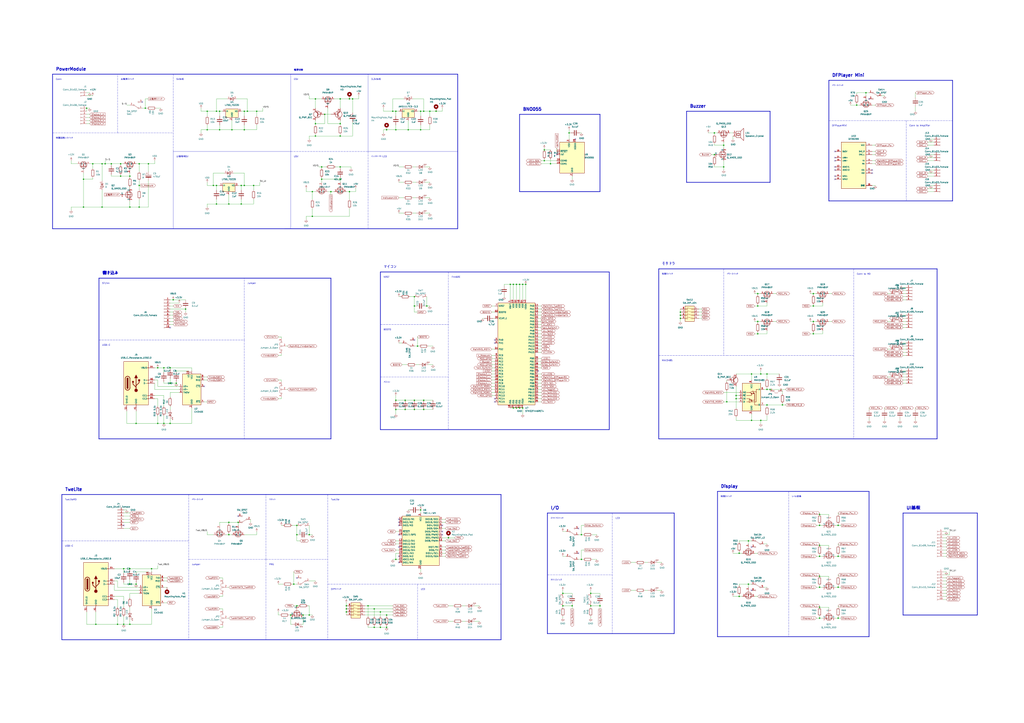
<source format=kicad_sch>
(kicad_sch (version 20211123) (generator eeschema)
  (paper "A1")
  (junction (at 312.42 515.62))
  (junction (at 129.54 302.26))
  (junction (at 350.52 251.46))
  (junction (at 195.58 429.26))
  (junction (at 279.4 101.6))
  (junction (at 101.6 513.08))
  (junction (at 325.12 336.55))
  (junction (at 68.58 170.18))
  (junction (at 673.1 473.71))
  (junction (at 624.84 345.44))
  (junction (at 271.78 157.48))
  (junction (at 632.46 320.04))
  (junction (at 673.1 508))
  (junction (at 668.02 274.32))
  (junction (at 492.76 497.84))
  (junction (at 289.56 81.28))
  (junction (at 279.4 81.28))
  (junction (at 345.44 106.68))
  (junction (at 594.36 137.16))
  (junction (at 139.7 302.26))
  (junction (at 134.62 347.98))
  (junction (at 254 439.42))
  (junction (at 673.1 422.91))
  (junction (at 264.16 137.16))
  (junction (at 302.26 497.84))
  (junction (at 99.06 134.62))
  (junction (at 114.3 170.18))
  (junction (at 622.3 264.16))
  (junction (at 114.3 152.4))
  (junction (at 325.12 459.74))
  (junction (at 452.12 134.62))
  (junction (at 622.3 251.46))
  (junction (at 340.36 328.93))
  (junction (at 190.5 106.68))
  (junction (at 76.2 134.62))
  (junction (at 124.46 467.36))
  (junction (at 673.1 431.8))
  (junction (at 325.12 328.93))
  (junction (at 467.36 109.22))
  (junction (at 607.06 454.66))
  (junction (at 177.8 152.4))
  (junction (at 101.6 467.36))
  (junction (at 287.02 81.28))
  (junction (at 187.96 167.64))
  (junction (at 447.04 123.19))
  (junction (at 358.14 91.44))
  (junction (at 243.84 439.42))
  (junction (at 200.66 152.4))
  (junction (at 266.7 93.98))
  (junction (at 322.58 91.44))
  (junction (at 106.68 144.78))
  (junction (at 284.48 502.92))
  (junction (at 419.1 233.68))
  (junction (at 325.12 106.68))
  (junction (at 424.18 335.28))
  (junction (at 485.14 487.68))
  (junction (at 688.34 431.8))
  (junction (at 170.18 106.68))
  (junction (at 431.8 233.68))
  (junction (at 604.52 327.66))
  (junction (at 187.96 429.26))
  (junction (at 200.66 106.68))
  (junction (at 152.4 254))
  (junction (at 284.48 500.38))
  (junction (at 340.36 251.46))
  (junction (at 594.36 119.38))
  (junction (at 170.18 91.44))
  (junction (at 353.06 91.44))
  (junction (at 111.76 480.06))
  (junction (at 78.74 513.08))
  (junction (at 111.76 347.98))
  (junction (at 688.34 482.6))
  (junction (at 256.54 157.48))
  (junction (at 198.12 152.4))
  (junction (at 642.62 332.74))
  (junction (at 210.82 91.44))
  (junction (at 558.8 256.54))
  (junction (at 317.5 106.68))
  (junction (at 617.22 307.34))
  (junction (at 624.84 307.34))
  (junction (at 688.34 508))
  (junction (at 198.12 167.64))
  (junction (at 121.92 134.62))
  (junction (at 144.78 314.96))
  (junction (at 129.54 347.98))
  (junction (at 243.84 431.8))
  (junction (at 703.58 86.36))
  (junction (at 332.74 328.93))
  (junction (at 175.26 152.4))
  (junction (at 629.92 320.04))
  (junction (at 259.08 111.76))
  (junction (at 248.92 505.46))
  (junction (at 325.12 91.44))
  (junction (at 614.68 480.06))
  (junction (at 426.72 335.28))
  (junction (at 254 505.46))
  (junction (at 259.08 81.28))
  (junction (at 134.62 302.26))
  (junction (at 139.7 314.96))
  (junction (at 447.04 132.08))
  (junction (at 345.44 91.44))
  (junction (at 106.68 170.18))
  (junction (at 477.52 459.74))
  (junction (at 264.16 147.32))
  (junction (at 673.1 448.31))
  (junction (at 287.02 157.48))
  (junction (at 426.72 233.68))
  (junction (at 485.14 497.84))
  (junction (at 462.28 487.68))
  (junction (at 279.4 137.16))
  (junction (at 673.1 457.2))
  (junction (at 596.9 330.2))
  (junction (at 673.1 499.11))
  (junction (at 187.96 439.42))
  (junction (at 629.92 332.74))
  (junction (at 142.24 246.38))
  (junction (at 91.44 134.62))
  (junction (at 421.64 335.28))
  (junction (at 208.28 152.4))
  (junction (at 586.74 127))
  (junction (at 256.54 177.8))
  (junction (at 106.68 480.06))
  (junction (at 558.8 261.62))
  (junction (at 604.52 325.12))
  (junction (at 347.98 91.44))
  (junction (at 307.34 515.62))
  (junction (at 177.8 91.44))
  (junction (at 340.36 243.84))
  (junction (at 68.58 147.32))
  (junction (at 139.7 347.98))
  (junction (at 429.26 335.28))
  (junction (at 200.66 91.44))
  (junction (at 617.22 345.44))
  (junction (at 342.9 284.48))
  (junction (at 673.1 482.6))
  (junction (at 347.98 328.93))
  (junction (at 180.34 106.68))
  (junction (at 114.3 134.62))
  (junction (at 668.02 241.3))
  (junction (at 259.08 101.6))
  (junction (at 614.68 444.5))
  (junction (at 558.8 259.08))
  (junction (at 177.8 167.64))
  (junction (at 106.68 467.36))
  (junction (at 284.48 497.84))
  (junction (at 477.52 439.42))
  (junction (at 622.3 274.32))
  (junction (at 279.4 147.32))
  (junction (at 96.52 513.08))
  (junction (at 106.68 513.08))
  (junction (at 340.36 336.55))
  (junction (at 668.02 264.16))
  (junction (at 317.5 515.62))
  (junction (at 238.76 505.46))
  (junction (at 243.84 497.84))
  (junction (at 332.74 336.55))
  (junction (at 180.34 91.44))
  (junction (at 345.44 419.1))
  (junction (at 688.34 457.2))
  (junction (at 424.18 233.68))
  (junction (at 347.98 336.55))
  (junction (at 335.28 106.68))
  (junction (at 307.34 500.38))
  (junction (at 421.64 233.68))
  (junction (at 99.06 144.78))
  (junction (at 279.4 111.76))
  (junction (at 668.02 251.46))
  (junction (at 317.5 505.46))
  (junction (at 429.26 233.68))
  (junction (at 71.12 88.9))
  (junction (at 119.38 88.9))
  (junction (at 86.36 134.62))
  (junction (at 312.42 502.92))
  (junction (at 241.3 480.06))
  (junction (at 711.2 76.2))
  (junction (at 83.82 134.62))
  (junction (at 586.74 109.22))
  (junction (at 83.82 170.18))
  (junction (at 607.06 490.22))
  (junction (at 368.3 441.96))
  (junction (at 462.28 497.84))
  (junction (at 469.9 497.84))
  (junction (at 622.3 241.3))
  (junction (at 629.92 307.34))
  (junction (at 203.2 91.44))
  (no_connect (at 685.8 124.46))
  (no_connect (at 685.8 129.54))
  (no_connect (at 139.7 269.24))
  (no_connect (at 101.6 431.8))
  (no_connect (at 340.36 279.4))
  (no_connect (at 406.4 330.2))
  (no_connect (at 167.64 317.5))
  (no_connect (at 685.8 139.7))
  (no_connect (at 363.22 439.42))
  (no_connect (at 406.4 327.66))
  (no_connect (at 617.22 485.14))
  (no_connect (at 327.66 457.2))
  (no_connect (at 716.28 139.7))
  (no_connect (at 474.98 434.34))
  (no_connect (at 363.22 431.8))
  (no_connect (at 327.66 431.8))
  (no_connect (at 716.28 142.24))
  (no_connect (at 441.96 304.8))
  (no_connect (at 685.8 137.16))
  (no_connect (at 243.84 474.98))
  (no_connect (at 406.4 281.94))
  (no_connect (at 327.66 439.42))
  (no_connect (at 327.66 449.58))
  (no_connect (at 327.66 426.72))
  (no_connect (at 713.74 81.28))
  (no_connect (at 685.8 132.08))
  (no_connect (at 327.66 429.26))
  (no_connect (at 474.98 454.66))
  (no_connect (at 195.58 424.18))
  (no_connect (at 406.4 279.4))
  (no_connect (at 327.66 462.28))
  (no_connect (at 472.44 114.3))
  (no_connect (at 617.22 449.58))
  (no_connect (at 363.22 436.88))
  (no_connect (at 685.8 147.32))
  (no_connect (at 457.2 127))
  (no_connect (at 685.8 144.78))
  (no_connect (at 116.84 83.82))
  (wire (pts (xy 447.04 130.81) (xy 447.04 132.08)))
  (wire (pts (xy 774.7 492.76) (xy 777.24 492.76)))
  (wire (pts (xy 170.18 149.86) (xy 170.18 152.4)))
  (wire (pts (xy 317.5 515.62) (xy 317.5 514.35)))
  (wire (pts (xy 198.12 152.4) (xy 200.66 152.4)))
  (wire (pts (xy 485.14 497.84) (xy 485.14 499.11)))
  (wire (pts (xy 287.02 171.45) (xy 287.02 177.8)))
  (wire (pts (xy 342.9 284.48) (xy 344.17 284.48)))
  (wire (pts (xy 111.76 469.9) (xy 121.92 469.9)))
  (wire (pts (xy 317.5 505.46) (xy 322.58 505.46)))
  (wire (pts (xy 774.7 444.5) (xy 777.24 444.5)))
  (wire (pts (xy 441.96 287.02) (xy 444.5 287.02)))
  (wire (pts (xy 259.08 111.76) (xy 279.4 111.76)))
  (wire (pts (xy 492.76 487.68) (xy 492.76 488.95)))
  (wire (pts (xy 665.48 251.46) (xy 668.02 251.46)))
  (wire (pts (xy 558.8 254) (xy 558.8 256.54)))
  (wire (pts (xy 73.66 99.06) (xy 71.12 99.06)))
  (polyline (pts (xy 302.26 124.46) (xy 302.26 60.96)) (stroke (width 0) (type solid)))
  (wire (pts (xy 604.52 307.34) (xy 617.22 307.34)))
  (wire (pts (xy 106.68 476.25) (xy 106.68 480.06)))
  (wire (pts (xy 254 111.76) (xy 254 114.3)))
  (wire (pts (xy 619.76 490.22) (xy 622.3 490.22)))
  (wire (pts (xy 332.74 328.93) (xy 340.36 328.93)))
  (wire (pts (xy 180.34 429.26) (xy 187.96 429.26)))
  (wire (pts (xy 96.52 506.73) (xy 96.52 513.08)))
  (wire (pts (xy 345.44 106.68) (xy 353.06 106.68)))
  (polyline (pts (xy 200.66 279.4) (xy 200.66 360.68)))
  (wire (pts (xy 619.76 241.3) (xy 622.3 241.3)))
  (wire (pts (xy 518.16 485.14) (xy 521.97 485.14)))
  (wire (pts (xy 170.18 106.68) (xy 180.34 106.68)))
  (wire (pts (xy 325.12 325.12) (xy 325.12 328.93)))
  (wire (pts (xy 441.96 312.42) (xy 444.5 312.42)))
  (wire (pts (xy 601.98 490.22) (xy 607.06 490.22)))
  (polyline (pts (xy 154.94 459.74) (xy 218.44 459.74)))
  (wire (pts (xy 279.4 88.9) (xy 279.4 81.28)))
  (wire (pts (xy 762 132.08) (xy 767.08 132.08)))
  (wire (pts (xy 345.44 91.44) (xy 347.98 91.44)))
  (polyline (pts (xy 713.74 403.86) (xy 713.74 523.24)) (stroke (width 0.5) (type solid)))
  (wire (pts (xy 71.12 513.08) (xy 78.74 513.08)))
  (wire (pts (xy 325.12 454.66) (xy 325.12 459.74)))
  (wire (pts (xy 349.25 175.26) (xy 353.06 175.26)))
  (wire (pts (xy 254 505.46) (xy 256.54 505.46)))
  (wire (pts (xy 622.3 264.16) (xy 622.3 265.43)))
  (wire (pts (xy 774.7 439.42) (xy 779.78 439.42)))
  (wire (pts (xy 469.9 144.78) (xy 469.9 147.32)))
  (wire (pts (xy 134.62 314.96) (xy 139.7 314.96)))
  (wire (pts (xy 744.22 243.84) (xy 741.68 243.84)))
  (wire (pts (xy 327.66 281.94) (xy 330.2 281.94)))
  (wire (pts (xy 134.62 341.63) (xy 134.62 347.98)))
  (wire (pts (xy 586.74 109.22) (xy 589.28 109.22)))
  (wire (pts (xy 182.88 514.35) (xy 182.88 515.62)))
  (wire (pts (xy 185.42 439.42) (xy 187.96 439.42)))
  (polyline (pts (xy 96.52 109.22) (xy 96.52 60.96)))
  (wire (pts (xy 106.68 513.08) (xy 124.46 513.08)))
  (wire (pts (xy 256.54 157.48) (xy 256.54 163.83)))
  (polyline (pts (xy 269.24 406.4) (xy 269.24 525.78)))
  (wire (pts (xy 617.22 444.5) (xy 614.68 444.5)))
  (wire (pts (xy 617.22 340.36) (xy 617.22 345.44)))
  (wire (pts (xy 76.2 134.62) (xy 76.2 138.43)))
  (wire (pts (xy 279.4 81.28) (xy 287.02 81.28)))
  (wire (pts (xy 477.52 459.74) (xy 478.79 459.74)))
  (wire (pts (xy 619.76 264.16) (xy 622.3 264.16)))
  (wire (pts (xy 673.1 447.04) (xy 673.1 448.31)))
  (polyline (pts (xy 96.52 109.22) (xy 142.24 109.22)))
  (polyline (pts (xy 541.02 360.68) (xy 769.62 360.68)) (stroke (width 0.5) (type solid)))
  (wire (pts (xy 622.3 241.3) (xy 624.84 241.3)))
  (wire (pts (xy 279.4 101.6) (xy 279.4 102.87)))
  (wire (pts (xy 403.86 299.72) (xy 406.4 299.72)))
  (wire (pts (xy 492.76 497.84) (xy 485.14 497.84)))
  (wire (pts (xy 200.66 142.24) (xy 200.66 152.4)))
  (wire (pts (xy 627.38 332.74) (xy 629.92 332.74)))
  (wire (pts (xy 99.06 143.51) (xy 99.06 144.78)))
  (polyline (pts (xy 782.32 66.04) (xy 782.32 165.1)) (stroke (width 0.5) (type solid)))
  (wire (pts (xy 240.03 513.08) (xy 238.76 513.08)))
  (wire (pts (xy 177.8 91.44) (xy 180.34 91.44)))
  (wire (pts (xy 99.06 134.62) (xy 101.6 134.62)))
  (wire (pts (xy 447.04 123.19) (xy 452.12 123.19)))
  (wire (pts (xy 292.1 154.94) (xy 292.1 157.48)))
  (wire (pts (xy 279.4 111.76) (xy 289.56 111.76)))
  (wire (pts (xy 716.28 127) (xy 718.82 127)))
  (wire (pts (xy 264.16 81.28) (xy 259.08 81.28)))
  (wire (pts (xy 441.96 297.18) (xy 444.5 297.18)))
  (polyline (pts (xy 269.24 480.06) (xy 411.48 480.06)))
  (wire (pts (xy 170.18 91.44) (xy 170.18 95.25)))
  (wire (pts (xy 774.7 482.6) (xy 777.24 482.6)))
  (wire (pts (xy 351.79 299.72) (xy 355.6 299.72)))
  (wire (pts (xy 106.68 142.24) (xy 106.68 144.78)))
  (wire (pts (xy 673.1 421.64) (xy 673.1 422.91)))
  (wire (pts (xy 177.8 81.28) (xy 177.8 91.44)))
  (wire (pts (xy 325.12 452.12) (xy 327.66 452.12)))
  (polyline (pts (xy 449.58 421.64) (xy 553.72 421.64)) (stroke (width 0.5) (type solid)))
  (wire (pts (xy 353.06 91.44) (xy 353.06 95.25)))
  (wire (pts (xy 604.52 327.66) (xy 604.52 335.28)))
  (wire (pts (xy 363.22 457.2) (xy 365.76 457.2)))
  (polyline (pts (xy 238.76 124.46) (xy 302.26 124.46)))
  (wire (pts (xy 680.72 448.31) (xy 673.1 448.31)))
  (wire (pts (xy 101.6 419.1) (xy 104.14 419.1)))
  (wire (pts (xy 288.29 137.16) (xy 288.29 138.43)))
  (wire (pts (xy 774.7 447.04) (xy 777.24 447.04)))
  (wire (pts (xy 139.7 302.26) (xy 157.48 302.26)))
  (wire (pts (xy 254 439.42) (xy 256.54 439.42)))
  (wire (pts (xy 424.18 335.28) (xy 426.72 335.28)))
  (wire (pts (xy 744.22 287.02) (xy 741.68 287.02)))
  (wire (pts (xy 441.96 294.64) (xy 444.5 294.64)))
  (wire (pts (xy 680.72 449.58) (xy 680.72 448.31)))
  (wire (pts (xy 200.66 91.44) (xy 203.2 91.44)))
  (wire (pts (xy 228.6 276.86) (xy 231.14 276.86)))
  (polyline (pts (xy 142.24 124.46) (xy 142.24 187.96)) (stroke (width 0) (type solid)))
  (wire (pts (xy 767.08 114.3) (xy 764.54 114.3)))
  (wire (pts (xy 83.82 134.62) (xy 86.36 134.62)))
  (wire (pts (xy 726.44 335.28) (xy 726.44 336.55)))
  (wire (pts (xy 134.62 477.52) (xy 137.16 477.52)))
  (polyline (pts (xy 375.92 187.96) (xy 43.18 187.96)) (stroke (width 0.5) (type solid)))
  (wire (pts (xy 680.72 241.3) (xy 683.26 241.3)))
  (wire (pts (xy 414.02 242.57) (xy 414.02 243.84)))
  (wire (pts (xy 379.73 497.84) (xy 382.27 497.84)))
  (polyline (pts (xy 154.94 406.4) (xy 154.94 525.78)))
  (wire (pts (xy 739.14 335.28) (xy 739.14 336.55)))
  (wire (pts (xy 170.18 152.4) (xy 175.26 152.4)))
  (wire (pts (xy 762 116.84) (xy 767.08 116.84)))
  (wire (pts (xy 467.36 109.22) (xy 468.63 109.22)))
  (wire (pts (xy 187.96 160.02) (xy 187.96 167.64)))
  (wire (pts (xy 279.4 147.32) (xy 279.4 149.86)))
  (wire (pts (xy 403.86 312.42) (xy 406.4 312.42)))
  (wire (pts (xy 170.18 91.44) (xy 177.8 91.44)))
  (wire (pts (xy 688.34 457.2) (xy 688.34 455.93)))
  (wire (pts (xy 711.2 76.2) (xy 703.58 76.2)))
  (wire (pts (xy 716.28 134.62) (xy 718.82 134.62)))
  (wire (pts (xy 604.52 325.12) (xy 604.52 327.66)))
  (wire (pts (xy 744.22 269.24) (xy 741.68 269.24)))
  (polyline (pts (xy 312.42 223.52) (xy 312.42 353.06)) (stroke (width 0.5) (type solid)))
  (wire (pts (xy 574.04 259.08) (xy 576.58 259.08)))
  (wire (pts (xy 238.76 505.46) (xy 238.76 513.08)))
  (wire (pts (xy 124.46 467.36) (xy 124.46 469.9)))
  (wire (pts (xy 716.28 124.46) (xy 718.82 124.46)))
  (wire (pts (xy 403.86 320.04) (xy 406.4 320.04)))
  (wire (pts (xy 774.7 454.66) (xy 777.24 454.66)))
  (polyline (pts (xy 312.42 266.7) (xy 368.3 266.7)))
  (wire (pts (xy 762 119.38) (xy 767.08 119.38)))
  (wire (pts (xy 619.76 274.32) (xy 622.3 274.32)))
  (wire (pts (xy 325.12 459.74) (xy 322.58 459.74)))
  (polyline (pts (xy 802.64 505.46) (xy 802.64 421.64)) (stroke (width 0.5) (type solid)))
  (wire (pts (xy 586.74 110.49) (xy 586.74 109.22)))
  (wire (pts (xy 68.58 147.32) (xy 68.58 170.18)))
  (wire (pts (xy 139.7 246.38) (xy 142.24 246.38)))
  (wire (pts (xy 124.46 500.38) (xy 124.46 513.08)))
  (polyline (pts (xy 368.3 312.42) (xy 368.3 353.06)))
  (polyline (pts (xy 541.02 292.1) (xy 596.9 292.1)))
  (wire (pts (xy 426.72 246.38) (xy 426.72 233.68)))
  (polyline (pts (xy 368.3 259.08) (xy 368.3 312.42)))
  (wire (pts (xy 83.82 170.18) (xy 106.68 170.18)))
  (polyline (pts (xy 769.62 220.98) (xy 541.02 220.98)) (stroke (width 0.5) (type solid)))
  (wire (pts (xy 271.78 157.48) (xy 274.32 157.48)))
  (polyline (pts (xy 218.44 459.74) (xy 218.44 525.78)))
  (wire (pts (xy 345.44 91.44) (xy 345.44 95.25)))
  (wire (pts (xy 731.52 241.3) (xy 728.98 241.3)))
  (wire (pts (xy 698.5 86.36) (xy 703.58 86.36)))
  (wire (pts (xy 302.26 515.62) (xy 302.26 514.35)))
  (wire (pts (xy 111.76 469.9) (xy 111.76 471.17)))
  (polyline (pts (xy 589.28 523.24) (xy 589.28 403.86)) (stroke (width 0.5) (type solid)))
  (wire (pts (xy 187.96 438.15) (xy 187.96 439.42)))
  (wire (pts (xy 363.22 452.12) (xy 365.76 452.12)))
  (wire (pts (xy 767.08 152.4) (xy 764.54 152.4)))
  (wire (pts (xy 187.96 430.53) (xy 187.96 429.26)))
  (polyline (pts (xy 680.72 99.06) (xy 782.32 99.06)))
  (wire (pts (xy 134.62 313.69) (xy 134.62 314.96)))
  (wire (pts (xy 688.34 431.8) (xy 688.34 430.53)))
  (wire (pts (xy 744.22 238.76) (xy 741.68 238.76)))
  (wire (pts (xy 673.1 482.6) (xy 675.64 482.6)))
  (wire (pts (xy 680.72 473.71) (xy 673.1 473.71)))
  (wire (pts (xy 289.56 81.28) (xy 294.64 81.28)))
  (wire (pts (xy 330.2 299.72) (xy 334.01 299.72)))
  (wire (pts (xy 254 81.28) (xy 259.08 81.28)))
  (wire (pts (xy 182.88 488.95) (xy 182.88 490.22)))
  (wire (pts (xy 243.84 497.84) (xy 245.11 497.84)))
  (wire (pts (xy 403.86 325.12) (xy 406.4 325.12)))
  (wire (pts (xy 751.84 87.63) (xy 751.84 91.44)))
  (wire (pts (xy 114.3 152.4) (xy 115.57 152.4)))
  (wire (pts (xy 731.52 309.88) (xy 728.98 309.88)))
  (wire (pts (xy 744.22 284.48) (xy 741.68 284.48)))
  (wire (pts (xy 139.7 264.16) (xy 142.24 264.16)))
  (wire (pts (xy 744.22 307.34) (xy 741.68 307.34)))
  (wire (pts (xy 444.5 134.62) (xy 452.12 134.62)))
  (polyline (pts (xy 563.88 91.44) (xy 632.46 91.44)) (stroke (width 0.5) (type solid)))
  (wire (pts (xy 101.6 426.72) (xy 106.68 426.72)))
  (wire (pts (xy 96.52 513.08) (xy 78.74 513.08)))
  (polyline (pts (xy 426.72 157.48) (xy 492.76 157.48)) (stroke (width 0.5) (type solid)))
  (wire (pts (xy 248.92 505.46) (xy 254 505.46)))
  (wire (pts (xy 607.06 454.66) (xy 609.6 454.66)))
  (wire (pts (xy 128.27 88.9) (xy 132.08 88.9)))
  (wire (pts (xy 340.36 251.46) (xy 341.63 251.46)))
  (wire (pts (xy 441.96 274.32) (xy 444.5 274.32)))
  (polyline (pts (xy 553.72 520.7) (xy 553.72 421.64)) (stroke (width 0.5) (type solid)))
  (wire (pts (xy 441.96 322.58) (xy 444.5 322.58)))
  (polyline (pts (xy 632.46 149.86) (xy 632.46 91.44)) (stroke (width 0.5) (type solid)))
  (wire (pts (xy 429.26 233.68) (xy 431.8 233.68)))
  (wire (pts (xy 349.25 149.86) (xy 353.06 149.86)))
  (wire (pts (xy 299.72 502.92) (xy 312.42 502.92)))
  (polyline (pts (xy 741.68 505.46) (xy 802.64 505.46)) (stroke (width 0.5) (type solid)))
  (wire (pts (xy 680.72 424.18) (xy 680.72 422.91)))
  (wire (pts (xy 607.06 490.22) (xy 609.6 490.22)))
  (wire (pts (xy 716.28 86.36) (xy 718.82 86.36)))
  (wire (pts (xy 457.2 121.92) (xy 457.2 124.46)))
  (wire (pts (xy 256.54 157.48) (xy 251.46 157.48)))
  (wire (pts (xy 182.88 500.38) (xy 182.88 501.65)))
  (wire (pts (xy 469.9 497.84) (xy 462.28 497.84)))
  (wire (pts (xy 284.48 495.3) (xy 284.48 497.84)))
  (wire (pts (xy 624.84 307.34) (xy 624.84 304.8)))
  (wire (pts (xy 76.2 134.62) (xy 83.82 134.62)))
  (wire (pts (xy 607.06 488.95) (xy 607.06 490.22)))
  (wire (pts (xy 368.3 497.84) (xy 372.11 497.84)))
  (wire (pts (xy 175.26 142.24) (xy 175.26 152.4)))
  (wire (pts (xy 294.64 78.74) (xy 294.64 81.28)))
  (wire (pts (xy 711.2 76.2) (xy 711.2 78.74)))
  (wire (pts (xy 129.54 302.26) (xy 134.62 302.26)))
  (wire (pts (xy 106.68 153.67) (xy 106.68 154.94)))
  (polyline (pts (xy 647.7 403.86) (xy 647.7 523.24)))
  (wire (pts (xy 114.3 152.4) (xy 114.3 156.21)))
  (wire (pts (xy 779.78 472.44) (xy 779.78 469.9)))
  (wire (pts (xy 228.6 505.46) (xy 229.87 505.46)))
  (wire (pts (xy 447.04 132.08) (xy 457.2 132.08)))
  (wire (pts (xy 165.1 106.68) (xy 170.18 106.68)))
  (wire (pts (xy 642.62 321.31) (xy 642.62 323.85)))
  (wire (pts (xy 731.52 264.16) (xy 728.98 264.16)))
  (wire (pts (xy 237.49 505.46) (xy 238.76 505.46)))
  (wire (pts (xy 629.92 345.44) (xy 624.84 345.44)))
  (wire (pts (xy 198.12 91.44) (xy 200.66 91.44)))
  (wire (pts (xy 180.34 429.26) (xy 180.34 431.8)))
  (wire (pts (xy 139.7 259.08) (xy 142.24 259.08)))
  (wire (pts (xy 302.26 497.84) (xy 322.58 497.84)))
  (polyline (pts (xy 312.42 223.52) (xy 500.38 223.52)) (stroke (width 0.5) (type solid)))
  (wire (pts (xy 127 320.04) (xy 127 314.96)))
  (wire (pts (xy 200.66 152.4) (xy 208.28 152.4)))
  (wire (pts (xy 299.72 505.46) (xy 317.5 505.46)))
  (wire (pts (xy 774.7 485.14) (xy 777.24 485.14)))
  (wire (pts (xy 327.66 137.16) (xy 331.47 137.16)))
  (wire (pts (xy 419.1 233.68) (xy 419.1 246.38)))
  (wire (pts (xy 685.8 508) (xy 688.34 508)))
  (wire (pts (xy 774.7 477.52) (xy 777.24 477.52)))
  (wire (pts (xy 190.5 106.68) (xy 200.66 106.68)))
  (wire (pts (xy 688.34 431.8) (xy 690.88 431.8)))
  (wire (pts (xy 119.38 81.28) (xy 119.38 88.9)))
  (wire (pts (xy 246.38 444.5) (xy 243.84 444.5)))
  (wire (pts (xy 345.44 467.36) (xy 345.44 469.9)))
  (wire (pts (xy 121.92 140.97) (xy 121.92 134.62)))
  (wire (pts (xy 259.08 99.06) (xy 259.08 101.6)))
  (wire (pts (xy 604.52 317.5) (xy 604.52 325.12)))
  (wire (pts (xy 139.7 266.7) (xy 142.24 266.7)))
  (wire (pts (xy 379.73 510.54) (xy 382.27 510.54)))
  (wire (pts (xy 93.98 477.52) (xy 96.52 477.52)))
  (wire (pts (xy 344.17 419.1) (xy 345.44 419.1)))
  (wire (pts (xy 251.46 180.34) (xy 251.46 177.8)))
  (wire (pts (xy 539.75 462.28) (xy 543.56 462.28)))
  (wire (pts (xy 441.96 314.96) (xy 444.5 314.96)))
  (wire (pts (xy 688.34 447.04) (xy 688.34 448.31)))
  (wire (pts (xy 441.96 307.34) (xy 444.5 307.34)))
  (wire (pts (xy 340.36 328.93) (xy 347.98 328.93)))
  (wire (pts (xy 93.98 467.36) (xy 101.6 467.36)))
  (wire (pts (xy 165.1 106.68) (xy 165.1 109.22)))
  (wire (pts (xy 744.22 236.22) (xy 741.68 236.22)))
  (wire (pts (xy 210.82 436.88) (xy 210.82 439.42)))
  (wire (pts (xy 599.44 109.22) (xy 601.98 109.22)))
  (wire (pts (xy 403.86 251.46) (xy 406.4 251.46)))
  (wire (pts (xy 106.68 144.78) (xy 106.68 146.05)))
  (wire (pts (xy 208.28 163.83) (xy 208.28 167.64)))
  (wire (pts (xy 675.64 274.32) (xy 675.64 271.78)))
  (wire (pts (xy 363.22 449.58) (xy 365.76 449.58)))
  (wire (pts (xy 314.96 91.44) (xy 322.58 91.44)))
  (wire (pts (xy 99.06 144.78) (xy 106.68 144.78)))
  (wire (pts (xy 339.09 162.56) (xy 341.63 162.56)))
  (polyline (pts (xy 200.66 279.4) (xy 200.66 228.6)))
  (wire (pts (xy 751.84 76.2) (xy 751.84 80.01)))
  (wire (pts (xy 325.12 91.44) (xy 325.12 95.25)))
  (wire (pts (xy 101.6 478.79) (xy 101.6 480.06)))
  (wire (pts (xy 322.58 81.28) (xy 331.47 81.28)))
  (wire (pts (xy 462.28 497.84) (xy 462.28 499.11)))
  (wire (pts (xy 347.98 336.55) (xy 340.36 336.55)))
  (wire (pts (xy 327.66 149.86) (xy 331.47 149.86)))
  (wire (pts (xy 340.36 284.48) (xy 342.9 284.48)))
  (wire (pts (xy 363.22 444.5) (xy 365.76 444.5)))
  (wire (pts (xy 632.46 320.04) (xy 632.46 321.31)))
  (wire (pts (xy 477.52 439.42) (xy 478.79 439.42)))
  (wire (pts (xy 601.98 454.66) (xy 607.06 454.66)))
  (wire (pts (xy 129.54 347.98) (xy 111.76 347.98)))
  (wire (pts (xy 607.06 453.39) (xy 607.06 454.66)))
  (wire (pts (xy 670.56 482.6) (xy 673.1 482.6)))
  (wire (pts (xy 744.22 261.62) (xy 741.68 261.62)))
  (wire (pts (xy 617.22 307.34) (xy 617.22 312.42)))
  (wire (pts (xy 101.6 434.34) (xy 106.68 434.34)))
  (wire (pts (xy 441.96 254) (xy 444.5 254)))
  (wire (pts (xy 200.66 102.87) (xy 200.66 106.68)))
  (polyline (pts (xy 81.28 228.6) (xy 271.78 228.6)) (stroke (width 0.5) (type solid)))
  (wire (pts (xy 198.12 163.83) (xy 198.12 167.64)))
  (wire (pts (xy 167.64 312.42) (xy 170.18 312.42)))
  (wire (pts (xy 111.76 347.98) (xy 111.76 337.82)))
  (wire (pts (xy 744.22 292.1) (xy 741.68 292.1)))
  (wire (pts (xy 129.54 312.42) (xy 129.54 317.5)))
  (wire (pts (xy 403.86 302.26) (xy 406.4 302.26)))
  (wire (pts (xy 68.58 142.24) (xy 68.58 147.32)))
  (wire (pts (xy 675.64 251.46) (xy 675.64 248.92)))
  (wire (pts (xy 73.66 88.9) (xy 71.12 88.9)))
  (wire (pts (xy 203.2 81.28) (xy 203.2 91.44)))
  (wire (pts (xy 139.7 322.58) (xy 147.32 322.58)))
  (wire (pts (xy 322.58 81.28) (xy 322.58 91.44)))
  (wire (pts (xy 325.12 336.55) (xy 325.12 340.36)))
  (wire (pts (xy 762 144.78) (xy 767.08 144.78)))
  (wire (pts (xy 101.6 467.36) (xy 101.6 471.17)))
  (wire (pts (xy 744.22 266.7) (xy 741.68 266.7)))
  (wire (pts (xy 114.3 134.62) (xy 121.92 134.62)))
  (wire (pts (xy 58.42 170.18) (xy 58.42 172.72)))
  (wire (pts (xy 139.7 347.98) (xy 157.48 347.98)))
  (wire (pts (xy 259.08 110.49) (xy 259.08 111.76)))
  (wire (pts (xy 121.92 170.18) (xy 114.3 170.18)))
  (wire (pts (xy 312.42 515.62) (xy 312.42 514.35)))
  (wire (pts (xy 203.2 91.44) (xy 210.82 91.44)))
  (wire (pts (xy 622.3 274.32) (xy 629.92 274.32)))
  (wire (pts (xy 314.96 88.9) (xy 314.96 91.44)))
  (wire (pts (xy 96.52 492.76) (xy 96.52 499.11)))
  (wire (pts (xy 624.84 307.34) (xy 629.92 307.34)))
  (wire (pts (xy 142.24 246.38) (xy 152.4 246.38)))
  (wire (pts (xy 680.72 264.16) (xy 683.26 264.16)))
  (wire (pts (xy 358.14 91.44) (xy 363.22 91.44)))
  (wire (pts (xy 279.4 137.16) (xy 288.29 137.16)))
  (wire (pts (xy 342.9 91.44) (xy 345.44 91.44)))
  (wire (pts (xy 486.41 439.42) (xy 490.22 439.42)))
  (wire (pts (xy 194.31 81.28) (xy 203.2 81.28)))
  (wire (pts (xy 441.96 261.62) (xy 444.5 261.62)))
  (wire (pts (xy 271.78 157.48) (xy 271.78 160.02)))
  (wire (pts (xy 703.58 85.09) (xy 703.58 86.36)))
  (wire (pts (xy 101.6 513.08) (xy 96.52 513.08)))
  (wire (pts (xy 322.58 91.44) (xy 325.12 91.44)))
  (wire (pts (xy 139.7 256.54) (xy 142.24 256.54)))
  (wire (pts (xy 198.12 152.4) (xy 198.12 156.21)))
  (wire (pts (xy 581.66 109.22) (xy 586.74 109.22)))
  (wire (pts (xy 594.36 330.2) (xy 596.9 330.2)))
  (wire (pts (xy 403.86 256.54) (xy 406.4 256.54)))
  (wire (pts (xy 317.5 506.73) (xy 317.5 505.46)))
  (wire (pts (xy 688.34 421.64) (xy 688.34 422.91)))
  (wire (pts (xy 441.96 330.2) (xy 444.5 330.2)))
  (polyline (pts (xy 142.24 124.46) (xy 238.76 124.46)) (stroke (width 0) (type solid)))
  (wire (pts (xy 441.96 279.4) (xy 444.5 279.4)))
  (wire (pts (xy 624.84 345.44) (xy 617.22 345.44)))
  (wire (pts (xy 71.12 88.9) (xy 71.12 91.44)))
  (wire (pts (xy 389.89 510.54) (xy 393.7 510.54)))
  (wire (pts (xy 441.96 320.04) (xy 444.5 320.04)))
  (polyline (pts (xy 492.76 93.98) (xy 426.72 93.98)) (stroke (width 0.5) (type solid)))
  (wire (pts (xy 480.06 452.12) (xy 477.52 452.12)))
  (wire (pts (xy 762 157.48) (xy 767.08 157.48)))
  (wire (pts (xy 121.92 134.62) (xy 127 134.62)))
  (wire (pts (xy 180.34 91.44) (xy 182.88 91.44)))
  (wire (pts (xy 106.68 165.1) (xy 106.68 170.18)))
  (wire (pts (xy 716.28 119.38) (xy 718.82 119.38)))
  (wire (pts (xy 452.12 130.81) (xy 452.12 134.62)))
  (wire (pts (xy 269.24 157.48) (xy 271.78 157.48)))
  (polyline (pts (xy 541.02 220.98) (xy 541.02 360.68)) (stroke (width 0.5) (type solid)))
  (wire (pts (xy 670.56 457.2) (xy 673.1 457.2)))
  (wire (pts (xy 403.86 297.18) (xy 406.4 297.18)))
  (wire (pts (xy 668.02 273.05) (xy 668.02 274.32)))
  (wire (pts (xy 134.62 325.12) (xy 134.62 334.01)))
  (wire (pts (xy 477.52 452.12) (xy 477.52 459.74)))
  (wire (pts (xy 716.28 132.08) (xy 718.82 132.08)))
  (wire (pts (xy 279.4 137.16) (xy 279.4 138.43)))
  (wire (pts (xy 73.66 134.62) (xy 76.2 134.62)))
  (wire (pts (xy 353.06 91.44) (xy 358.14 91.44)))
  (wire (pts (xy 688.34 482.6) (xy 690.88 482.6)))
  (wire (pts (xy 139.7 261.62) (xy 142.24 261.62)))
  (wire (pts (xy 629.92 251.46) (xy 629.92 248.92)))
  (wire (pts (xy 91.44 134.62) (xy 91.44 135.89)))
  (wire (pts (xy 596.9 321.31) (xy 596.9 330.2)))
  (wire (pts (xy 228.6 327.66) (xy 231.14 327.66)))
  (wire (pts (xy 345.44 102.87) (xy 345.44 106.68)))
  (wire (pts (xy 167.64 330.2) (xy 170.18 330.2)))
  (wire (pts (xy 744.22 281.94) (xy 741.68 281.94)))
  (wire (pts (xy 134.62 482.6) (xy 137.16 482.6)))
  (polyline (pts (xy 375.92 60.96) (xy 375.92 187.96)) (stroke (width 0.5) (type solid)))
  (wire (pts (xy 424.18 233.68) (xy 424.18 246.38)))
  (wire (pts (xy 177.8 152.4) (xy 177.8 156.21)))
  (wire (pts (xy 441.96 302.26) (xy 444.5 302.26)))
  (wire (pts (xy 350.52 251.46) (xy 349.25 251.46)))
  (wire (pts (xy 139.7 251.46) (xy 142.24 251.46)))
  (wire (pts (xy 673.1 455.93) (xy 673.1 457.2)))
  (polyline (pts (xy 218.44 459.74) (xy 218.44 406.4)))
  (wire (pts (xy 139.7 302.26) (xy 139.7 303.53)))
  (wire (pts (xy 129.54 317.5) (xy 147.32 317.5)))
  (wire (pts (xy 347.98 328.93) (xy 355.6 328.93)))
  (wire (pts (xy 76.2 147.32) (xy 68.58 147.32)))
  (wire (pts (xy 307.34 506.73) (xy 307.34 500.38)))
  (wire (pts (xy 254 439.42) (xy 252.73 439.42)))
  (polyline (pts (xy 233.68 60.96) (xy 299.72 60.96)) (stroke (width 0) (type solid)))
  (wire (pts (xy 441.96 325.12) (xy 444.5 325.12)))
  (wire (pts (xy 134.62 347.98) (xy 139.7 347.98)))
  (wire (pts (xy 269.24 88.9) (xy 269.24 101.6)))
  (wire (pts (xy 279.4 110.49) (xy 279.4 111.76)))
  (wire (pts (xy 403.86 317.5) (xy 406.4 317.5)))
  (polyline (pts (xy 271.78 360.68) (xy 271.78 228.6)) (stroke (width 0.5) (type solid)))
  (wire (pts (xy 642.62 332.74) (xy 645.16 332.74)))
  (wire (pts (xy 713.74 335.28) (xy 713.74 336.55)))
  (wire (pts (xy 441.96 259.08) (xy 444.5 259.08)))
  (wire (pts (xy 93.98 485.14) (xy 93.98 480.06)))
  (wire (pts (xy 614.68 480.06) (xy 614.68 482.6)))
  (wire (pts (xy 627.38 447.04) (xy 629.92 447.04)))
  (wire (pts (xy 91.44 143.51) (xy 91.44 144.78)))
  (wire (pts (xy 152.4 254) (xy 152.4 256.54)))
  (wire (pts (xy 289.56 81.28) (xy 289.56 92.71)))
  (wire (pts (xy 327.66 243.84) (xy 328.93 243.84)))
  (wire (pts (xy 441.96 299.72) (xy 444.5 299.72)))
  (wire (pts (xy 622.3 241.3) (xy 622.3 242.57)))
  (wire (pts (xy 347.98 81.28) (xy 347.98 91.44)))
  (wire (pts (xy 774.7 480.06) (xy 777.24 480.06)))
  (polyline (pts (xy 368.3 223.52) (xy 368.3 259.08)))
  (wire (pts (xy 762 154.94) (xy 767.08 154.94)))
  (wire (pts (xy 186.69 482.6) (xy 187.96 482.6)))
  (polyline (pts (xy 492.76 157.48) (xy 492.76 93.98)) (stroke (width 0.5) (type solid)))
  (wire (pts (xy 668.02 241.3) (xy 670.56 241.3)))
  (wire (pts (xy 101.6 429.26) (xy 106.68 429.26)))
  (wire (pts (xy 114.3 134.62) (xy 114.3 140.97)))
  (wire (pts (xy 350.52 251.46) (xy 353.06 251.46)))
  (wire (pts (xy 731.52 287.02) (xy 728.98 287.02)))
  (wire (pts (xy 604.52 342.9) (xy 604.52 345.44)))
  (wire (pts (xy 627.38 320.04) (xy 629.92 320.04)))
  (wire (pts (xy 688.34 497.84) (xy 688.34 499.11)))
  (wire (pts (xy 101.6 467.36) (xy 106.68 467.36)))
  (wire (pts (xy 106.68 487.68) (xy 106.68 491.49)))
  (polyline (pts (xy 218.44 459.74) (xy 269.24 459.74)))
  (wire (pts (xy 121.92 81.28) (xy 119.38 81.28)))
  (wire (pts (xy 441.96 251.46) (xy 444.5 251.46)))
  (wire (pts (xy 325.12 102.87) (xy 325.12 106.68)))
  (wire (pts (xy 129.54 467.36) (xy 124.46 467.36)))
  (wire (pts (xy 127 302.26) (xy 129.54 302.26)))
  (wire (pts (xy 673.1 497.84) (xy 673.1 499.11)))
  (wire (pts (xy 441.96 269.24) (xy 444.5 269.24)))
  (wire (pts (xy 670.56 508) (xy 673.1 508)))
  (wire (pts (xy 231.14 431.8) (xy 232.41 431.8)))
  (wire (pts (xy 157.48 335.28) (xy 157.48 347.98)))
  (wire (pts (xy 134.62 495.3) (xy 137.16 495.3)))
  (polyline (pts (xy 50.8 406.4) (xy 411.48 406.4)) (stroke (width 0.5) (type solid)))
  (wire (pts (xy 452.12 134.62) (xy 457.2 134.62)))
  (wire (pts (xy 688.34 457.2) (xy 690.88 457.2)))
  (wire (pts (xy 157.48 302.26) (xy 157.48 304.8)))
  (wire (pts (xy 259.08 157.48) (xy 256.54 157.48)))
  (wire (pts (xy 127 312.42) (xy 129.54 312.42)))
  (wire (pts (xy 349.25 137.16) (xy 353.06 137.16)))
  (wire (pts (xy 259.08 101.6) (xy 266.7 101.6)))
  (wire (pts (xy 558.8 256.54) (xy 558.8 259.08)))
  (wire (pts (xy 252.73 497.84) (xy 254 497.84)))
  (polyline (pts (xy 563.88 91.44) (xy 563.88 149.86)) (stroke (width 0.5) (type solid)))
  (wire (pts (xy 624.84 345.44) (xy 624.84 347.98)))
  (wire (pts (xy 289.56 100.33) (xy 289.56 111.76)))
  (wire (pts (xy 774.7 436.88) (xy 777.24 436.88)))
  (wire (pts (xy 200.66 439.42) (xy 210.82 439.42)))
  (wire (pts (xy 127 320.04) (xy 147.32 320.04)))
  (wire (pts (xy 68.58 170.18) (xy 83.82 170.18)))
  (wire (pts (xy 405.13 261.62) (xy 406.4 261.62)))
  (wire (pts (xy 144.78 304.8) (xy 154.94 304.8)))
  (wire (pts (xy 351.79 284.48) (xy 355.6 284.48)))
  (wire (pts (xy 187.96 439.42) (xy 190.5 439.42)))
  (wire (pts (xy 231.14 312.42) (xy 231.14 313.69)))
  (wire (pts (xy 339.09 81.28) (xy 347.98 81.28)))
  (wire (pts (xy 604.52 327.66) (xy 607.06 327.66)))
  (wire (pts (xy 594.36 132.08) (xy 594.36 137.16)))
  (wire (pts (xy 325.12 91.44) (xy 327.66 91.44)))
  (wire (pts (xy 180.34 91.44) (xy 180.34 95.25)))
  (wire (pts (xy 441.96 281.94) (xy 444.5 281.94)))
  (wire (pts (xy 767.08 139.7) (xy 764.54 139.7)))
  (wire (pts (xy 139.7 248.92) (xy 147.32 248.92)))
  (wire (pts (xy 317.5 106.68) (xy 325.12 106.68)))
  (wire (pts (xy 688.34 482.6) (xy 688.34 481.33)))
  (wire (pts (xy 339.09 175.26) (xy 341.63 175.26)))
  (wire (pts (xy 723.9 78.74) (xy 726.44 78.74)))
  (polyline (pts (xy 701.04 220.98) (xy 701.04 360.68)))
  (wire (pts (xy 205.74 426.72) (xy 205.74 429.26)))
  (wire (pts (xy 685.8 431.8) (xy 688.34 431.8)))
  (polyline (pts (xy 502.92 421.64) (xy 502.92 520.7)))
  (wire (pts (xy 716.28 152.4) (xy 718.82 152.4)))
  (wire (pts (xy 414.02 234.95) (xy 414.02 233.68)))
  (wire (pts (xy 254 431.8) (xy 254 439.42)))
  (wire (pts (xy 73.66 96.52) (xy 71.12 96.52)))
  (wire (pts (xy 668.02 264.16) (xy 668.02 265.43)))
  (wire (pts (xy 629.92 341.63) (xy 629.92 345.44)))
  (polyline (pts (xy 426.72 93.98) (xy 426.72 157.48)) (stroke (width 0.5) (type solid)))
  (wire (pts (xy 139.7 254) (xy 152.4 254)))
  (wire (pts (xy 629.92 320.04) (xy 632.46 320.04)))
  (wire (pts (xy 680.72 499.11) (xy 673.1 499.11)))
  (wire (pts (xy 127 325.12) (xy 134.62 325.12)))
  (wire (pts (xy 363.22 434.34) (xy 365.76 434.34)))
  (wire (pts (xy 340.36 336.55) (xy 332.74 336.55)))
  (polyline (pts (xy 81.28 360.68) (xy 271.78 360.68)) (stroke (width 0.5) (type solid)))
  (wire (pts (xy 668.02 274.32) (xy 675.64 274.32)))
  (polyline (pts (xy 589.28 403.86) (xy 713.74 403.86)) (stroke (width 0.5) (type solid)))
  (wire (pts (xy 180.34 515.62) (xy 182.88 515.62)))
  (wire (pts (xy 403.86 292.1) (xy 406.4 292.1)))
  (wire (pts (xy 363.22 426.72) (xy 365.76 426.72)))
  (wire (pts (xy 340.36 256.54) (xy 340.36 251.46)))
  (wire (pts (xy 774.7 487.68) (xy 777.24 487.68)))
  (wire (pts (xy 91.44 134.62) (xy 99.06 134.62)))
  (wire (pts (xy 355.6 336.55) (xy 347.98 336.55)))
  (wire (pts (xy 279.4 146.05) (xy 279.4 147.32)))
  (wire (pts (xy 312.42 515.62) (xy 307.34 515.62)))
  (wire (pts (xy 256.54 171.45) (xy 256.54 177.8)))
  (wire (pts (xy 368.3 441.96) (xy 373.38 441.96)))
  (polyline (pts (xy 680.72 66.04) (xy 782.32 66.04)) (stroke (width 0.5) (type solid)))
  (wire (pts (xy 774.7 457.2) (xy 777.24 457.2)))
  (wire (pts (xy 190.5 99.06) (xy 190.5 106.68)))
  (wire (pts (xy 99.06 134.62) (xy 99.06 135.89)))
  (wire (pts (xy 363.22 429.26) (xy 365.76 429.26)))
  (wire (pts (xy 228.6 292.1) (xy 231.14 292.1)))
  (wire (pts (xy 134.62 347.98) (xy 129.54 347.98)))
  (wire (pts (xy 779.78 439.42) (xy 779.78 436.88)))
  (wire (pts (xy 444.5 132.08) (xy 447.04 132.08)))
  (polyline (pts (xy 43.18 60.96) (xy 375.92 60.96)) (stroke (width 0.5) (type solid)))
  (wire (pts (xy 187.96 429.26) (xy 195.58 429.26)))
  (wire (pts (xy 426.72 335.28) (xy 429.26 335.28)))
  (wire (pts (xy 403.86 294.64) (xy 406.4 294.64)))
  (wire (pts (xy 673.1 481.33) (xy 673.1 482.6)))
  (wire (pts (xy 629.92 318.77) (xy 629.92 320.04)))
  (wire (pts (xy 287.02 81.28) (xy 289.56 81.28)))
  (wire (pts (xy 414.02 233.68) (xy 419.1 233.68)))
  (wire (pts (xy 292.1 157.48) (xy 287.02 157.48)))
  (wire (pts (xy 744.22 314.96) (xy 741.68 314.96)))
  (wire (pts (xy 403.86 307.34) (xy 406.4 307.34)))
  (wire (pts (xy 342.9 256.54) (xy 340.36 256.54)))
  (wire (pts (xy 111.76 478.79) (xy 111.76 480.06)))
  (wire (pts (xy 247.65 513.08) (xy 248.92 513.08)))
  (wire (pts (xy 685.8 482.6) (xy 688.34 482.6)))
  (wire (pts (xy 101.6 480.06) (xy 106.68 480.06)))
  (wire (pts (xy 177.8 81.28) (xy 186.69 81.28)))
  (wire (pts (xy 462.28 485.14) (xy 462.28 487.68)))
  (wire (pts (xy 78.74 513.08) (xy 78.74 502.92)))
  (wire (pts (xy 349.25 162.56) (xy 353.06 162.56)))
  (wire (pts (xy 240.03 431.8) (xy 243.84 431.8)))
  (wire (pts (xy 259.08 81.28) (xy 259.08 88.9)))
  (wire (pts (xy 462.28 436.88) (xy 464.82 436.88)))
  (wire (pts (xy 774.7 490.22) (xy 777.24 490.22)))
  (wire (pts (xy 259.08 101.6) (xy 259.08 102.87)))
  (wire (pts (xy 114.3 163.83) (xy 114.3 170.18)))
  (wire (pts (xy 518.16 462.28) (xy 521.97 462.28)))
  (polyline (pts (xy 713.74 523.24) (xy 589.28 523.24)) (stroke (width 0.5) (type solid)))
  (wire (pts (xy 586.74 127) (xy 586.74 128.27)))
  (wire (pts (xy 529.59 462.28) (xy 532.13 462.28)))
  (wire (pts (xy 744.22 289.56) (xy 741.68 289.56)))
  (wire (pts (xy 170.18 439.42) (xy 175.26 439.42)))
  (wire (pts (xy 167.64 309.88) (xy 170.18 309.88)))
  (wire (pts (xy 347.98 91.44) (xy 353.06 91.44)))
  (wire (pts (xy 492.76 497.84) (xy 492.76 500.38)))
  (wire (pts (xy 254 111.76) (xy 259.08 111.76)))
  (wire (pts (xy 256.54 177.8) (xy 287.02 177.8)))
  (wire (pts (xy 574.04 254) (xy 576.58 254)))
  (wire (pts (xy 363.22 88.9) (xy 363.22 91.44)))
  (wire (pts (xy 403.86 304.8) (xy 406.4 304.8)))
  (wire (pts (xy 325.12 106.68) (xy 335.28 106.68)))
  (wire (pts (xy 139.7 322.58) (xy 139.7 326.39)))
  (wire (pts (xy 139.7 314.96) (xy 144.78 314.96)))
  (wire (pts (xy 629.92 332.74) (xy 629.92 334.01)))
  (polyline (pts (xy 411.48 525.78) (xy 411.48 406.4)) (stroke (width 0.5) (type solid)))
  (wire (pts (xy 191.77 142.24) (xy 200.66 142.24)))
  (wire (pts (xy 614.68 444.5) (xy 607.06 444.5)))
  (wire (pts (xy 243.84 439.42) (xy 245.11 439.42)))
  (polyline (pts (xy 449.58 520.7) (xy 553.72 520.7)) (stroke (width 0.5) (type solid)))
  (wire (pts (xy 144.78 304.8) (xy 144.78 306.07)))
  (wire (pts (xy 96.52 482.6) (xy 114.3 482.6)))
  (wire (pts (xy 200.66 91.44) (xy 200.66 95.25)))
  (polyline (pts (xy 596.9 292.1) (xy 701.04 292.1)))
  (wire (pts (xy 586.74 119.38) (xy 586.74 118.11)))
  (wire (pts (xy 403.86 314.96) (xy 406.4 314.96)))
  (wire (pts (xy 325.12 459.74) (xy 327.66 459.74)))
  (wire (pts (xy 287.02 157.48) (xy 287.02 163.83)))
  (wire (pts (xy 231.14 290.83) (xy 231.14 292.1)))
  (polyline (pts (xy 81.28 228.6) (xy 81.28 360.68)) (stroke (width 0.5) (type solid)))
  (wire (pts (xy 96.52 477.52) (xy 96.52 482.6)))
  (wire (pts (xy 441.96 284.48) (xy 444.5 284.48)))
  (wire (pts (xy 177.8 167.64) (xy 187.96 167.64)))
  (wire (pts (xy 129.54 464.82) (xy 129.54 467.36)))
  (wire (pts (xy 441.96 289.56) (xy 444.5 289.56)))
  (polyline (pts (xy 142.24 60.96) (xy 142.24 124.46)))
  (wire (pts (xy 101.6 490.22) (xy 101.6 499.11)))
  (wire (pts (xy 673.1 506.73) (xy 673.1 508)))
  (wire (pts (xy 342.9 276.86) (xy 342.9 284.48)))
  (wire (pts (xy 462.28 457.2) (xy 464.82 457.2)))
  (wire (pts (xy 441.96 276.86) (xy 444.5 276.86)))
  (polyline (pts (xy 769.62 360.68) (xy 769.62 220.98)) (stroke (width 0.5) (type solid)))
  (wire (pts (xy 744.22 264.16) (xy 741.68 264.16)))
  (wire (pts (xy 73.66 101.6) (xy 71.12 101.6)))
  (wire (pts (xy 58.42 134.62) (xy 63.5 134.62)))
  (wire (pts (xy 175.26 152.4) (xy 177.8 152.4)))
  (wire (pts (xy 134.62 302.26) (xy 139.7 302.26)))
  (wire (pts (xy 134.62 474.98) (xy 137.16 474.98)))
  (wire (pts (xy 327.66 454.66) (xy 325.12 454.66)))
  (wire (pts (xy 264.16 147.32) (xy 264.16 149.86)))
  (wire (pts (xy 586.74 135.89) (xy 586.74 137.16)))
  (polyline (pts (xy 238.76 60.96) (xy 238.76 124.46)) (stroke (width 0) (type solid)))
  (wire (pts (xy 284.48 502.92) (xy 284.48 505.46)))
  (wire (pts (xy 574.04 256.54) (xy 576.58 256.54)))
  (wire (pts (xy 389.89 497.84) (xy 393.7 497.84)))
  (wire (pts (xy 614.68 480.06) (xy 607.06 480.06)))
  (wire (pts (xy 180.34 490.22) (xy 182.88 490.22)))
  (wire (pts (xy 180.34 106.68) (xy 190.5 106.68)))
  (wire (pts (xy 314.96 106.68) (xy 314.96 109.22)))
  (wire (pts (xy 187.96 167.64) (xy 198.12 167.64)))
  (wire (pts (xy 299.72 497.84) (xy 302.26 497.84)))
  (wire (pts (xy 114.3 148.59) (xy 114.3 152.4)))
  (wire (pts (xy 335.28 106.68) (xy 345.44 106.68)))
  (wire (pts (xy 607.06 444.5) (xy 607.06 445.77)))
  (wire (pts (xy 441.96 317.5) (xy 444.5 317.5)))
  (wire (pts (xy 762 129.54) (xy 767.08 129.54)))
  (wire (pts (xy 307.34 500.38) (xy 322.58 500.38)))
  (wire (pts (xy 121.92 148.59) (xy 121.92 170.18)))
  (polyline (pts (xy 302.26 124.46) (xy 375.92 124.46)) (stroke (width 0) (type solid)))
  (wire (pts (xy 248.92 505.46) (xy 248.92 513.08)))
  (wire (pts (xy 177.8 163.83) (xy 177.8 167.64)))
  (wire (pts (xy 474.98 459.74) (xy 477.52 459.74)))
  (wire (pts (xy 419.1 335.28) (xy 421.64 335.28)))
  (wire (pts (xy 339.09 149.86) (xy 341.63 149.86)))
  (wire (pts (xy 594.36 322.58) (xy 607.06 322.58)))
  (wire (pts (xy 275.59 137.16) (xy 279.4 137.16)))
  (wire (pts (xy 665.48 264.16) (xy 668.02 264.16)))
  (wire (pts (xy 596.9 330.2) (xy 607.06 330.2)))
  (wire (pts (xy 469.9 497.84) (xy 469.9 496.57)))
  (wire (pts (xy 419.1 233.68) (xy 421.64 233.68)))
  (wire (pts (xy 106.68 499.11) (xy 106.68 501.65)))
  (wire (pts (xy 673.1 472.44) (xy 673.1 473.71)))
  (wire (pts (xy 241.3 497.84) (xy 243.84 497.84)))
  (wire (pts (xy 421.64 246.38) (xy 421.64 233.68)))
  (wire (pts (xy 175.26 142.24) (xy 184.15 142.24)))
  (wire (pts (xy 539.75 485.14) (xy 543.56 485.14)))
  (wire (pts (xy 594.36 137.16) (xy 594.36 139.7)))
  (wire (pts (xy 421.64 335.28) (xy 424.18 335.28)))
  (wire (pts (xy 208.28 152.4) (xy 208.28 156.21)))
  (wire (pts (xy 129.54 327.66) (xy 129.54 334.01)))
  (wire (pts (xy 680.72 422.91) (xy 673.1 422.91)))
  (wire (pts (xy 325.12 436.88) (xy 327.66 436.88)))
  (wire (pts (xy 325.12 444.5) (xy 327.66 444.5)))
  (wire (pts (xy 83.82 156.21) (xy 83.82 170.18)))
  (wire (pts (xy 403.86 287.02) (xy 406.4 287.02)))
  (wire (pts (xy 93.98 490.22) (xy 101.6 490.22)))
  (wire (pts (xy 477.52 431.8) (xy 477.52 439.42)))
  (wire (pts (xy 307.34 515.62) (xy 307.34 514.35)))
  (wire (pts (xy 86.36 134.62) (xy 91.44 134.62)))
  (wire (pts (xy 744.22 259.08) (xy 741.68 259.08)))
  (wire (pts (xy 680.72 474.98) (xy 680.72 473.71)))
  (wire (pts (xy 170.18 102.87) (xy 170.18 106.68)))
  (wire (pts (xy 231.14 326.39) (xy 231.14 327.66)))
  (wire (pts (xy 170.18 167.64) (xy 177.8 167.64)))
  (polyline (pts (xy 744.22 99.06) (xy 744.22 165.1)))
  (wire (pts (xy 622.3 273.05) (xy 622.3 274.32)))
  (wire (pts (xy 441.96 309.88) (xy 444.5 309.88)))
  (wire (pts (xy 228.6 312.42) (xy 231.14 312.42)))
  (wire (pts (xy 688.34 508) (xy 688.34 506.73)))
  (wire (pts (xy 266.7 93.98) (xy 271.78 93.98)))
  (wire (pts (xy 317.5 515.62) (xy 312.42 515.62)))
  (wire (pts (xy 116.84 88.9) (xy 119.38 88.9)))
  (polyline (pts (xy 342.9 480.06) (xy 342.9 525.78)))
  (wire (pts (xy 492.76 487.68) (xy 485.14 487.68)))
  (wire (pts (xy 619.76 251.46) (xy 622.3 251.46)))
  (wire (pts (xy 622.3 264.16) (xy 624.84 264.16)))
  (wire (pts (xy 642.62 331.47) (xy 642.62 332.74)))
  (wire (pts (xy 774.7 449.58) (xy 777.24 449.58)))
  (wire (pts (xy 629.92 307.34) (xy 640.08 307.34)))
  (wire (pts (xy 670.56 431.8) (xy 673.1 431.8)))
  (polyline (pts (xy 680.72 66.04) (xy 680.72 165.1)) (stroke (width 0.5) (type solid)))
  (wire (pts (xy 144.78 313.69) (xy 144.78 314.96)))
  (wire (pts (xy 93.98 485.14) (xy 114.3 485.14)))
  (polyline (pts (xy 449.58 421.64) (xy 449.58 520.7)) (stroke (width 0.5) (type solid)))
  (polyline (pts (xy 500.38 353.06) (xy 500.38 223.52)) (stroke (width 0.5) (type solid)))
  (polyline (pts (xy 238.76 187.96) (xy 238.76 124.46)) (stroke (width 0) (type solid)))
  (wire (pts (xy 327.66 175.26) (xy 331.47 175.26)))
  (wire (pts (xy 327.66 162.56) (xy 331.47 162.56)))
  (wire (pts (xy 71.12 502.92) (xy 71.12 513.08)))
  (wire (pts (xy 632.46 320.04) (xy 645.16 320.04)))
  (wire (pts (xy 345.44 419.1) (xy 345.44 421.64)))
  (wire (pts (xy 744.22 246.38) (xy 741.68 246.38)))
  (wire (pts (xy 668.02 241.3) (xy 668.02 242.57)))
  (wire (pts (xy 744.22 309.88) (xy 741.68 309.88)))
  (wire (pts (xy 234.95 320.04) (xy 236.22 320.04)))
  (wire (pts (xy 350.52 243.84) (xy 350.52 251.46)))
  (wire (pts (xy 240.03 480.06) (xy 241.3 480.06)))
  (wire (pts (xy 101.6 421.64) (xy 106.68 421.64)))
  (wire (pts (xy 106.68 487.68) (xy 114.3 487.68)))
  (wire (pts (xy 601.98 111.76) (xy 601.98 114.3)))
  (wire (pts (xy 673.1 430.53) (xy 673.1 431.8)))
  (wire (pts (xy 213.36 149.86) (xy 213.36 152.4)))
  (wire (pts (xy 264.16 137.16) (xy 267.97 137.16)))
  (wire (pts (xy 195.58 152.4) (xy 198.12 152.4)))
  (wire (pts (xy 71.12 76.2) (xy 73.66 76.2)))
  (wire (pts (xy 241.3 469.9) (xy 241.3 480.06)))
  (wire (pts (xy 274.32 81.28) (xy 279.4 81.28)))
  (wire (pts (xy 604.52 345.44) (xy 617.22 345.44)))
  (wire (pts (xy 243.84 431.8) (xy 243.84 439.42)))
  (wire (pts (xy 596.9 312.42) (xy 596.9 313.69)))
  (wire (pts (xy 68.58 170.18) (xy 58.42 170.18)))
  (wire (pts (xy 336.55 243.84) (xy 340.36 243.84)))
  (wire (pts (xy 403.86 322.58) (xy 406.4 322.58)))
  (wire (pts (xy 195.58 429.26) (xy 195.58 431.8)))
  (wire (pts (xy 673.1 457.2) (xy 675.64 457.2)))
  (wire (pts (xy 767.08 127) (xy 764.54 127)))
  (wire (pts (xy 558.8 259.08) (xy 558.8 261.62)))
  (wire (pts (xy 106.68 509.27) (xy 106.68 513.08)))
  (wire (pts (xy 363.22 441.96) (xy 368.3 441.96)))
  (wire (pts (xy 594.36 119.38) (xy 586.74 119.38)))
  (wire (pts (xy 713.74 344.17) (xy 713.74 345.44)))
  (wire (pts (xy 668.02 264.16) (xy 670.56 264.16)))
  (wire (pts (xy 251.46 157.48) (xy 251.46 154.94)))
  (wire (pts (xy 139.7 334.01) (xy 139.7 336.55)))
  (wire (pts (xy 111.76 134.62) (xy 114.3 134.62)))
  (wire (pts (xy 335.28 419.1) (xy 336.55 419.1)))
  (wire (pts (xy 104.14 337.82) (xy 104.14 347.98)))
  (wire (pts (xy 441.96 271.78) (xy 444.5 271.78)))
  (wire (pts (xy 492.76 497.84) (xy 492.76 496.57)))
  (wire (pts (xy 594.36 119.38) (xy 594.36 121.92)))
  (polyline (pts (xy 81.28 279.4) (xy 200.66 279.4)))
  (wire (pts (xy 215.9 88.9) (xy 215.9 91.44)))
  (polyline (pts (xy 302.26 187.96) (xy 302.26 124.46)) (stroke (width 0) (type dash)))
  (wire (pts (xy 558.8 261.62) (xy 558.8 264.16)))
  (wire (pts (xy 269.24 101.6) (xy 279.4 101.6)))
  (wire (pts (xy 774.7 472.44) (xy 779.78 472.44)))
  (wire (pts (xy 474.98 439.42) (xy 477.52 439.42)))
  (wire (pts (xy 441.96 327.66) (xy 444.5 327.66)))
  (wire (pts (xy 635 264.16) (xy 637.54 264.16)))
  (wire (pts (xy 467.36 109.22) (xy 467.36 114.3)))
  (wire (pts (xy 165.1 88.9) (xy 165.1 91.44)))
  (polyline (pts (xy 43.18 109.22) (xy 96.52 109.22)))
  (wire (pts (xy 198.12 167.64) (xy 208.28 167.64)))
  (wire (pts (xy 340.36 243.84) (xy 340.36 251.46)))
  (wire (pts (xy 739.14 344.17) (xy 739.14 345.44)))
  (wire (pts (xy 170.18 439.42) (xy 170.18 436.88)))
  (wire (pts (xy 680.72 500.38) (xy 680.72 499.11)))
  (wire (pts (xy 251.46 177.8) (xy 256.54 177.8)))
  (wire (pts (xy 774.7 469.9) (xy 777.24 469.9)))
  (wire (pts (xy 688.34 472.44) (xy 688.34 473.71)))
  (wire (pts (xy 685.8 457.2) (xy 688.34 457.2)))
  (wire (pts (xy 614.68 444.5) (xy 614.68 447.04)))
  (wire (pts (xy 180.34 500.38) (xy 182.88 500.38)))
  (wire (pts (xy 104.14 347.98) (xy 111.76 347.98)))
  (wire (pts (xy 284.48 497.84) (xy 284.48 500.38)))
  (wire (pts (xy 261.62 137.16) (xy 264.16 137.16)))
  (wire (pts (xy 485.14 506.73) (xy 485.14 508)))
  (wire (pts (xy 241.3 480.06) (xy 243.84 480.06)))
  (wire (pts (xy 83.82 134.62) (xy 83.82 148.59)))
  (wire (pts (xy 139.7 311.15) (xy 139.7 314.96)))
  (polyline (pts (xy 43.18 60.96) (xy 43.18 187.96)) (stroke (width 0.5) (type solid)))
  (wire (pts (xy 86.36 132.08) (xy 86.36 134.62)))
  (wire (pts (xy 339.09 137.16) (xy 341.63 137.16)))
  (wire (pts (xy 234.95 284.48) (xy 236.22 284.48)))
  (polyline (pts (xy 50.8 444.5) (xy 154.94 444.5)))
  (wire (pts (xy 751.84 344.17) (xy 751.84 345.44)))
  (wire (pts (xy 574.04 261.62) (xy 576.58 261.62)))
  (wire (pts (xy 469.9 497.84) (xy 469.9 500.38)))
  (wire (pts (xy 688.34 508) (xy 690.88 508)))
  (wire (pts (xy 186.69 508) (xy 187.96 508)))
  (wire (pts (xy 264.16 146.05) (xy 264.16 147.32)))
  (wire (pts (xy 73.66 93.98) (xy 71.12 93.98)))
  (wire (pts (xy 486.41 459.74) (xy 490.22 459.74)))
  (wire (pts (xy 165.1 91.44) (xy 170.18 91.44)))
  (wire (pts (xy 284.48 500.38) (xy 284.48 502.92)))
  (wire (pts (xy 635 241.3) (xy 637.54 241.3)))
  (wire (pts (xy 774.7 474.98) (xy 777.24 474.98)))
  (wire (pts (xy 264.16 137.16) (xy 264.16 138.43)))
  (wire (pts (xy 243.84 444.5) (xy 243.84 439.42)))
  (wire (pts (xy 622.3 251.46) (xy 629.92 251.46)))
  (wire (pts (xy 668.02 250.19) (xy 668.02 251.46)))
  (wire (pts (xy 180.34 474.98) (xy 182.88 474.98)))
  (wire (pts (xy 139.7 344.17) (xy 139.7 347.98)))
  (wire (pts (xy 101.6 506.73) (xy 101.6 513.08)))
  (wire (pts (xy 713.74 76.2) (xy 711.2 76.2)))
  (wire (pts (xy 254 78.74) (xy 254 81.28)))
  (wire (pts (xy 101.6 424.18) (xy 106.68 424.18)))
  (wire (pts (xy 619.76 454.66) (xy 622.3 454.66)))
  (wire (pts (xy 177.8 152.4) (xy 180.34 152.4)))
  (wire (pts (xy 210.82 91.44) (xy 215.9 91.44)))
  (wire (pts (xy 431.8 233.68) (xy 431.8 246.38)))
  (wire (pts (xy 726.44 344.17) (xy 726.44 345.44)))
  (wire (pts (xy 396.24 261.62) (xy 397.51 261.62)))
  (wire (pts (xy 469.9 487.68) (xy 469.9 488.95)))
  (wire (pts (xy 467.36 106.68) (xy 467.36 109.22)))
  (wire (pts (xy 200.66 106.68) (xy 210.82 106.68)))
  (wire (pts (xy 119.38 88.9) (xy 120.65 88.9)))
  (wire (pts (xy 429.26 335.28) (xy 429.26 340.36)))
  (wire (pts (xy 673.1 431.8) (xy 675.64 431.8)))
  (wire (pts (xy 106.68 467.36) (xy 106.68 468.63)))
  (wire (pts (xy 127 132.08) (xy 127 134.62)))
  (wire (pts (xy 231.14 276.86) (xy 231.14 278.13)))
  (wire (pts (xy 617.22 480.06) (xy 614.68 480.06)))
  (wire (pts (xy 307.34 515.62) (xy 302.26 515.62)))
  (wire (pts (xy 604.52 325.12) (xy 607.06 325.12)))
  (wire (pts (xy 665.48 274.32) (xy 668.02 274.32)))
  (wire (pts (xy 744.22 312.42) (xy 741.68 312.42)))
  (wire (pts (xy 335.28 99.06) (xy 335.28 106.68)))
  (wire (pts (xy 629.92 332.74) (xy 642.62 332.74)))
  (wire (pts (xy 424.18 233.68) (xy 426.72 233.68)))
  (wire (pts (xy 607.06 480.06) (xy 607.06 481.33)))
  (wire (pts (xy 104.14 86.36) (xy 106.68 86.36)))
  (wire (pts (xy 332.74 336.55) (xy 325.12 336.55)))
  (wire (pts (xy 744.22 241.3) (xy 741.68 241.3)))
  (polyline (pts (xy 50.8 525.78) (xy 411.48 525.78)) (stroke (width 0.5) (type solid)))
  (wire (pts (xy 127 327.66) (xy 129.54 327.66)))
  (wire (pts (xy 341.63 299.72) (xy 344.17 299.72)))
  (wire (pts (xy 254 497.84) (xy 254 505.46)))
  (wire (pts (xy 129.54 341.63) (xy 129.54 347.98)))
  (wire (pts (xy 368.3 510.54) (xy 372.11 510.54)))
  (wire (pts (xy 774.7 441.96) (xy 777.24 441.96)))
  (wire (pts (xy 703.58 86.36) (xy 706.12 86.36)))
  (wire (pts (xy 665.48 241.3) (xy 668.02 241.3)))
  (wire (pts (xy 266.7 101.6) (xy 266.7 93.98)))
  (polyline (pts (xy 449.58 472.44) (xy 502.92 472.44)))
  (wire (pts (xy 668.02 251.46) (xy 675.64 251.46)))
  (wire (pts (xy 279.4 99.06) (xy 279.4 101.6)))
  (wire (pts (xy 469.9 487.68) (xy 462.28 487.68)))
  (wire (pts (xy 480.06 431.8) (xy 477.52 431.8)))
  (wire (pts (xy 462.28 506.73) (xy 462.28 508)))
  (wire (pts (xy 673.1 508) (xy 675.64 508)))
  (wire (pts (xy 441.96 266.7) (xy 444.5 266.7)))
  (wire (pts (xy 476.25 109.22) (xy 477.52 109.22)))
  (polyline (pts (xy 50.8 406.4) (xy 50.8 525.78)) (stroke (width 0.5) (type solid)))
  (wire (pts (xy 182.88 474.98) (xy 182.88 476.25)))
  (wire (pts (xy 441.96 256.54) (xy 444.5 256.54)))
  (wire (pts (xy 441.96 264.16) (xy 444.5 264.16)))
  (wire (pts (xy 228.6 480.06) (xy 232.41 480.06)))
  (polyline (pts (xy 741.68 421.64) (xy 802.64 421.64)) (stroke (width 0.5) (type solid)))
  (wire (pts (xy 617.22 307.34) (xy 624.84 307.34)))
  (wire (pts (xy 429.26 233.68) (xy 429.26 246.38)))
  (wire (pts (xy 134.62 302.26) (xy 134.62 306.07)))
  (wire (pts (xy 312.42 502.92) (xy 322.58 502.92)))
  (wire (pts (xy 363.22 454.66) (xy 365.76 454.66)))
  (wire (pts (xy 312.42 502.92) (xy 312.42 506.73)))
  (wire (pts (xy 485.14 485.14) (xy 485.14 487.68)))
  (wire (pts (xy 529.59 485.14) (xy 532.13 485.14)))
  (wire (pts (xy 299.72 500.38) (xy 307.34 500.38)))
  (polyline (pts (xy 563.88 149.86) (xy 632.46 149.86)) (stroke (width 0.5) (type solid)))
  (polyline (pts (xy 312.42 353.06) (xy 500.38 353.06)) (stroke (width 0.5) (type solid)))
  (wire (pts (xy 106.68 170.18) (xy 114.3 170.18)))
  (wire (pts (xy 101.6 513.08) (xy 106.68 513.08)))
  (wire (pts (xy 254 477.52) (xy 259.08 477.52)))
  (wire (pts (xy 421.64 233.68) (xy 424.18 233.68)))
  (wire (pts (xy 627.38 482.6) (xy 629.92 482.6)))
  (wire (pts (xy 762 142.24) (xy 767.08 142.24)))
  (wire (pts (xy 210.82 102.87) (xy 210.82 106.68)))
  (wire (pts (xy 106.68 480.06) (xy 111.76 480.06)))
  (wire (pts (xy 208.28 152.4) (xy 213.36 152.4)))
  (wire (pts (xy 228.6 502.92) (xy 228.6 505.46)))
  (wire (pts (xy 71.12 78.74) (xy 76.2 78.74)))
  (wire (pts (xy 170.18 167.64) (xy 170.18 170.18)))
  (wire (pts (xy 284.48 157.48) (xy 287.02 157.48)))
  (wire (pts (xy 325.12 447.04) (xy 327.66 447.04)))
  (polyline (pts (xy 741.68 421.64) (xy 741.68 505.46)) (stroke (width 0.5) (type solid)))
  (wire (pts (xy 447.04 121.92) (xy 447.04 123.19)))
  (wire (pts (xy 314.96 106.68) (xy 317.5 106.68)))
  (wire (pts (xy 584.2 127) (xy 586.74 127)))
  (wire (pts (xy 586.74 137.16) (xy 594.36 137.16)))
  (wire (pts (xy 91.44 144.78) (xy 99.06 144.78)))
  (wire (pts (xy 210.82 91.44) (xy 210.82 95.25)))
  (wire (pts (xy 58.42 132.08) (xy 58.42 134.62)))
  (wire (pts (xy 744.22 304.8) (xy 741.68 304.8)))
  (wire (pts (xy 353.06 102.87) (xy 353.06 106.68)))
  (wire (pts (xy 325.12 328.93) (xy 332.74 328.93)))
  (wire (pts (xy 622.3 250.19) (xy 622.3 251.46)))
  (wire (pts (xy 106.68 467.36) (xy 124.46 467.36)))
  (polyline (pts (xy 233.68 187.96) (xy 299.72 187.96)) (stroke (width 0) (type solid)))
  (wire (pts (xy 426.72 233.68) (xy 429.26 233.68)))
  (wire (pts (xy 403.86 309.88) (xy 406.4 309.88)))
  (wire (pts (xy 264.16 147.32) (xy 279.4 147.32)))
  (wire (pts (xy 703.58 76.2) (xy 703.58 77.47)))
  (wire (pts (xy 594.36 119.38) (xy 594.36 116.84)))
  (polyline (pts (xy 594.36 220.98) (xy 594.36 292.1)))
  (wire (pts (xy 93.98 492.76) (xy 96.52 492.76)))
  (polyline (pts (xy 782.32 165.1) (xy 680.72 165.1)) (stroke (width 0.5) (type solid)))
  (wire (pts (xy 629.92 307.34) (xy 629.92 311.15)))
  (polyline (pts (xy 312.42 309.88) (xy 368.3 309.88)))
  (wire (pts (xy 302.26 497.84) (xy 302.26 506.73)))
  (wire (pts (xy 629.92 274.32) (xy 629.92 271.78)))
  (wire (pts (xy 751.84 335.28) (xy 751.84 336.55)))
  (wire (pts (xy 180.34 102.87) (xy 180.34 106.68)))
  (wire (pts (xy 774.7 452.12) (xy 777.24 452.12)))
  (wire (pts (xy 76.2 146.05) (xy 76.2 147.32)))
  (text "UI基板用5V" (at 144.78 129.54 0) (effects (font (size 1.27 1.27)) (justify left bottom)))
  (text "USB-C" (at 83.82 284.48 0) (effects (font (size 1.27 1.27)) (justify left bottom)))
  (text "レベル変換" (at 650.24 408.94 0) (effects (font (size 1.27 1.27)) (justify left bottom)))
  (text "主電源スイッチ" (at 99.06 66.04 0) (effects (font (size 1.27 1.27)) (justify left bottom)))
  (text "保護回路・スイッチ" (at 45.72 114.3 0) (effects (font (size 1.27 1.27)) (justify left bottom)))
  (text "DFPlayerMini" (at 683.26 104.14 0) (effects (font (size 1.27 1.27)) (justify left bottom)))
  (text "5V生成" (at 144.78 66.04 0) (effects (font (size 1.27 1.27)) (justify left bottom)))
  (text "PowerModule" (at 45.72 58.42 0) (effects (font (size 2.54 2.54) (thickness 0.508) bold) (justify left bottom)))
  (text "書き込み" (at 83.82 226.06 0) (effects (font (size 2.54 2.54) (thickness 0.508) bold) (justify left bottom)))
  (text "TweLite" (at 271.78 411.48 0) (effects (font (size 1.27 1.27)) (justify left bottom)))
  (text "Conn to Amplifier" (at 746.76 104.14 0) (effects (font (size 1.27 1.27)) (justify left bottom)))
  (text "パワースイッチ" (at 683.26 71.12 0) (effects (font (size 1.27 1.27)) (justify left bottom)))
  (text "パスコン" (at 314.96 314.96 0) (effects (font (size 1.27 1.27)) (justify left bottom)))
  (text "リセット" (at 220.98 411.48 0) (effects (font (size 1.27 1.27)) (justify left bottom)))
  (text "NRST" (at 314.96 228.6 0) (effects (font (size 1.27 1.27)) (justify left bottom)))
  (text "BNO055" (at 429.26 91.44 0) (effects (font (size 2.54 2.54) bold) (justify left bottom)))
  (text "E5V" (at 241.3 66.04 0) (effects (font (size 1.27 1.27)) (justify left bottom)))
  (text "LED" (at 345.44 485.14 0) (effects (font (size 1.27 1.27)) (justify left bottom)))
  (text "スライドスイッチ" (at 452.12 426.72 0) (effects (font (size 1.27 1.27)) (justify left bottom)))
  (text "U5V" (at 241.3 129.54 0) (effects (font (size 1.27 1.27)) (justify left bottom)))
  (text "制御スイッチ" (at 591.82 408.94 0) (effects (font (size 1.27 1.27)) (justify left bottom)))
  (text "タクトスイッチ" (at 452.12 477.52 0) (effects (font (size 1.27 1.27)) (justify left bottom)))
  (text "UI基板" (at 744.22 419.1 0) (effects (font (size 2.54 2.54) bold) (justify left bottom)))
  (text "F446RE" (at 370.84 228.6 0) (effects (font (size 1.27 1.27)) (justify left bottom)))
  (text "LED" (at 505.46 426.72 0) (effects (font (size 1.27 1.27)) (justify left bottom)))
  (text "モタドラ" (at 543.56 218.44 0) (effects (font (size 2.54 2.54) (thickness 0.254) bold) (justify left bottom)))
  (text "3.3V生成" (at 304.8 66.04 0) (effects (font (size 1.27 1.27)) (justify left bottom)))
  (text "電源切替" (at 241.3 58.42 0) (effects (font (size 1.27 1.27) bold) (justify left bottom)))
  (text "TweLiteR3" (at 53.34 411.48 0) (effects (font (size 1.27 1.27)) (justify left bottom)))
  (text "DFPlayer Mini" (at 683.26 63.5 0) (effects (font (size 2.54 2.54) (thickness 0.508) bold) (justify left bottom)))
  (text "マイコン" (at 314.96 220.98 0) (effects (font (size 2.54 2.54) (thickness 0.254) bold) (justify left bottom)))
  (text "PRG" (at 220.98 464.82 0) (effects (font (size 1.27 1.27)) (justify left bottom)))
  (text "制御スイッチ" (at 543.56 226.06 0) (effects (font (size 1.27 1.27)) (justify left bottom)))
  (text "BOOT0" (at 314.96 271.78 0) (effects (font (size 1.27 1.27)) (justify left bottom)))
  (text "Conn to MD" (at 703.58 226.06 0) (effects (font (size 1.27 1.27)) (justify left bottom)))
  (text "インジケーターLED" (at 304.8 129.54 0) (effects (font (size 1.27 1.27)) (justify left bottom)))
  (text "DIPスイッチ" (at 271.78 485.14 0) (effects (font (size 1.27 1.27)) (justify left bottom)))
  (text "I/O" (at 452.12 419.1 0) (effects (font (size 2.54 2.54) (thickness 0.508) bold) (justify left bottom)))
  (text "TweLite" (at 53.34 403.86 0) (effects (font (size 2.54 2.54) (thickness 0.508) bold) (justify left bottom)))
  (text "Display" (at 591.82 401.32 0) (effects (font (size 2.54 2.54) (thickness 0.508) bold) (justify left bottom)))
  (text "Jumper" (at 157.48 464.82 0) (effects (font (size 1.27 1.27)) (justify left bottom)))
  (text "STLink" (at 83.82 233.68 0) (effects (font (size 1.27 1.27)) (justify left bottom)))
  (text "MAX3485" (at 543.56 297.18 0) (effects (font (size 1.27 1.27)) (justify left bottom)))
  (text "パワースイッチ" (at 596.9 226.06 0) (effects (font (size 1.27 1.27)) (justify left bottom)))
  (text "Jumper" (at 203.2 233.68 0) (effects (font (size 1.27 1.27)) (justify left bottom)))
  (text "Buzzer" (at 566.42 88.9 0) (effects (font (size 2.54 2.54) (thickness 0.508) bold) (justify left bottom)))
  (text "USB-C" (at 53.34 449.58 0) (effects (font (size 1.27 1.27)) (justify left bottom)))
  (text "パワースイッチ" (at 157.48 411.48 0) (effects (font (size 1.27 1.27)) (justify left bottom)))
  (text "Conn" (at 45.72 66.04 0) (effects (font (size 1.27 1.27)) (justify left bottom)))
  (label "5V_UI" (at 213.36 149.86 0))
  (label "S-S" (at 86.36 132.08 0))
  (label "S-S" (at 104.14 86.36 180))
  (label "Twe_VBUS" (at 170.18 436.88 180))
  (label "VSYS" (at 215.9 88.9 0))
  (label "5V_UI" (at 779.78 436.88 0))
  (label "Twe_VBUS" (at 129.54 464.82 0))
  (label "5V_UI" (at 779.78 469.9 0))
  (label "VSYS" (at 261.62 137.16 180))
  (label "VSYS" (at 327.66 137.16 180))
  (label "VSYS" (at 254 78.74 180))
  (global_label "LED1" (shape input) (at 518.16 462.28 180) (property "Intersheet References" "${INTERSHEET_REFS}" (effects hide)))
  (global_label "Display3_L" (shape input) (at 403.86 312.42 180) (property "Intersheet References" "${INTERSHEET_REFS}" (effects hide)))
  (global_label "Twe_SW3" (shape bidirectional) (at 325.12 447.04 180) (property "Intersheet References" "${INTERSHEET_REFS}" (effects hide)))
  (global_label "PRG" (shape bidirectional) (at 241.3 469.9 0) (property "Intersheet References" "${INTERSHEET_REFS}" (effects hide)))
  (global_label "TMS" (shape bidirectional) (at 444.5 284.48 0) (property "Intersheet References" "${INTERSHEET_REFS}" (effects hide)))
  (global_label "TweWriteTX_TweRX0" (shape bidirectional) (at 365.76 449.58 0) (property "Intersheet References" "${INTERSHEET_REFS}" (effects hide)))
  (global_label "MD4_Pw" (shape bidirectional) (at 683.26 264.16 0) (property "Intersheet References" "${INTERSHEET_REFS}" (effects hide)))
  (global_label "Display2_H" (shape input) (at 73.66 96.52 0) (property "Intersheet References" "${INTERSHEET_REFS}" (effects hide)))
  (global_label "MainRX3_M5TX" (shape bidirectional) (at 777.24 454.66 0) (property "Intersheet References" "${INTERSHEET_REFS}" (effects hide)))
  (global_label "Buzzer" (shape bidirectional) (at 403.86 297.18 180) (property "Intersheet References" "${INTERSHEET_REFS}" (effects hide)))
  (global_label "Twe_SW1" (shape bidirectional) (at 365.76 444.5 0) (property "Intersheet References" "${INTERSHEET_REFS}" (effects hide)))
  (global_label "Display_Pw_L" (shape bidirectional) (at 673.1 497.84 180) (property "Intersheet References" "${INTERSHEET_REFS}" (effects hide)))
  (global_label "V_Measure" (shape output) (at 115.57 152.4 0) (property "Intersheet References" "${INTERSHEET_REFS}" (effects hide)))
  (global_label "TweUSBRX" (shape bidirectional) (at 180.34 515.62 180) (property "Intersheet References" "${INTERSHEET_REFS}" (effects hide)))
  (global_label "DAC_R" (shape bidirectional) (at 718.82 124.46 0) (property "Intersheet References" "${INTERSHEET_REFS}" (effects hide)))
  (global_label "MD3" (shape output) (at 576.58 259.08 0) (property "Intersheet References" "${INTERSHEET_REFS}" (effects hide)))
  (global_label "MD2_Pw" (shape bidirectional) (at 741.68 261.62 180) (property "Intersheet References" "${INTERSHEET_REFS}" (effects hide)))
  (global_label "UI_Tact3" (shape bidirectional) (at 777.24 490.22 0) (property "Intersheet References" "${INTERSHEET_REFS}" (effects hide)))
  (global_label "Twe_SW2" (shape bidirectional) (at 365.76 434.34 0) (property "Intersheet References" "${INTERSHEET_REFS}" (effects hide)))
  (global_label "MainTX3_M5RX" (shape bidirectional) (at 777.24 457.2 0) (property "Intersheet References" "${INTERSHEET_REFS}" (effects hide)))
  (global_label "TweR3RX" (shape bidirectional) (at 106.68 421.64 0) (property "Intersheet References" "${INTERSHEET_REFS}" (effects hide)))
  (global_label "DFPlayer_Pw" (shape bidirectional) (at 718.82 119.38 0) (property "Intersheet References" "${INTERSHEET_REFS}" (effects hide)))
  (global_label "UI_TactLED1" (shape bidirectional) (at 777.24 477.52 0) (property "Intersheet References" "${INTERSHEET_REFS}" (effects hide)))
  (global_label "UI_Tact3" (shape bidirectional) (at 444.5 274.32 0) (property "Intersheet References" "${INTERSHEET_REFS}" (effects hide)))
  (global_label "Twe_LED2" (shape bidirectional) (at 365.76 429.26 0) (property "Intersheet References" "${INTERSHEET_REFS}" (effects hide)))
  (global_label "UI_TactLED1" (shape bidirectional) (at 444.5 322.58 0) (property "Intersheet References" "${INTERSHEET_REFS}" (effects hide)))
  (global_label "RS485_MD_A" (shape bidirectional) (at 741.68 289.56 180) (property "Intersheet References" "${INTERSHEET_REFS}" (effects hide)))
  (global_label "LED2" (shape input) (at 403.86 304.8 180) (property "Intersheet References" "${INTERSHEET_REFS}" (effects hide)))
  (global_label "STLinkTX" (shape bidirectional) (at 228.6 276.86 180) (property "Intersheet References" "${INTERSHEET_REFS}" (effects hide)))
  (global_label "SWO" (shape bidirectional) (at 444.5 302.26 0) (property "Intersheet References" "${INTERSHEET_REFS}" (effects hide)))
  (global_label "UI_LED5" (shape bidirectional) (at 444.5 307.34 0) (property "Intersheet References" "${INTERSHEET_REFS}" (effects hide)))
  (global_label "Display2_L" (shape input) (at 403.86 309.88 180) (property "Intersheet References" "${INTERSHEET_REFS}" (effects hide)))
  (global_label "RS485_MD_B" (shape bidirectional) (at 741.68 292.1 180) (property "Intersheet References" "${INTERSHEET_REFS}" (effects hide)))
  (global_label "DAC_L" (shape bidirectional) (at 762 119.38 180) (property "Intersheet References" "${INTERSHEET_REFS}" (effects hide)))
  (global_label "UI_LED3" (shape bidirectional) (at 777.24 447.04 0) (property "Intersheet References" "${INTERSHEET_REFS}" (effects hide)))
  (global_label "Twe_SW3" (shape bidirectional) (at 322.58 502.92 0) (property "Intersheet References" "${INTERSHEET_REFS}" (effects hide)))
  (global_label "Display1_L" (shape input) (at 670.56 431.8 180) (property "Intersheet References" "${INTERSHEET_REFS}" (effects hide)))
  (global_label "LED1" (shape input) (at 444.5 294.64 0) (property "Intersheet References" "${INTERSHEET_REFS}" (effects hide)))
  (global_label "UI_Tact2" (shape bidirectional) (at 444.5 271.78 0) (property "Intersheet References" "${INTERSHEET_REFS}" (effects hide)))
  (global_label "UI_LED2" (shape bidirectional) (at 777.24 444.5 0) (property "Intersheet References" "${INTERSHEET_REFS}" (effects hide)))
  (global_label "PRG" (shape bidirectional) (at 373.38 441.96 0) (property "Intersheet References" "${INTERSHEET_REFS}" (effects hide)))
  (global_label "RS485_MD_A" (shape bidirectional) (at 741.68 312.42 180) (property "Intersheet References" "${INTERSHEET_REFS}" (effects hide)))
  (global_label "TCK" (shape bidirectional) (at 142.24 251.46 0) (property "Intersheet References" "${INTERSHEET_REFS}" (effects hide)))
  (global_label "DFPlayer_Pw" (shape bidirectional) (at 718.82 86.36 0) (property "Intersheet References" "${INTERSHEET_REFS}" (effects hide)))
  (global_label "SWO" (shape bidirectional) (at 142.24 261.62 0) (property "Intersheet References" "${INTERSHEET_REFS}" (effects hide)))
  (global_label "主電源スイッチ" (shape output) (at 121.92 81.28 0) (property "Intersheet References" "${INTERSHEET_REFS}" (effects hide)))
  (global_label "IndicatorLED" (shape input) (at 327.66 162.56 180) (property "Intersheet References" "${INTERSHEET_REFS}" (effects hide)))
  (global_label "MainRX5_MDTX" (shape bidirectional) (at 594.36 322.58 180) (property "Intersheet References" "${INTERSHEET_REFS}" (effects hide)))
  (global_label "Twe_SW2" (shape bidirectional) (at 322.58 500.38 0) (property "Intersheet References" "${INTERSHEET_REFS}" (effects hide)))
  (global_label "TweWriteRX_TweTX0" (shape bidirectional) (at 365.76 452.12 0) (property "Intersheet References" "${INTERSHEET_REFS}" (effects hide)))
  (global_label "MD3_Pw" (shape bidirectional) (at 739.14 335.28 0) (property "Intersheet References" "${INTERSHEET_REFS}" (effects hide)))
  (global_label "Display3_H" (shape output) (at 690.88 482.6 0) (property "Intersheet References" "${INTERSHEET_REFS}" (effects hide)))
  (global_label "MainTX1_DFPlayerRX" (shape bidirectional) (at 444.5 309.88 0) (property "Intersheet References" "${INTERSHEET_REFS}" (effects hide)))
  (global_label "Display_Pw_H" (shape bidirectional) (at 688.34 472.44 0) (property "Intersheet References" "${INTERSHEET_REFS}" (effects hide)))
  (global_label "I2C1_SDA" (shape bidirectional) (at 444.5 132.08 180) (property "Intersheet References" "${INTERSHEET_REFS}" (effects hide)))
  (global_label "RST" (shape bidirectional) (at 106.68 429.26 0) (property "Intersheet References" "${INTERSHEET_REFS}" (effects hide)))
  (global_label "SET" (shape bidirectional) (at 325.12 444.5 180) (property "Intersheet References" "${INTERSHEET_REFS}" (effects hide)))
  (global_label "F446USBRX" (shape bidirectional) (at 170.18 312.42 0) (property "Intersheet References" "${INTERSHEET_REFS}" (effects hide)))
  (global_label "Display_Pw_H" (shape bidirectional) (at 622.3 454.66 0) (property "Intersheet References" "${INTERSHEET_REFS}" (effects hide)))
  (global_label "TweR3RX" (shape bidirectional) (at 180.34 500.38 180) (property "Intersheet References" "${INTERSHEET_REFS}" (effects hide)))
  (global_label "MD3_Pw" (shape bidirectional) (at 683.26 241.3 0) (property "Intersheet References" "${INTERSHEET_REFS}" (effects hide)))
  (global_label "DAC_L" (shape bidirectional) (at 762 132.08 180) (property "Intersheet References" "${INTERSHEET_REFS}" (effects hide)))
  (global_label "UI_ADC1" (shape bidirectional) (at 777.24 492.76 0) (property "Intersheet References" "${INTERSHEET_REFS}" (effects hide)))
  (global_label "DFPlayer_Pw" (shape bidirectional) (at 751.84 76.2 0) (property "Intersheet References" "${INTERSHEET_REFS}" (effects hide)))
  (global_label "Tact_Switch1" (shape output) (at 403.86 302.26 180) (property "Intersheet References" "${INTERSHEET_REFS}" (effects hide)))
  (global_label "MainRX1_DFPlayerTX" (shape bidirectional) (at 718.82 132.08 0) (property "Intersheet References" "${INTERSHEET_REFS}" (effects hide)))
  (global_label "UI_LED3" (shape bidirectional) (at 444.5 281.94 0) (property "Intersheet References" "${INTERSHEET_REFS}" (effects hide)))
  (global_label "Twe_SW1" (shape bidirectional) (at 322.58 497.84 0) (property "Intersheet References" "${INTERSHEET_REFS}" (effects hide)))
  (global_label "Display3_H" (shape input) (at 73.66 99.06 0) (property "Intersheet References" "${INTERSHEET_REFS}" (effects hide)))
  (global_label "IndicatorLED" (shape output) (at 271.78 160.02 270) (property "Intersheet References" "${INTERSHEET_REFS}" (effects hide)))
  (global_label "UI_TactLED2" (shape bidirectional) (at 777.24 480.06 0) (property "Intersheet References" "${INTERSHEET_REFS}" (effects hide)))
  (global_label "DAC_R" (shape bidirectional) (at 762 154.94 180) (property "Intersheet References" "${INTERSHEET_REFS}" (effects hide)))
  (global_label "NRST" (shape output) (at 170.18 330.2 0) (property "Intersheet References" "${INTERSHEET_REFS}" (effects hide)))
  (global_label "MD4_Pw" (shape bidirectional) (at 751.84 335.28 0) (property "Intersheet References" "${INTERSHEET_REFS}" (effects hide)))
  (global_label "Slide_Switch1" (shape output) (at 444.5 299.72 0) (property "Intersheet References" "${INTERSHEET_REFS}" (effects hide)))
  (global_label "RS485_MD_B" (shape bidirectional) (at 741.68 246.38 180) (property "Intersheet References" "${INTERSHEET_REFS}" (effects hide)))
  (global_label "Slide_Switch1" (shape output) (at 480.06 431.8 0) (property "Intersheet References" "${INTERSHEET_REFS}" (effects hide)))
  (global_label "主電源スイッチ" (shape input) (at 99.06 160.02 180) (property "Intersheet References" "${INTERSHEET_REFS}" (effects hide)))
  (global_label "TweR3TX" (shape bidirectional) (at 180.34 474.98 180) (property "Intersheet References" "${INTERSHEET_REFS}" (effects hide)))
  (global_label "RST" (shape bidirectional) (at 325.12 436.88 180) (property "Intersheet References" "${INTERSHEET_REFS}" (effects hide)))
  (global_label "MainRX4_TweTX1" (shape bidirectional) (at 365.76 454.66 0) (property "Intersheet References" "${INTERSHEET_REFS}" (effects hide)))
  (global_label "RS485_MD_B" (shape bidirectional) (at 741.68 314.96 180) (property "Intersheet References" "${INTERSHEET_REFS}" (effects hide)))
  (global_label "LED2" (shape input) (at 518.16 485.14 180) (property "Intersheet References" "${INTERSHEET_REFS}" (effects hide)))
  (global_label "MD2_Pw" (shape bidirectional) (at 637.54 264.16 0) (property "Intersheet References" "${INTERSHEET_REFS}" (effects hide)))
  (global_label "MainTX4_TweRX1" (shape bidirectional) (at 365.76 457.2 0) (property "Intersheet References" "${INTERSHEET_REFS}" (effects hide)))
  (global_label "Display_Pw_L" (shape bidirectional) (at 673.1 447.04 180) (property "Intersheet References" "${INTERSHEET_REFS}" (effects hide)))
  (global_label "MD1_Pw" (shape bidirectional) (at 637.54 241.3 0) (property "Intersheet References" "${INTERSHEET_REFS}" (effects hide)))
  (global_label "SET" (shape bidirectional) (at 106.68 434.34 0) (property "Intersheet References" "${INTERSHEET_REFS}" (effects hide)))
  (global_label "TCK" (shape bidirectional) (at 444.5 287.02 0) (property "Intersheet References" "${INTERSHEET_REFS}" (effects hide)))
  (global_label "gyro_reset" (shape output) (at 444.5 264.16 0) (property "Intersheet References" "${INTERSHEET_REFS}" (effects hide)))
  (global_label "F446USBRX" (shape bidirectional) (at 228.6 327.66 180) (property "Intersheet References" "${INTERSHEET_REFS}" (effects hide)))
  (global_label "Display2_L" (shape input) (at 670.56 457.2 180) (property "Intersheet References" "${INTERSHEET_REFS}" (effects hide)))
  (global_label "RS485_MD_A" (shape bidirectional) (at 741.68 266.7 180) (property "Intersheet References" "${INTERSHEET_REFS}" (effects hide)))
  (global_label "Display4_L" (shape input) (at 670.56 508 180) (property "Intersheet References" "${INTERSHEET_REFS}" (effects hide)))
  (global_label "MainTX5_MDRX" (shape bidirectional) (at 403.86 322.58 180) (property "Intersheet References" "${INTERSHEET_REFS}" (effects hide)))
  (global_label "MD4" (shape output) (at 576.58 261.62 0) (property "Intersheet References" "${INTERSHEET_REFS}" (effects hide)))
  (global_label "DAC_L" (shape bidirectional) (at 762 157.48 180) (property "Intersheet References" "${INTERSHEET_REFS}" (effects hide)))
  (global_label "UI_Toggle1" (shape bidirectional) (at 444.5 320.04 0) (property "Intersheet References" "${INTERSHEET_REFS}" (effects hide)))
  (global_label "Display_Pw_H" (shape bidirectional) (at 688.34 497.84 0) (property "Intersheet References" "${INTERSHEET_REFS}" (effects hide)))
  (global_label "UI_TactLED3" (shape bidirectional) (at 444.5 327.66 0) (property "Intersheet References" "${INTERSHEET_REFS}" (effects hide)))
  (global_label "BOOT0" (shape bidirectional) (at 342.9 276.86 0) (property "Intersheet References" "${INTERSHEET_REFS}" (effects hide)))
  (global_label "I2C1_SCL" (shape bidirectional) (at 444.5 314.96 0) (property "Intersheet References" "${INTERSHEET_REFS}" (effects hide)))
  (global_label "MD1_GPIO" (shape output) (at 403.86 325.12 180) (property "Intersheet References" "${INTERSHEET_REFS}" (effects hide)))
  (global_label "Buzzer" (shape bidirectional) (at 584.2 127 180) (property "Intersheet References" "${INTERSHEET_REFS}" (effects hide)))
  (global_label "Display3_L" (shape input) (at 670.56 482.6 180) (property "Intersheet References" "${INTERSHEET_REFS}" (effects hide)))
  (global_label "MainTX2_F446WriteRX" (shape bidirectional) (at 444.5 256.54 0) (property "Intersheet References" "${INTERSHEET_REFS}" (effects hide)))
  (global_label "MainRX2_F446WriteTX" (shape bidirectional) (at 444.5 259.08 0) (property "Intersheet References" "${INTERSHEET_REFS}" (effects hide)))
  (global_label "Twe_SW4" (shape bidirectional) (at 322.58 505.46 0) (property "Intersheet References" "${INTERSHEET_REFS}" (effects hide)))
  (global_label "RS485_MD_B" (shape bidirectional) (at 741.68 269.24 180) (property "Intersheet References" "${INTERSHEET_REFS}" (effects hide)))
  (global_label "NRST" (shape output) (at 142.24 259.08 0) (property "Intersheet References" "${INTERSHEET_REFS}" (effects hide)))
  (global_label "MD3" (shape input) (at 665.48 251.46 180) (property "Intersheet References" "${INTERSHEET_REFS}" (effects hide)))
  (global_label "Display2_H" (shape output) (at 690.88 457.2 0) (property "Intersheet References" "${INTERSHEET_REFS}" (effects hide)))
  (global_label "PRG" (shape bidirectional) (at 106.68 424.18 0) (property "Intersheet References" "${INTERSHEET_REFS}" (effects hide)))
  (global_label "MD1_Pw" (shape bidirectional) (at 741.68 238.76 180) (property "Intersheet References" "${INTERSHEET_REFS}" (effects hide)))
  (global_label "Display4_L" (shape input) (at 403.86 314.96 180) (property "Intersheet References" "${INTERSHEET_REFS}" (effects hide)))
  (global_label "Slide_Switch2" (shape output) (at 444.5 297.18 0) (property "Intersheet References" "${INTERSHEET_REFS}" (effects hide)))
  (global_label "NRST" (shape input) (at 403.86 251.46 180) (property "Intersheet References" "${INTERSHEET_REFS}" (effects hide)))
  (global_label "UI_TactLED3" (shape bidirectional) (at 777.24 482.6 0) (property "Intersheet References" "${INTERSHEET_REFS}" (effects hide)))
  (global_label "UI_Toggle1" (shape bidirectional) (at 777.24 474.98 0) (property "Intersheet References" "${INTERSHEET_REFS}" (effects hide)))
  (global_label "MainRX3_M5TX" (shape bidirectional) (at 403.86 320.04 180) (property "Intersheet References" "${INTERSHEET_REFS}" (effects hide)))
  (global_label "MD3_GPIO" (shape input) (at 728.98 287.02 180) (property "Intersheet References" "${INTERSHEET_REFS}" (effects hide)))
  (global_label "MD2_Pw" (shape bidirectional) (at 726.44 335.28 0) (property "Intersheet References" "${INTERSHEET_REFS}" (effects hide)))
  (global_label "MD2_GPIO" (shape input) (at 728.98 264.16 180) (property "Intersheet References" "${INTERSHEET_REFS}" (effects hide)))
  (global_label "TweWriteTX_TweRX0" (shape bidirectional) (at 187.96 482.6 0) (property "Intersheet References" "${INTERSHEET_REFS}" (effects hide)))
  (global_label "MD4_Pw" (shape bidirectional) (at 741.68 307.34 180) (property "Intersheet References" "${INTERSHEET_REFS}" (effects hide)))
  (global_label "Display4_H" (shape input) (at 73.66 101.6 0) (property "Intersheet References" "${INTERSHEET_REFS}" (effects hide)))
  (global_label "MD4" (shape input) (at 665.48 274.32 180) (property "Intersheet References" "${INTERSHEET_REFS}" (effects hide)))
  (global_label "MD2_GPIO" (shape output) (at 403.86 299.72 180) (property "Intersheet References" "${INTERSHEET_REFS}" (effects hide)))
  (global_label "TweUSBRX" (shape bidirectional) (at 137.16 477.52 0) (property "Intersheet References" "${INTERSHEET_REFS}" (effects hide)))
  (global_label "Tact_Switch1" (shape output) (at 469.9 500.38 270) (property "Intersheet References" "${INTERSHEET_REFS}" (effects hide)))
  (global_label "V_Measure" (shape input) (at 403.86 292.1 180) (property "Intersheet References" "${INTERSHEET_REFS}" (effects hide)))
  (global_label "MainRX1_DFPlayerTX" (shape bidirectional) (at 444.5 312.42 0) (property "Intersheet References" "${INTERSHEET_REFS}" (effects hide)))
  (global_label "gyro_reset" (shape input) (at 457.2 121.92 90) (property "Intersheet References" "${INTERSHEET_REFS}" (effects hide)))
  (global_label "Display1_H" (shape output) (at 690.88 431.8 0) (property "Intersheet References" "${INTERSHEET_REFS}" (effects hide)))
  (global_label "DAC_R" (shape bidirectional) (at 762 129.54 180) (property "Intersheet References" "${INTERSHEET_REFS}" (effects hide)))
  (global_label "RS485_MD_A" (shape bidirectional) (at 741.68 243.84 180) (property "Intersheet References" "${INTERSHEET_REFS}" (effects hide)))
  (global_label "BOOT0" (shape bidirectional) (at 330.2 299.72 180) (property "Intersheet References" "${INTERSHEET_REFS}" (effects hide)))
  (global_label "Slide_Switch2" (shape output) (at 480.06 452.12 0) (property "Intersheet References" "${INTERSHEET_REFS}" (effects hide)))
  (global_label "F446USBTX" (shape bidirectional) (at 228.6 292.1 180) (property "Intersheet References" "${INTERSHEET_REFS}" (effects hide)))
  (global_label "UI_ADC1" (shape bidirectional) (at 444.5 266.7 0) (property "Intersheet References" "${INTERSHEET_REFS}" (effects hide)))
  (global_label "TweUSBTX" (shape bidirectional) (at 137.16 474.98 0) (property "Intersheet References" "${INTERSHEET_REFS}" (effects hide)))
  (global_label "STLinkRX" (shape bidirectional) (at 228.6 312.42 180) (property "Intersheet References" "${INTERSHEET_REFS}" (effects hide)))
  (global_label "MD1_GPIO" (shape input) (at 728.98 241.3 180) (property "Intersheet References" "${INTERSHEET_REFS}" (effects hide)))
  (global_label "PRG" (shape bidirectional) (at 241.3 497.84 180) (property "Intersheet References" "${INTERSHEET_REFS}" (effects hide)))
  (global_label "Display_Pw_L" (shape bidirectional) (at 622.3 490.22 0) (property "Intersheet References" "${INTERSHEET_REFS}" (effects hide)))
  (global_label "Display1_H" (shape input) (at 73.66 93.98 0) (property "Intersheet References" "${INTERSHEET_REFS}" (effects hide)))
  (global_label "MainTX1_DFPlayerRX" (shape bidirectional) (at 718.82 134.62 0) (property "Intersheet References" "${INTERSHEET_REFS}" (effects hide)))
  (global_label "MD1_Pw" (shape bidirectional) (at 713.74 335.28 0) (property "Intersheet References" "${INTERSHEET_REFS}" (effects hide)))
  (global_label "RST" (shape bidirectional) (at 246.38 444.5 0) (property "Intersheet References" "${INTERSHEET_REFS}" (effects hide)))
  (global_label "DAC_L" (shape bidirectional) (at 718.82 127 0) (property "Intersheet References" "${INTERSHEET_REFS}" (effects hide)))
  (global_label "DAC_R" (shape bidirectional) (at 762 116.84 180) (property "Intersheet References" "${INTERSHEET_REFS}" (effects hide)))
  (global_label "MD1" (shape output) (at 576.58 254 0) (property "Intersheet References" "${INTERSHEET_REFS}" (effects hide)))
  (global_label "UI_TactLED2" (shape bidirectional) (at 444.5 325.12 0) (property "Intersheet References" "${INTERSHEET_REFS}" (effects hide)))
  (global_label "MD1" (shape input) (at 619.76 251.46 180) (property "Intersheet References" "${INTERSHEET_REFS}" (effects hide)))
  (global_label "Tact_Switch2" (shape output) (at 492.76 500.38 270) (property "Intersheet References" "${INTERSHEET_REFS}" (effects hide)))
  (global_label "UI_Tact2" (shape bidirectional) (at 777.24 487.68 0) (property "Intersheet References" "${INTERSHEET_REFS}" (effects hide)))
  (global_label "MainRX2_F446WriteTX" (shape bidirectional) (at 236.22 284.48 0) (property "Intersheet References" "${INTERSHEET_REFS}" (effects hide)))
  (global_label "Display_Pw_H" (shape bidirectional) (at 688.34 447.04 0) (property "Intersheet References" "${INTERSHEET_REFS}" (effects hide)))
  (global_label "Twe_LED2" (shape bidirectional) (at 368.3 510.54 180) (property "Intersheet References" "${INTERSHEET_REFS}" (effects hide)))
  (global_label "Twe_LED1" (shape bidirectional) (at 368.3 497.84 180) (property "Intersheet References" "${INTERSHEET_REFS}" (effects hide)))
  (global_label "STLinkTX" (shape bidirectional) (at 142.24 264.16 0) (property "Intersheet References" "${INTERSHEET_REFS}" (effects hide)))
  (global_label "RST" (shape bidirectional) (at 137.16 495.3 0) (property "Intersheet References" "${INTERSHEET_REFS}" (effects hide)))
  (global_label "MD4_GPIO" (shape output) (at 444.5 261.62 0) (property "Intersheet References" "${INTERSHEET_REFS}" (effects hide)))
  (global_label "MD3_GPIO" (shape output) (at 403.86 294.64 180) (property "Intersheet References" "${INTERSHEET_REFS}" (effects hide)))
  (global_label "F446USBTX" (shape bidirectional) (at 170.18 309.88 0) (property "Intersheet References" "${INTERSHEET_REFS}" (effects hide)))
  (global_label "Display1_L" (shape input) (at 403.86 307.34 180) (property "Intersheet References" "${INTERSHEET_REFS}" (effects hide)))
  (global_label "MainTX3_M5RX" (shape bidirectional) (at 403.86 317.5 180) (property "Intersheet References" "${INTERSHEET_REFS}" (effects hide)))
  (global_label "Twe_LED1" (shape bidirectional) (at 365.76 426.72 0) (property "Intersheet References" "${INTERSHEET_REFS}" (effects hide)))
  (global_label "RS485_MD_B" (shape bidirectional) (at 645.16 332.74 0) (property "Intersheet References" "${INTERSHEET_REFS}" (effects hide)))
  (global_label "UI_LED4" (shape bidirectional) (at 444.5 289.56 0) (property "Intersheet References" "${INTERSHEET_REFS}" (effects hide)))
  (global_label "TweWriteRX_TweTX0" (shape bidirectional) (at 187.96 508 0) (property "Intersheet References" "${INTERSHEET_REFS}" (effects hide)))
  (global_label "UI_LED1" (shape bidirectional) (at 444.5 276.86 0) (property "Intersheet References" "${INTERSHEET_REFS}" (effects hide)))
  (global_label "UI_LED5" (shape bidirectional) (at 777.24 452.12 0) (property "Intersheet References" "${INTERSHEET_REFS}" (effects hide)))
  (global_label "TMS" (shape bidirectional) (at 142.24 256.54 0) (property "Intersheet References" "${INTERSHEET_REFS}" (effects hide)))
  (global_label "DAC_R" (shape bidirectional) (at 762 142.24 180) (property "Intersheet References" "${INTERSHEET_REFS}" (effects hide)))
  (global_label "MD4_GPIO" (shape input) (at 728.98 309.88 180) (property "Intersheet References" "${INTERSHEET_REFS}" (effects hide)))
  (global_label "RS485_MD_A" (shape bidirectional) (at 645.16 320.04 0) (property "Intersheet References" "${INTERSHEET_REFS}" (effects hide)))
  (global_label "MainTX2_F446WriteRX" (shape bidirectional) (at 236.22 320.04 0) (property "Intersheet References" "${INTERSHEET_REFS}" (effects hide)))
  (global_label "Display_Pw_H" (shape bidirectional) (at 688.34 421.64 0) (property "Intersheet References" "${INTERSHEET_REFS}" (effects hide)))
  (global_label "UI_Tact1" (shape bidirectional) (at 444.5 330.2 0) (property "Intersheet References" "${INTERSHEET_REFS}" (effects hide)))
  (global_label "TweR3TX" (shape bidirectional) (at 106.68 426.72 0) (property "Intersheet References" "${INTERSHEET_REFS}" (effects hide)))
  (global_label "UI_Tact1" (shape bidirectional) (at 777.24 485.14 0) (property "Intersheet References" "${INTERSHEET_REFS}" (effects hide)))
  (global_label "NRST" (shape output) (at 342.9 256.54 0) (property "Intersheet References" "${INTERSHEET_REFS}" (effects hide)))
  (global_label "STLinkRX" (shape bidirectional) (at 142.24 266.7 0) (property "Intersheet References" "${INTERSHEET_REFS}" (effects hide)))
  (global_label "MD3_Pw" (shape bidirectional) (at 741.68 284.48 180) (property "Intersheet References" "${INTERSHEET_REFS}" (effects hide)))
  (global_label "UI_LED1" (shape bidirectional) (at 777.24 441.96 0) (property "Intersheet References" "${INTERSHEET_REFS}" (effects hide)))
  (global_label "MD2" (shape output) (at 576.58 256.54 0) (property "Intersheet References" "${INTERSHEET_REFS}" (effects hide)))
  (global_label "Display_Pw_L" (shape bidirectional) (at 673.1 472.44 180) (property "Intersheet References" "${INTERSHEET_REFS}" (effects hide)))
  (global_label "Display_Pw_L" (shape bidirectional) (at 673.1 421.64 180) (property "Intersheet References" "${INTERSHEET_REFS}" (effects hide)))
  (global_label "TweUSBTX" (shape bidirectional) (at 180.34 490.22 180) (property "Intersheet References" "${INTERSHEET_REFS}" (effects hide)))
  (global_label "I2C1_SCL" (shape bidirectional) (at 444.5 134.62 180) (property "Intersheet References" "${INTERSHEET_REFS}" (effects hide)))
  (global_label "Display4_H" (shape output) (at 690.88 508 0) (property "Intersheet References" "${INTERSHEET_REFS}" (effects hide)))
  (global_label "Tact_Switch2" (shape output) (at 444.5 269.24 0) (property "Intersheet References" "${INTERSHEET_REFS}" (effects hide)))
  (global_label "MainRX4_TweTX1" (shape bidirectional) (at 444.5 254 0) (property "Intersheet References" "${INTERSHEET_REFS}" (effects hide)))
  (global_label "MainRX5_MDTX" (shape bidirectional) (at 403.86 287.02 180) (property "Intersheet References" "${INTERSHEET_REFS}" (effects hide)))
  (global_label "MD2" (shape input) (at 619.76 274.32 180) (property "Intersheet References" "${INTERSHEET_REFS}" (effects hide)))
  (global_label "DAC_L" (shape bidirectional) (at 762 144.78 180) (property "Intersheet References" "${INTERSHEET_REFS}" (effects hide)))
  (global_label "UI_LED4" (shape bidirectional) (at 777.24 449.58 0) (property "Intersheet References" "${INTERSHEET_REFS}" (effects hide)))
  (global_label "I2C1_SDA" (shape bidirectional) (at 444.5 317.5 0) (property "Intersheet References" "${INTERSHEET_REFS}" (effects hide)))
  (global_label "MainTX4_TweRX1" (shape bidirectional) (at 444.5 251.46 0) (property "Intersheet References" "${INTERSHEET_REFS}" (effects hide)))
  (global_label "BOOT0" (shape bidirectional) (at 403.86 256.54 180) (property "Intersheet References" "${INTERSHEET_REFS}" (effects hide)))
  (global_label "MainTX5_MDRX" (shape bidirectional) (at 594.36 330.2 180) (property "Intersheet References" "${INTERSHEET_REFS}" (effects hide)))
  (global_label "Twe_SW4" (shape bidirectional) (at 325.12 452.12 180) (property "Intersheet References" "${INTERSHEET_REFS}" (effects hide)))
  (global_label "UI_LED2" (shape bidirectional) (at 444.5 279.4 0) (property "Intersheet References" "${INTERSHEET_REFS}" (effects hide)))
  (symbol (lib_id "power:GND") (at 741.68 304.8 270) (mirror x) (unit 1)
    (property "Reference" "#PWR0101" (effects hide))
    (property "Value" "GND" (at 737.2858 304.673 0))
  )
  (symbol (lib_id "Jumper:Jumper_3_Open") (at 231.14 320.04 90) (unit 1)
    (property "Reference" "JP4" (at 228.6 318.7699 90) (effects (justify left)))
    (property "Value" "Jumper_3_Open" (at 228.6 321.3099 90) (effects (justify left)))
    (property "Footprint" "Connector_PinHeader_2.54mm:PinHeader_1x03_P2.54mm_Vertical" (effects hide))
  )
  (symbol (lib_id "power:GND") (at 322.58 459.74 0) (unit 1)
    (property "Reference" "#PWR039" (effects hide))
    (property "Value" "GND" (at 322.58 464.82 0))
  )
  (symbol (lib_id "Device:R") (at 375.92 510.54 270) (mirror x) (unit 1)
    (property "Reference" "R40" (at 375.92 515.62 90))
    (property "Value" "1k" (at 375.92 513.08 90))
    (property "Footprint" "Resistor_SMD:R_0603_1608Metric_Pad0.98x0.95mm_HandSolder" (effects hide))
  )
  (symbol (lib_id "power:VBUS") (at 619.76 264.16 0) (unit 1)
    (property "Reference" "#PWR084" (effects hide))
    (property "Value" "VBUS" (at 619.76 259.715 0))
  )
  (symbol (lib_id "Device:LED") (at 345.44 175.26 180) (unit 1)
    (property "Reference" "D11" (at 345.44 180.34 0))
    (property "Value" "LED" (at 345.44 177.8 0))
    (property "Footprint" "LED_SMD:LED_0603_1608Metric_Pad1.05x0.95mm_HandSolder" (effects hide))
  )
  (symbol (lib_id "Device:R") (at 622.3 269.24 180) (unit 1)
    (property "Reference" "R56" (at 624.84 267.9699 0) (effects (justify right)))
    (property "Value" "10k" (at 624.84 270.5099 0) (effects (justify right)))
    (property "Footprint" "Resistor_SMD:R_0603_1608Metric_Pad0.98x0.95mm_HandSolder" (effects hide))
  )
  (symbol (lib_id "power:GND") (at 325.12 340.36 0) (unit 1)
    (property "Reference" "#PWR041" (effects hide))
    (property "Value" "GND" (at 322.58 342.9 0))
  )
  (symbol (lib_id "Switch:SW_DIP_x04") (at 566.42 259.08 0) (mirror y) (unit 1)
    (property "Reference" "SW12" (at 566.42 246.38 0))
    (property "Value" "SW_DIP_x04" (at 566.42 248.92 0))
    (property "Footprint" "Package_DIP:DIP-8_W7.62mm" (effects hide))
  )
  (symbol (lib_id "power:GND") (at 741.68 236.22 270) (mirror x) (unit 1)
    (property "Reference" "#PWR098" (effects hide))
    (property "Value" "GND" (at 737.2858 236.093 0))
  )
  (symbol (lib_id "power:GND") (at 490.22 459.74 0) (mirror y) (unit 1)
    (property "Reference" "#PWR074" (effects hide))
    (property "Value" "GND" (at 490.093 464.1342 0))
  )
  (symbol (lib_id "Device:Q_PNP_BEC") (at 276.86 93.98 0) (mirror x) (unit 1)
    (property "Reference" "Q10" (at 281.94 92.7099 0) (effects (justify left)))
    (property "Value" "Q_PNP_BEC" (at 281.94 95.2499 0) (effects (justify left)))
    (property "Footprint" "Package_TO_SOT_SMD:SC-59_Handsoldering" (effects hide))
  )
  (symbol (lib_id "Device:C") (at 279.4 142.24 0) (unit 1)
    (property "Reference" "C15" (at 274.32 144.78 0) (effects (justify left)))
    (property "Value" "ADJ_ST" (at 274.32 147.32 0) (effects (justify left)))
    (property "Footprint" "Capacitor_THT:C_Disc_D5.0mm_W2.5mm_P5.00mm" (effects hide))
  )
  (symbol (lib_name "Q_NMOS_GSD_1") (lib_id "Device:Q_NMOS_GSD") (at 591.82 127 0) (unit 1)
    (property "Reference" "Q12" (at 596.9 127 0) (effects (justify left)))
    (property "Value" "Q_NMOS_GSD" (at 596.9 129.54 0) (effects (justify left)))
    (property "Footprint" "Package_TO_SOT_SMD:SOT-23_Handsoldering" (effects hide))
  )
  (symbol (lib_id "Device:R") (at 462.28 502.92 0) (mirror x) (unit 1)
    (property "Reference" "R43" (at 459.74 502.92 90))
    (property "Value" "10k" (at 457.2 502.92 90))
    (property "Footprint" "Resistor_SMD:R_0603_1608Metric_Pad0.98x0.95mm_HandSolder" (effects hide))
  )
  (symbol (lib_id "power:GND") (at 393.7 510.54 0) (mirror y) (unit 1)
    (property "Reference" "#PWR058" (effects hide))
    (property "Value" "GND" (at 393.8905 514.8707 0))
  )
  (symbol (lib_id "Device:R") (at 106.68 495.3 0) (mirror x) (unit 1)
    (property "Reference" "R6" (at 101.6 495.3 90))
    (property "Value" "1k" (at 104.14 495.3 90))
    (property "Footprint" "Resistor_SMD:R_0603_1608Metric_Pad0.98x0.95mm_HandSolder" (effects hide))
  )
  (symbol (lib_id "Mechanical:MountingHole_Pad") (at 287.02 78.74 0) (unit 1)
    (property "Reference" "H3" (at 279.4 73.66 0) (effects (justify left)))
    (property "Value" "MountingHole_Pad" (at 279.4 71.12 0) (effects (justify left)))
    (property "Footprint" "TestPoint:TestPoint_THTPad_2.5x2.5mm_Drill1.2mm" (effects hide))
  )
  (symbol (lib_id "Device:C") (at 469.9 492.76 0) (mirror y) (unit 1)
    (property "Reference" "C28" (at 469.9 490.22 0) (effects (justify left)))
    (property "Value" "0.1uF" (at 469.9 495.3 0) (effects (justify left)))
    (property "Footprint" "Capacitor_SMD:C_0603_1608Metric_Pad1.08x0.95mm_HandSolder" (effects hide))
  )
  (symbol (lib_id "power:GND") (at 288.29 138.43 0) (unit 1)
    (property "Reference" "#PWR033" (effects hide))
    (property "Value" "GND" (at 288.29 143.51 0))
  )
  (symbol (lib_id "Device:Q_PMOS_GSD") (at 614.68 452.12 270) (unit 1)
    (property "Reference" "Q15" (at 614.68 459.74 90))
    (property "Value" "Q_PMOS_GSD" (at 614.68 462.28 90))
    (property "Footprint" "Package_TO_SOT_SMD:SOT-23_Handsoldering" (effects hide))
  )
  (symbol (lib_id "Jumper:Jumper_2_Open") (at 637.54 321.31 0) (mirror x) (unit 1)
    (property "Reference" "JP5" (at 632.46 323.85 0))
    (property "Value" "Jumper_2_Open" (at 632.46 326.39 0))
    (property "Footprint" "Connector_PinHeader_2.54mm:PinHeader_1x02_P2.54mm_Vertical" (effects hide))
  )
  (symbol (lib_id "power:GND") (at 485.14 508 0) (mirror y) (unit 1)
    (property "Reference" "#PWR072" (effects hide))
    (property "Value" "GND" (at 485.013 512.3942 0))
  )
  (symbol (lib_id "Connector:Conn_01x03_Female") (at 772.16 154.94 0) (unit 1)
    (property "Reference" "J16" (at 759.46 147.32 0) (effects (justify left)))
    (property "Value" "Conn_01x03_Female" (at 759.46 149.86 0) (effects (justify left)))
    (property "Footprint" "Connector_Molex:Molex_PicoBlade_53261-0371_1x03-1MP_P1.25mm_Horizontal" (effects hide))
  )
  (symbol (lib_id "power:+5V") (at 698.5 86.36 0) (unit 1)
    (property "Reference" "#PWR092" (effects hide))
    (property "Value" "+5V" (at 698.5 82.55 0))
  )
  (symbol (lib_id "Connector:Conn_01x05_Female") (at 749.3 241.3 0) (unit 1)
    (property "Reference" "J7" (at 748.665 230.759 0))
    (property "Value" "Conn_01x05_Female" (at 748.665 233.299 0))
    (property "Footprint" "Connector_Molex:Molex_PicoBlade_53261-0571_1x05-1MP_P1.25mm_Horizontal" (effects hide))
  )
  (symbol (lib_id "Device:C") (at 139.7 307.34 0) (unit 1)
    (property "Reference" "C7" (at 137.16 302.26 0) (effects (justify left)))
    (property "Value" "0.1uF" (at 134.62 304.8 0) (effects (justify left)))
    (property "Footprint" "Capacitor_SMD:C_0603_1608Metric_Pad1.08x0.95mm_HandSolder" (effects hide))
  )
  (symbol (lib_id "Device:C") (at 248.92 439.42 90) (unit 1)
    (property "Reference" "C14" (at 246.38 437.134 0))
    (property "Value" "0.1uF" (at 251.714 436.626 0))
    (property "Footprint" "Capacitor_SMD:C_0603_1608Metric_Pad1.08x0.95mm_HandSolder" (effects hide))
  )
  (symbol (lib_id "Device:R") (at 607.06 485.14 180) (unit 1)
    (property "Reference" "R54" (at 601.98 480.06 0) (effects (justify right)))
    (property "Value" "10k" (at 601.98 482.6 0) (effects (justify right)))
    (property "Footprint" "Resistor_SMD:R_0603_1608Metric_Pad0.98x0.95mm_HandSolder" (effects hide))
  )
  (symbol (lib_name "D_3") (lib_id "Device:D") (at 83.82 152.4 270) (unit 1)
    (property "Reference" "D1" (at 86.36 151.1299 90) (effects (justify left)))
    (property "Value" "D" (at 86.36 153.6699 90) (effects (justify left)))
    (property "Footprint" "Diode_SMD:D_SOD-123" (effects hide))
  )
  (symbol (lib_id "Mechanical:MountingHole_Pad") (at 317.5 104.14 0) (unit 1)
    (property "Reference" "H4" (at 304.8 99.06 0) (effects (justify left)))
    (property "Value" "MountingHole_Pad" (at 304.8 96.52 0) (effects (justify left)))
    (property "Footprint" "TestPoint:TestPoint_THTPad_2.5x2.5mm_Drill1.2mm" (effects hide))
  )
  (symbol (lib_id "Device:C") (at 325.12 332.74 0) (unit 1)
    (property "Reference" "C18" (at 327.66 331.47 0) (effects (justify left)))
    (property "Value" "0.1uF" (at 327.66 334.01 0) (effects (justify left)))
    (property "Footprint" "Capacitor_SMD:C_0603_1608Metric_Pad1.08x0.95mm_HandSolder" (effects hide))
  )
  (symbol (lib_id "Device:R") (at 629.92 314.96 0) (unit 1)
    (property "Reference" "R57" (at 632.46 313.6899 0) (effects (justify left)))
    (property "Value" "2.2k" (at 632.46 316.2299 0) (effects (justify left)))
    (property "Footprint" "Resistor_SMD:R_0603_1608Metric_Pad0.98x0.95mm_HandSolder" (effects hide))
  )
  (symbol (lib_id "Device:R") (at 236.22 431.8 90) (unit 1)
    (property "Reference" "R18" (at 234.95 430.53 0) (effects (justify left)))
    (property "Value" "10k" (at 237.49 430.53 0) (effects (justify left)))
    (property "Footprint" "Resistor_SMD:R_0603_1608Metric_Pad0.98x0.95mm_HandSolder" (effects hide))
  )
  (symbol (lib_id "Switch:SW_SPDT") (at 469.9 457.2 0) (mirror x) (unit 1)
    (property "Reference" "SW10" (at 468.7316 460.9592 90) (effects (justify left)))
    (property "Value" "SW_SPDT" (at 471.043 460.9592 90) (effects (justify left)))
    (property "Footprint" "Slide_Switch:3P_SPDT_SlideSwitch" (effects hide))
  )
  (symbol (lib_id "power:GND") (at 713.74 345.44 0) (unit 1)
    (property "Reference" "#PWR093" (effects hide))
    (property "Value" "GND" (at 713.74 350.52 0))
  )
  (symbol (lib_id "power:VDD") (at 170.18 149.86 0) (unit 1)
    (property "Reference" "#PWR019" (effects hide))
    (property "Value" "VDD" (at 170.18 146.05 0))
  )
  (symbol (lib_id "power:GND") (at 251.46 180.34 0) (unit 1)
    (property "Reference" "#PWR027" (effects hide))
    (property "Value" "GND" (at 251.46 185.42 0))
  )
  (symbol (lib_id "Device:R") (at 673.1 477.52 180) (unit 1)
    (property "Reference" "R64" (at 666.75 476.25 0) (effects (justify right)))
    (property "Value" "10k" (at 666.75 478.79 0) (effects (justify right)))
    (property "Footprint" "Resistor_SMD:R_0603_1608Metric_Pad0.98x0.95mm_HandSolder" (effects hide))
  )
  (symbol (lib_id "Connector:Conn_01x07_Female") (at 96.52 426.72 0) (mirror y) (unit 1)
    (property "Reference" "J4" (at 97.155 414.02 0))
    (property "Value" "Conn_01x07_Female" (at 97.155 416.56 0))
    (property "Footprint" "Connector_PinSocket_2.54mm:PinSocket_1x07_P2.54mm_Horizontal" (effects hide))
  )
  (symbol (lib_id "power:GND") (at 396.24 261.62 0) (unit 1)
    (property "Reference" "#PWR059" (effects hide))
    (property "Value" "GND" (at 393.7 264.16 0))
  )
  (symbol (lib_id "Jumper:Jumper_3_Open") (at 231.14 284.48 90) (unit 1)
    (property "Reference" "JP3" (at 228.6 283.2099 90) (effects (justify left)))
    (property "Value" "Jumper_3_Open" (at 228.6 285.7499 90) (effects (justify left)))
    (property "Footprint" "Connector_PinHeader_2.54mm:PinHeader_1x03_P2.54mm_Vertical" (effects hide))
  )
  (symbol (lib_id "Device:R") (at 485.14 502.92 0) (mirror x) (unit 1)
    (property "Reference" "R46" (at 482.6 502.92 90))
    (property "Value" "10k" (at 480.06 502.92 90))
    (property "Footprint" "Resistor_SMD:R_0603_1608Metric_Pad0.98x0.95mm_HandSolder" (effects hide))
  )
  (symbol (lib_id "Device:Q_PNP_BEC") (at 261.62 93.98 180) (unit 1)
    (property "Reference" "Q7" (at 256.54 93.98 0) (effects (justify left)))
    (property "Value" "Q_PNP_BEC" (at 256.54 96.52 0) (effects (justify left)))
    (property "Footprint" "Package_TO_SOT_SMD:SC-59_Handsoldering" (effects hide))
  )
  (symbol (lib_id "Device:R") (at 134.62 337.82 180) (unit 1)
    (property "Reference" "R11" (at 132.08 340.36 90))
    (property "Value" "5.1k" (at 132.08 335.28 90))
    (property "Footprint" "Resistor_SMD:R_0603_1608Metric_Pad0.98x0.95mm_HandSolder" (effects hide))
  )
  (symbol (lib_id "Device:R") (at 447.04 127 0) (unit 1)
    (property "Reference" "R41" (at 449.58 125.7299 0) (effects (justify left)))
    (property "Value" "R" (at 449.58 128.2699 0) (effects (justify left)))
    (property "Footprint" "Resistor_SMD:R_0603_1608Metric_Pad0.98x0.95mm_HandSolder" (effects hide))
  )
  (symbol (lib_id "Switch:SW_SPST") (at 462.28 492.76 90) (unit 1)
    (property "Reference" "SW8" (at 457.2 492.76 0))
    (property "Value" "SW_SPST" (at 459.74 492.76 0))
    (property "Footprint" "Button_Switch_SMD:SW_SPST_Omron_B3FS-100xP" (effects hide))
  )
  (symbol (lib_id "power:VDD") (at 165.1 88.9 0) (unit 1)
    (property "Reference" "#PWR017" (effects hide))
    (property "Value" "VDD" (at 165.1 85.09 0))
  )
  (symbol (lib_id "Device:C") (at 713.74 340.36 0) (unit 1)
    (property "Reference" "C32" (at 717.55 339.0899 0) (effects (justify left)))
    (property "Value" "0.1uF" (at 717.55 341.6299 0) (effects (justify left)))
    (property "Footprint" "Capacitor_SMD:C_0603_1608Metric_Pad1.08x0.95mm_HandSolder" (effects hide))
  )
  (symbol (lib_id "power:+3.3V") (at 345.44 419.1 0) (unit 1)
    (property "Reference" "#PWR047" (effects hide))
    (property "Value" "+3.3V" (at 345.44 415.29 0))
  )
  (symbol (lib_id "Device:Q_PNP_BEC") (at 601.98 312.42 0) (mirror x) (unit 1)
    (property "Reference" "Q14" (at 589.28 307.34 0) (effects (justify left)))
    (property "Value" "Q_PNP_BEC" (at 589.28 309.88 0) (effects (justify left)))
    (property "Footprint" "Package_TO_SOT_SMD:SC-59_Handsoldering" (effects hide))
  )
  (symbol (lib_id "power:+3.3V") (at 624.84 304.8 0) (unit 1)
    (property "Reference" "#PWR085" (effects hide))
    (property "Value" "+3.3V" (at 624.205 300.355 0))
  )
  (symbol (lib_id "Switch:SW_SPDT") (at 200.66 426.72 180) (unit 1)
    (property "Reference" "SW2" (at 203.2 421.4114 0) (effects (justify left)))
    (property "Value" "SW_SPDT" (at 203.2 419.1 0) (effects (justify left)))
    (property "Footprint" "Slide_Switch:3P_SPDT_SlideSwitch" (effects hide))
  )
  (symbol (lib_id "power:GND") (at 353.06 175.26 0) (mirror y) (unit 1)
    (property "Reference" "#PWR052" (effects hide))
    (property "Value" "GND" (at 353.2505 179.5907 0))
  )
  (symbol (lib_id "power:GND") (at 353.06 162.56 0) (mirror y) (unit 1)
    (property "Reference" "#PWR051" (effects hide))
    (property "Value" "GND" (at 353.2505 166.8907 0))
  )
  (symbol (lib_id "power:GND") (at 469.9 147.32 0) (mirror y) (unit 1)
    (property "Reference" "#PWR069" (effects hide))
    (property "Value" "GND" (at 469.773 151.7142 0))
  )
  (symbol (lib_name "PMN48XP_1") (lib_id "Transistor_FET:PMN48XP") (at 269.24 83.82 90) (unit 1)
    (property "Reference" "Q9" (at 269.24 73.66 90))
    (property "Value" "PMN48XP" (at 269.24 76.2 90))
    (property "Footprint" "TSOP6F:SSM6J808R" (effects hide))
    (property "Datasheet" "https://assets.nexperia.com/documents/data-sheet/PMN48XP.pdf" (effects hide))
  )
  (symbol (lib_id "Connector:Conn_01x03_Female") (at 772.16 116.84 0) (unit 1)
    (property "Reference" "J13" (at 759.46 109.22 0) (effects (justify left)))
    (property "Value" "Conn_01x03_Female" (at 759.46 111.76 0) (effects (justify left)))
    (property "Footprint" "Connector_Molex:Molex_PicoBlade_53261-0371_1x03-1MP_P1.25mm_Horizontal" (effects hide))
  )
  (symbol (lib_id "Device:R") (at 129.54 337.82 180) (unit 1)
    (property "Reference" "R10" (at 127 340.36 90))
    (property "Value" "5.1k" (at 127 335.28 90))
    (property "Footprint" "Resistor_SMD:R_0603_1608Metric_Pad0.98x0.95mm_HandSolder" (effects hide))
  )
  (symbol (lib_id "power:+5V") (at 601.98 454.66 0) (unit 1)
    (property "Reference" "#PWR081" (effects hide))
    (property "Value" "+5V" (at 601.98 450.85 0))
  )
  (symbol (lib_id "Connector:Conn_01x06_Female") (at 66.04 93.98 0) (mirror y) (unit 1)
    (property "Reference" "J2" (at 71.12 83.82 0) (effects (justify left)))
    (property "Value" "Conn_01x06_Female" (at 71.12 86.36 0) (effects (justify left)))
    (property "Footprint" "Connector_Molex:Molex_PicoBlade_53261-0671_1x06-1MP_P1.25mm_Horizontal" (effects hide))
  )
  (symbol (lib_id "power:GND") (at 726.44 345.44 0) (unit 1)
    (property "Reference" "#PWR096" (effects hide))
    (property "Value" "GND" (at 726.44 350.52 0))
  )
  (symbol (lib_id "power:VBUS") (at 129.54 302.26 0) (unit 1)
    (property "Reference" "#PWR010" (effects hide))
    (property "Value" "VBUS" (at 129.54 297.815 0))
  )
  (symbol (lib_id "power:+3.3V") (at 447.04 121.92 0) (unit 1)
    (property "Reference" "#PWR063" (effects hide))
    (property "Value" "+3.3V" (at 446.405 117.475 0))
  )
  (symbol (lib_id "power:VBUS") (at 142.24 246.38 0) (unit 1)
    (property "Reference" "#PWR013" (effects hide))
    (property "Value" "VBUS" (at 142.24 241.3 0))
  )
  (symbol (lib_name "USB_C_Receptacle_USB2.0_2") (lib_id "Connector:USB_C_Receptacle_USB2.0") (at 111.76 314.96 0) (unit 1)
    (property "Reference" "J5" (at 111.76 291.465 0))
    (property "Value" "USB_C_Receptacle_USB2.0" (at 111.76 294.005 0))
    (property "Footprint" "USB_DIP:USB_C(simple)" (effects hide))
    (property "Datasheet" "https://www.usb.org/sites/default/files/documents/usb_type-c.zip" (effects hide))
  )
  (symbol (lib_name "PMN48XP_1") (lib_id "Transistor_FET:PMN48XP") (at 106.68 137.16 270) (mirror x) (unit 1)
    (property "Reference" "Q3" (at 106.68 127 90))
    (property "Value" "PMN48XP" (at 106.68 129.54 90))
    (property "Footprint" "TSOP6F:SSM6J808R" (effects hide))
    (property "Datasheet" "https://assets.nexperia.com/documents/data-sheet/PMN48XP.pdf" (effects hide))
  )
  (symbol (lib_id "power:GND") (at 335.28 419.1 0) (unit 1)
    (property "Reference" "#PWR046" (effects hide))
    (property "Value" "GND" (at 335.407 423.4942 0))
  )
  (symbol (lib_id "Device:R") (at 337.82 299.72 270) (mirror x) (unit 1)
    (property "Reference" "R36" (at 337.82 304.8 90))
    (property "Value" "1k" (at 337.82 302.26 90))
    (property "Footprint" "Resistor_SMD:R_0603_1608Metric_Pad0.98x0.95mm_HandSolder" (effects hide))
  )
  (symbol (lib_name "Q_NMOS_GSD_2") (lib_id "Device:Q_NMOS_GSD") (at 680.72 505.46 270) (unit 1)
    (property "Reference" "Q24" (at 680.72 513.08 90))
    (property "Value" "Q_NMOS_GSD" (at 680.72 515.62 90))
    (property "Footprint" "Package_TO_SOT_SMD:SOT-23_Handsoldering" (effects hide))
  )
  (symbol (lib_id "power:GND") (at 314.96 109.22 0) (unit 1)
    (property "Reference" "#PWR037" (effects hide))
    (property "Value" "GND" (at 314.96 114.3 0))
  )
  (symbol (lib_id "power:VBUS") (at 619.76 241.3 0) (unit 1)
    (property "Reference" "#PWR083" (effects hide))
    (property "Value" "VBUS" (at 619.76 236.855 0))
  )
  (symbol (lib_id "power:+3.3V") (at 601.98 490.22 0) (unit 1)
    (property "Reference" "#PWR082" (effects hide))
    (property "Value" "+3.3V" (at 601.98 486.41 0))
  )
  (symbol (lib_id "power:GND") (at 624.84 347.98 0) (unit 1)
    (property "Reference" "#PWR086" (effects hide))
    (property "Value" "GND" (at 624.84 353.06 0))
  )
  (symbol (lib_id "power:GND") (at 393.7 497.84 0) (mirror y) (unit 1)
    (property "Reference" "#PWR057" (effects hide))
    (property "Value" "GND" (at 393.8905 502.1707 0))
  )
  (symbol (lib_id "Regulator_Linear:LF50_TO220") (at 187.96 152.4 0) (unit 1)
    (property "Reference" "U3" (at 187.96 144.78 0))
    (property "Value" "LF50_TO220" (at 187.96 147.32 0))
    (property "Footprint" "DCDC_Regulator:BP5293" (effects hide))
    (property "Datasheet" "http://www.st.com/content/ccc/resource/technical/document/datasheet/c4/0e/7e/2a/be/bc/4c/bd/CD00000546.pdf/files/CD00000546.pdf/jcr:content/translations/en.CD00000546.pdf" (effects hide))
  )
  (symbol (lib_name "Q_NMOS_GSD_2") (lib_id "Device:Q_NMOS_GSD") (at 680.72 429.26 270) (unit 1)
    (property "Reference" "Q21" (at 680.72 436.88 90))
    (property "Value" "Q_NMOS_GSD" (at 680.72 439.42 90))
    (property "Footprint" "Package_TO_SOT_SMD:SOT-23_Handsoldering" (effects hide))
  )
  (symbol (lib_id "power:GND") (at 345.44 469.9 0) (unit 1)
    (property "Reference" "#PWR048" (effects hide))
    (property "Value" "GND" (at 345.44 474.98 0))
  )
  (symbol (lib_id "Device:C") (at 101.6 474.98 180) (unit 1)
    (property "Reference" "C2" (at 96.52 472.44 0) (effects (justify right)))
    (property "Value" "10uF" (at 93.98 474.98 0) (effects (justify right)))
    (property "Footprint" "Capacitor_SMD:C_0805_2012Metric_Pad1.18x1.45mm_HandSolder" (effects hide))
  )
  (symbol (lib_id "Device:R") (at 99.06 139.7 0) (unit 1)
    (property "Reference" "R3" (at 101.6 138.4299 0) (effects (justify left)))
    (property "Value" "10k" (at 101.6 140.9699 0) (effects (justify left)))
    (property "Footprint" "Resistor_SMD:R_0603_1608Metric_Pad0.98x0.95mm_HandSolder" (effects hide))
  )
  (symbol (lib_id "power:GND") (at 594.36 139.7 0) (unit 1)
    (property "Reference" "#PWR079" (effects hide))
    (property "Value" "GND" (at 594.487 144.0942 0))
  )
  (symbol (lib_id "DFPlayer Mini:DFR0299") (at 701.04 134.62 0) (unit 1)
    (property "Reference" "U10" (at 701.04 111.76 0))
    (property "Value" "DFR0299" (at 701.04 114.3 0))
    (property "Footprint" "DFPlayer Mini:MODULE_DFR0299" (effects hide))
    (property "MF" "DFRobot" (effects hide))
    (property "DESCRIPTION" "Dfplayer - a Mini Mp3 Player" (effects hide))
    (property "PACKAGE" "None" (effects hide))
    (property "PRICE" "None" (effects hide))
    (property "MP" "DFR0299" (effects hide))
    (property "AVAILABILITY" "Unavailable" (effects hide))
  )
  (symbol (lib_id "Device:C") (at 472.44 109.22 90) (unit 1)
    (property "Reference" "C29" (at 472.44 101.6 90))
    (property "Value" "0.1uF" (at 472.44 104.14 90))
    (property "Footprint" "Capacitor_SMD:C_0603_1608Metric_Pad1.08x0.95mm_HandSolder" (effects hide))
  )
  (symbol (lib_id "Device:C") (at 198.12 160.02 0) (mirror y) (unit 1)
    (property "Reference" "C12" (at 194.31 158.7499 0) (effects (justify left)))
    (property "Value" "1uF" (at 194.31 161.2899 0) (effects (justify left)))
    (property "Footprint" "Capacitor_SMD:C_0603_1608Metric_Pad1.08x0.95mm_HandSolder" (effects hide))
  )
  (symbol (lib_name "PMN48XP_2") (lib_id "Transistor_FET:PMN48XP") (at 279.4 154.94 90) (mirror x) (unit 1)
    (property "Reference" "Q11" (at 283.21 151.13 90))
    (property "Value" "PMN48XP" (at 287.02 153.67 90))
    (property "Footprint" "TSOP6F:SSM6J808R" (effects hide))
    (property "Datasheet" "https://assets.nexperia.com/documents/data-sheet/PMN48XP.pdf" (effects hide))
  )
  (symbol (lib_id "Device:R") (at 248.92 497.84 270) (mirror x) (unit 1)
    (property "Reference" "R20" (at 248.92 495.3 90))
    (property "Value" "10k" (at 248.92 493.395 90))
    (property "Footprint" "Resistor_SMD:R_0603_1608Metric_Pad0.98x0.95mm_HandSolder" (effects hide))
  )
  (symbol (lib_id "power:+3.3V") (at 231.14 431.8 0) (unit 1)
    (property "Reference" "#PWR025" (effects hide))
    (property "Value" "+3.3V" (at 230.505 427.355 0))
  )
  (symbol (lib_id "Device:C") (at 152.4 250.19 0) (unit 1)
    (property "Reference" "C9" (at 157.48 248.92 0) (effects (justify left)))
    (property "Value" "0.1uF" (at 157.48 251.46 0) (effects (justify left)))
    (property "Footprint" "Capacitor_SMD:C_0603_1608Metric_Pad1.08x0.95mm_HandSolder" (effects hide))
  )
  (symbol (lib_id "power:VBUS") (at 327.66 149.86 0) (unit 1)
    (property "Reference" "#PWR042" (effects hide))
    (property "Value" "VBUS" (at 327.66 144.78 0))
  )
  (symbol (lib_id "Connector:Conn_01x10_Female") (at 769.62 480.06 0) (mirror y) (unit 1)
    (property "Reference" "J12" (at 768.35 480.0599 0) (effects (justify left)))
    (property "Value" "Conn_01x10_Female" (at 768.35 482.5999 0) (effects (justify left)))
    (property "Footprint" "Connector_Molex:Molex_PicoBlade_53261-1071_1x10-1MP_P1.25mm_Horizontal" (effects hide))
  )
  (symbol (lib_id "Mechanical:MountingHole_Pad") (at 358.14 88.9 0) (unit 1)
    (property "Reference" "H5" (at 353.06 83.82 0) (effects (justify left)))
    (property "Value" "MountingHole_Pad" (at 353.06 81.28 0) (effects (justify left)))
    (property "Footprint" "TestPoint:TestPoint_THTPad_2.5x2.5mm_Drill1.2mm" (effects hide))
  )
  (symbol (lib_id "power:GND") (at 739.14 345.44 0) (unit 1)
    (property "Reference" "#PWR097" (effects hide))
    (property "Value" "GND" (at 739.14 350.52 0))
  )
  (symbol (lib_name "PMN48XP_1") (lib_id "Transistor_FET:PMN48XP") (at 629.92 243.84 270) (mirror x) (unit 1)
    (property "Reference" "Q17" (at 629.92 233.68 90))
    (property "Value" "PMN48XP" (at 629.92 236.22 90))
    (property "Footprint" "TSOP6F:SSM6J808R" (effects hide))
    (property "Datasheet" "https://assets.nexperia.com/documents/data-sheet/PMN48XP.pdf" (effects hide))
  )
  (symbol (lib_id "power:VBUS") (at 210.82 436.88 0) (unit 1)
    (property "Reference" "#PWR022" (effects hide))
    (property "Value" "VBUS" (at 210.82 432.435 0))
  )
  (symbol (lib_id "power:+3.3V") (at 462.28 436.88 0) (unit 1)
    (property "Reference" "#PWR064" (effects hide))
    (property "Value" "+3.3V" (at 461.645 432.435 0))
  )
  (symbol (lib_id "power:+3.3V") (at 284.48 495.3 0) (unit 1)
    (property "Reference" "#PWR032" (effects hide))
    (property "Value" "+3.3V" (at 283.845 490.855 0))
  )
  (symbol (lib_id "power:VBUS") (at 251.46 154.94 0) (unit 1)
    (property "Reference" "#PWR026" (effects hide))
    (property "Value" "VBUS" (at 251.46 149.86 0))
  )
  (symbol (lib_id "Device:R") (at 208.28 160.02 180) (unit 1)
    (property "Reference" "R15" (at 210.82 158.7499 0) (effects (justify right)))
    (property "Value" "10k" (at 210.82 161.2899 0) (effects (justify right)))
    (property "Footprint" "Resistor_SMD:R_0603_1608Metric_Pad0.98x0.95mm_HandSolder" (effects hide))
  )
  (symbol (lib_id "power:GND") (at 764.54 139.7 0) (mirror y) (unit 1)
    (property "Reference" "#PWR0106" (effects hide))
    (property "Value" "GND" (at 762 139.7 0))
  )
  (symbol (lib_id "power:GND") (at 144.78 314.96 0) (unit 1)
    (property "Reference" "#PWR014" (effects hide))
    (property "Value" "GND" (at 139.7 314.96 0))
  )
  (symbol (lib_id "Connector:Conn_01x03_Female") (at 772.16 142.24 0) (unit 1)
    (property "Reference" "J15" (at 759.46 134.62 0) (effects (justify left)))
    (property "Value" "Conn_01x03_Female" (at 759.46 137.16 0) (effects (justify left)))
    (property "Footprint" "Connector_Molex:Molex_PicoBlade_53261-0371_1x03-1MP_P1.25mm_Horizontal" (effects hide))
  )
  (symbol (lib_id "Device:R") (at 703.58 81.28 180) (unit 1)
    (property "Reference" "R70" (at 698.5 76.2 0) (effects (justify right)))
    (property "Value" "10k" (at 698.5 78.74 0) (effects (justify right)))
    (property "Footprint" "Resistor_SMD:R_0603_1608Metric_Pad0.98x0.95mm_HandSolder" (effects hide))
  )
  (symbol (lib_id "Device:R") (at 622.3 246.38 180) (unit 1)
    (property "Reference" "R55" (at 624.84 245.1099 0) (effects (justify right)))
    (property "Value" "10k" (at 624.84 247.6499 0) (effects (justify right)))
    (property "Footprint" "Resistor_SMD:R_0603_1608Metric_Pad0.98x0.95mm_HandSolder" (effects hide))
  )
  (symbol (lib_name "Q_NMOS_GSD_1") (lib_id "Device:Q_NMOS_GSD") (at 243.84 502.92 90) (mirror x) (unit 1)
    (property "Reference" "Q6" (at 251.46 510.54 90) (effects (justify left)))
    (property "Value" "Q_NMOS_GSD" (at 251.46 508 90) (effects (justify left)))
    (property "Footprint" "Package_TO_SOT_SMD:SOT-23_Handsoldering" (effects hide))
  )
  (symbol (lib_id "Device:LED") (at 535.94 462.28 180) (unit 1)
    (property "Reference" "D15" (at 535.94 467.36 0))
    (property "Value" "LED" (at 535.94 464.82 0))
    (property "Footprint" "LED_SMD:LED_0603_1608Metric_Pad1.05x0.95mm_HandSolder" (effects hide))
  )
  (symbol (lib_id "power:GND") (at 353.06 251.46 0) (unit 1)
    (property "Reference" "#PWR053" (effects hide))
    (property "Value" "GND" (at 353.187 255.8542 0))
  )
  (symbol (lib_id "Device:R") (at 525.78 485.14 270) (mirror x) (unit 1)
    (property "Reference" "R48" (at 525.78 490.22 90))
    (property "Value" "1k" (at 525.78 487.68 90))
    (property "Footprint" "Resistor_SMD:R_0603_1608Metric_Pad0.98x0.95mm_HandSolder" (effects hide))
  )
  (symbol (lib_id "Device:R") (at 586.74 132.08 0) (mirror y) (unit 1)
    (property "Reference" "R50" (at 581.66 137.16 0) (effects (justify right)))
    (property "Value" "10k" (at 581.66 134.62 0) (effects (justify right)))
    (property "Footprint" "Resistor_SMD:R_0603_1608Metric_Pad0.98x0.95mm_HandSolder" (effects hide))
  )
  (symbol (lib_id "power:GND") (at 751.84 345.44 0) (unit 1)
    (property "Reference" "#PWR0103" (effects hide))
    (property "Value" "GND" (at 751.84 350.52 0))
  )
  (symbol (lib_id "Switch:SW_DPDT_x2") (at 622.3 447.04 0) (mirror y) (unit 1)
    (property "Reference" "SW13" (at 622.3 439.42 0))
    (property "Value" "SW_DPDT_x2" (at 622.3 441.96 0))
    (property "Footprint" "Button_Switch_THT:SW_CuK_JS202011CQN_DPDT_Straight" (effects hide))
  )
  (symbol (lib_id "power:GND") (at 490.22 439.42 0) (mirror y) (unit 1)
    (property "Reference" "#PWR073" (effects hide))
    (property "Value" "GND" (at 490.093 443.8142 0))
  )
  (symbol (lib_id "Device:LED") (at 386.08 497.84 180) (unit 1)
    (property "Reference" "D13" (at 386.08 502.92 0))
    (property "Value" "LED" (at 386.08 500.38 0))
    (property "Footprint" "LED_SMD:LED_0603_1608Metric_Pad1.05x0.95mm_HandSolder" (effects hide))
  )
  (symbol (lib_id "power:GND") (at 353.06 149.86 0) (mirror y) (unit 1)
    (property "Reference" "#PWR050" (effects hide))
    (property "Value" "GND" (at 353.2505 154.1907 0))
  )
  (symbol (lib_id "Device:C") (at 414.02 238.76 0) (unit 1)
    (property "Reference" "C27" (at 408.94 238.76 0) (effects (justify left)))
    (property "Value" "1uF" (at 408.94 241.3 0) (effects (justify left)))
    (property "Footprint" "Capacitor_SMD:C_0603_1608Metric_Pad1.08x0.95mm_HandSolder" (effects hide))
  )
  (symbol (lib_id "Device:C") (at 739.14 340.36 0) (unit 1)
    (property "Reference" "C34" (at 742.95 339.0899 0) (effects (justify left)))
    (property "Value" "0.1uF" (at 742.95 341.6299 0) (effects (justify left)))
    (property "Footprint" "Capacitor_SMD:C_0603_1608Metric_Pad1.08x0.95mm_HandSolder" (effects hide))
  )
  (symbol (lib_id "Connector:Conn_01x10_Female") (at 134.62 256.54 0) (mirror y) (unit 1)
    (property "Reference" "J6" (at 119.38 256.54 0))
    (property "Value" "Conn_01x10_Female" (at 119.38 259.08 0))
    (property "Footprint" "Connector_IDC:IDC-Header_2x05_P2.54mm_Horizontal" (effects hide))
  )
  (symbol (lib_id "Device:R") (at 76.2 142.24 0) (unit 1)
    (property "Reference" "R1" (at 78.74 140.9699 0) (effects (justify left)))
    (property "Value" "10k" (at 78.74 143.5099 0) (effects (justify left)))
    (property "Footprint" "Resistor_SMD:R_0603_1608Metric_Pad0.98x0.95mm_HandSolder" (effects hide))
  )
  (symbol (lib_id "Device:LED") (at 106.68 505.46 90) (unit 1)
    (property "Reference" "D2" (at 104.14 508 0))
    (property "Value" "LED" (at 104.14 502.92 0))
    (property "Footprint" "LED_SMD:LED_0603_1608Metric_Pad1.05x0.95mm_HandSolder" (effects hide))
  )
  (symbol (lib_id "Connector:Conn_01x05_Female") (at 749.3 287.02 0) (unit 1)
    (property "Reference" "J9" (at 748.665 276.479 0))
    (property "Value" "Conn_01x05_Female" (at 748.665 279.019 0))
    (property "Footprint" "Connector_Molex:Molex_PicoBlade_53261-0571_1x05-1MP_P1.25mm_Horizontal" (effects hide))
  )
  (symbol (lib_id "Device:R") (at 688.34 477.52 180) (unit 1)
    (property "Reference" "R68" (at 690.88 476.2499 0) (effects (justify right)))
    (property "Value" "10k" (at 690.88 478.7899 0) (effects (justify right)))
    (property "Footprint" "Resistor_SMD:R_0603_1608Metric_Pad0.98x0.95mm_HandSolder" (effects hide))
  )
  (symbol (lib_id "power:GND") (at 355.6 284.48 0) (mirror y) (unit 1)
    (property "Reference" "#PWR054" (effects hide))
    (property "Value" "GND" (at 355.473 288.8742 0))
  )
  (symbol (lib_id "power:GND") (at 205.74 429.26 0) (unit 1)
    (property "Reference" "#PWR021" (effects hide))
    (property "Value" "GND" (at 205.867 433.6542 0))
  )
  (symbol (lib_name "Q_NMOS_GSD_2") (lib_id "Device:Q_NMOS_GSD") (at 680.72 480.06 270) (unit 1)
    (property "Reference" "Q23" (at 680.72 487.68 90))
    (property "Value" "Q_NMOS_GSD" (at 680.72 490.22 90))
    (property "Footprint" "Package_TO_SOT_SMD:SOT-23_Handsoldering" (effects hide))
  )
  (symbol (lib_name "PMN48XP_3") (lib_id "Transistor_FET:PMN48XP") (at 711.2 83.82 270) (unit 1)
    (property "Reference" "Q25" (at 711.2 91.44 90))
    (property "Value" "PMN48XP" (at 711.2 93.98 90))
    (property "Footprint" "TSOP6F:SSM6J808R" (effects hide))
    (property "Datasheet" "https://assets.nexperia.com/documents/data-sheet/PMN48XP.pdf" (effects hide))
  )
  (symbol (lib_id "Device:R") (at 259.08 106.68 180) (unit 1)
    (property "Reference" "R22" (at 261.62 105.4099 0) (effects (justify right)))
    (property "Value" "10k" (at 261.62 107.9499 0) (effects (justify right)))
    (property "Footprint" "Resistor_SMD:R_0603_1608Metric_Pad0.98x0.95mm_HandSolder" (effects hide))
  )
  (symbol (lib_id "Device:R") (at 256.54 167.64 180) (unit 1)
    (property "Reference" "R21" (at 259.08 166.3699 0) (effects (justify right)))
    (property "Value" "10k" (at 259.08 168.9099 0) (effects (justify right)))
    (property "Footprint" "Resistor_SMD:R_0603_1608Metric_Pad0.98x0.95mm_HandSolder" (effects hide))
  )
  (symbol (lib_id "power:GND") (at 726.44 78.74 0) (unit 1)
    (property "Reference" "#PWR095" (effects hide))
    (property "Value" "GND" (at 726.44 83.82 0))
  )
  (symbol (lib_id "Jumper:Jumper_2_Open") (at 736.6 287.02 0) (mirror y) (unit 1)
    (property "Reference" "JP8" (at 736.6 280.035 0))
    (property "Value" "Jumper_2_Open" (at 736.6 282.575 0))
    (property "Footprint" "Jumper:SolderJumper-2_P1.3mm_Open_TrianglePad1.0x1.5mm" (effects hide))
  )
  (symbol (lib_id "power:+5V") (at 292.1 154.94 0) (unit 1)
    (property "Reference" "#PWR034" (effects hide))
    (property "Value" "+5V" (at 292.1 151.13 0))
  )
  (symbol (lib_id "power:VBUS") (at 665.48 241.3 0) (unit 1)
    (property "Reference" "#PWR090" (effects hide))
    (property "Value" "VBUS" (at 665.48 236.855 0))
  )
  (symbol (lib_id "Device:C_Polarized") (at 289.56 96.52 0) (unit 1)
    (property "Reference" "C16" (at 289.56 99.06 0) (effects (justify left)))
    (property "Value" "470uF" (at 289.56 101.6 0) (effects (justify left)))
    (property "Footprint" "Capacitor_SMD:C_Elec_8x10.2" (effects hide))
  )
  (symbol (lib_id "power:+3.3V") (at 327.66 243.84 0) (unit 1)
    (property "Reference" "#PWR044" (effects hide))
    (property "Value" "+3.3V" (at 327.025 239.395 0))
  )
  (symbol (lib_id "power:GND") (at 429.26 340.36 0) (unit 1)
    (property "Reference" "#PWR061" (effects hide))
    (property "Value" "GND" (at 426.72 337.82 0))
  )
  (symbol (lib_id "Device:LED") (at 345.44 149.86 180) (unit 1)
    (property "Reference" "D9" (at 345.44 154.94 0))
    (property "Value" "LED" (at 345.44 152.4 0))
    (property "Footprint" "LED_SMD:LED_0603_1608Metric_Pad1.05x0.95mm_HandSolder" (effects hide))
  )
  (symbol (lib_id "Device:R") (at 335.28 175.26 270) (mirror x) (unit 1)
    (property "Reference" "R35" (at 335.28 180.34 90))
    (property "Value" "1k" (at 335.28 177.8 90))
    (property "Footprint" "Resistor_SMD:R_0603_1608Metric_Pad0.98x0.95mm_HandSolder" (effects hide))
  )
  (symbol (lib_id "Device:LED") (at 345.44 162.56 180) (unit 1)
    (property "Reference" "D10" (at 345.44 167.64 0))
    (property "Value" "LED" (at 345.44 165.1 0))
    (property "Footprint" "LED_SMD:LED_0603_1608Metric_Pad1.05x0.95mm_HandSolder" (effects hide))
  )
  (symbol (lib_id "power:GND") (at 764.54 152.4 0) (mirror y) (unit 1)
    (property "Reference" "#PWR0107" (effects hide))
    (property "Value" "GND" (at 762 152.4 0))
  )
  (symbol (lib_id "power:GND") (at 477.52 109.22 0) (unit 1)
    (property "Reference" "#PWR070" (effects hide))
    (property "Value" "GND" (at 477.647 113.6142 0))
  )
  (symbol (lib_id "power:+3.3V") (at 485.14 485.14 0) (unit 1)
    (property "Reference" "#PWR071" (effects hide))
    (property "Value" "+3.3V" (at 484.505 480.695 0))
  )
  (symbol (lib_id "power:+3.3V") (at 363.22 88.9 0) (unit 1)
    (property "Reference" "#PWR056" (effects hide))
    (property "Value" "+3.3V" (at 363.22 85.09 0))
  )
  (symbol (lib_id "power:GND") (at 543.56 485.14 0) (mirror y) (unit 1)
    (property "Reference" "#PWR076" (effects hide))
    (property "Value" "GND" (at 543.7505 489.4707 0))
  )
  (symbol (lib_id "Switch:SW_SPST") (at 345.44 243.84 0) (unit 1)
    (property "Reference" "SW7" (at 345.44 238.76 0))
    (property "Value" "SW_SPST" (at 345.44 241.3 0))
    (property "Footprint" "Button_Switch_SMD:SW_SPST_Omron_B3FS-100xP" (effects hide))
  )
  (symbol (lib_id "Switch:SW_SPDT") (at 718.82 78.74 0) (mirror y) (unit 1)
    (property "Reference" "SW14" (at 723.9 73.66 0))
    (property "Value" "SW_SPDT" (at 723.9 76.2 0))
    (property "Footprint" "Slide_Switch:3P_SPDT_SlideSwitch" (effects hide))
  )
  (symbol (lib_id "Device:R") (at 482.6 459.74 90) (mirror x) (unit 1)
    (property "Reference" "R45" (at 481.4316 461.518 0) (effects (justify left)))
    (property "Value" "10k" (at 483.743 461.518 0) (effects (justify left)))
    (property "Footprint" "Resistor_SMD:R_0603_1608Metric_Pad0.98x0.95mm_HandSolder" (effects hide))
  )
  (symbol (lib_id "power:GND") (at 111.76 480.06 0) (unit 1)
    (property "Reference" "#PWR08" (effects hide))
    (property "Value" "GND" (at 106.68 480.06 0))
  )
  (symbol (lib_id "Device:C") (at 91.44 139.7 0) (unit 1)
    (property "Reference" "C1" (at 95.25 138.4299 0) (effects (justify left)))
    (property "Value" "4.7uF" (at 95.25 140.9699 0) (effects (justify left)))
    (property "Footprint" "Capacitor_SMD:C_0805_2012Metric_Pad1.18x1.45mm_HandSolder" (effects hide))
  )
  (symbol (lib_name "D_3") (lib_id "Device:D") (at 335.28 81.28 0) (unit 1)
    (property "Reference" "D7" (at 335.28 76.2 0))
    (property "Value" "D" (at 335.28 78.74 0))
    (property "Footprint" "Diode_SMD:D_SOD-123" (effects hide))
  )
  (symbol (lib_id "Device:R") (at 353.06 99.06 180) (unit 1)
    (property "Reference" "R38" (at 355.6 97.7899 0) (effects (justify right)))
    (property "Value" "10k" (at 355.6 100.3299 0) (effects (justify right)))
    (property "Footprint" "Resistor_SMD:R_0603_1608Metric_Pad0.98x0.95mm_HandSolder" (effects hide))
  )
  (symbol (lib_id "power:+3.3V") (at 228.6 502.92 0) (mirror y) (unit 1)
    (property "Reference" "#PWR024" (effects hide))
    (property "Value" "+3.3V" (at 231.14 501.6499 0) (effects (justify right)))
  )
  (symbol (lib_id "Connector:Conn_01x03_Female") (at 772.16 129.54 0) (unit 1)
    (property "Reference" "J14" (at 759.46 121.92 0) (effects (justify left)))
    (property "Value" "Conn_01x03_Female" (at 759.46 124.46 0) (effects (justify left)))
    (property "Footprint" "Connector_Molex:Molex_PicoBlade_53261-0371_1x03-1MP_P1.25mm_Horizontal" (effects hide))
  )
  (symbol (lib_id "Device:R") (at 335.28 149.86 270) (mirror x) (unit 1)
    (property "Reference" "R33" (at 335.28 154.94 90))
    (property "Value" "1k" (at 335.28 152.4 90))
    (property "Footprint" "Resistor_SMD:R_0603_1608Metric_Pad0.98x0.95mm_HandSolder" (effects hide))
  )
  (symbol (lib_id "Device:C") (at 751.84 340.36 0) (unit 1)
    (property "Reference" "C36" (at 755.65 339.0899 0) (effects (justify left)))
    (property "Value" "0.1uF" (at 755.65 341.6299 0) (effects (justify left)))
    (property "Footprint" "Capacitor_SMD:C_0603_1608Metric_Pad1.08x0.95mm_HandSolder" (effects hide))
  )
  (symbol (lib_id "Device:R") (at 629.92 337.82 0) (unit 1)
    (property "Reference" "R58" (at 632.46 336.5499 0) (effects (justify left)))
    (property "Value" "2.2k" (at 632.46 339.0899 0) (effects (justify left)))
    (property "Footprint" "Resistor_SMD:R_0603_1608Metric_Pad0.98x0.95mm_HandSolder" (effects hide))
  )
  (symbol (lib_id "Device:R") (at 673.1 452.12 180) (unit 1)
    (property "Reference" "R63" (at 666.75 450.85 0) (effects (justify right)))
    (property "Value" "10k" (at 666.75 453.39 0) (effects (justify right)))
    (property "Footprint" "Resistor_SMD:R_0603_1608Metric_Pad0.98x0.95mm_HandSolder" (effects hide))
  )
  (symbol (lib_id "power:GND") (at 543.56 462.28 0) (mirror y) (unit 1)
    (property "Reference" "#PWR075" (effects hide))
    (property "Value" "GND" (at 543.7505 466.6107 0))
  )
  (symbol (lib_id "power:GND") (at 353.06 137.16 0) (mirror y) (unit 1)
    (property "Reference" "#PWR049" (effects hide))
    (property "Value" "GND" (at 353.2505 141.4907 0))
  )
  (symbol (lib_name "D_3") (lib_id "Device:D") (at 187.96 142.24 0) (unit 1)
    (property "Reference" "D4" (at 187.96 137.16 0))
    (property "Value" "D" (at 187.96 139.7 0))
    (property "Footprint" "Diode_SMD:D_SOD-123" (effects hide))
  )
  (symbol (lib_id "Device:R") (at 101.6 502.92 180) (unit 1)
    (property "Reference" "R4" (at 99.06 505.46 90))
    (property "Value" "5.1k" (at 99.06 500.38 90))
    (property "Footprint" "Resistor_SMD:R_0603_1608Metric_Pad0.98x0.95mm_HandSolder" (effects hide))
  )
  (symbol (lib_id "Device:R") (at 668.02 246.38 180) (unit 1)
    (property "Reference" "R60" (at 670.56 245.1099 0) (effects (justify right)))
    (property "Value" "10k" (at 670.56 247.6499 0) (effects (justify right)))
    (property "Footprint" "Resistor_SMD:R_0603_1608Metric_Pad0.98x0.95mm_HandSolder" (effects hide))
  )
  (symbol (lib_id "power:GND") (at 132.08 88.9 0) (mirror y) (unit 1)
    (property "Reference" "#PWR011" (effects hide))
    (property "Value" "GND" (at 131.953 93.2942 0))
  )
  (symbol (lib_id "Device:R") (at 210.82 99.06 180) (unit 1)
    (property "Reference" "R16" (at 213.36 97.7899 0) (effects (justify right)))
    (property "Value" "10k" (at 213.36 100.3299 0) (effects (justify right)))
    (property "Footprint" "Resistor_SMD:R_0603_1608Metric_Pad0.98x0.95mm_HandSolder" (effects hide))
  )
  (symbol (lib_id "Device:Speaker_Crystal") (at 607.06 109.22 0) (unit 1)
    (property "Reference" "LS1" (at 612.14 109.2199 0) (effects (justify left)))
    (property "Value" "Speaker_Crystal" (at 612.14 111.7599 0) (effects (justify left)))
    (property "Footprint" "Buzzer_Beeper:Buzzer_12x9.5RM7.6" (effects hide))
  )
  (symbol (lib_id "Device:C") (at 751.84 83.82 0) (unit 1)
    (property "Reference" "C35" (at 754.38 83.82 0) (effects (justify left)))
    (property "Value" "1uF" (at 754.38 86.36 0) (effects (justify left)))
    (property "Footprint" "Capacitor_SMD:C_0603_1608Metric_Pad1.08x0.95mm_HandSolder" (effects hide))
  )
  (symbol (lib_id "Device:R") (at 279.4 106.68 180) (unit 1)
    (property "Reference" "R25" (at 281.94 105.4099 0) (effects (justify right)))
    (property "Value" "10k" (at 281.94 107.9499 0) (effects (justify right)))
    (property "Footprint" "Resistor_SMD:R_0603_1608Metric_Pad0.98x0.95mm_HandSolder" (effects hide))
  )
  (symbol (lib_name "PMN48XP_1") (lib_id "Transistor_FET:PMN48XP") (at 68.58 137.16 90) (unit 1)
    (property "Reference" "Q1" (at 68.58 127 90))
    (property "Value" "PMN48XP" (at 68.58 129.54 90))
    (property "Footprint" "TSOP6F:SSM6J808R" (effects hide))
    (property "Datasheet" "https://assets.nexperia.com/documents/data-sheet/PMN48XP.pdf" (effects hide))
  )
  (symbol (lib_id "power:GND") (at 764.54 127 0) (mirror y) (unit 1)
    (property "Reference" "#PWR0105" (effects hide))
    (property "Value" "GND" (at 762 127 0))
  )
  (symbol (lib_id "Interface_USB:CH340E") (at 157.48 320.04 0) (unit 1)
    (property "Reference" "U2" (at 159.4994 335.915 0) (effects (justify left)))
    (property "Value" "CH340E" (at 159.4994 338.455 0) (effects (justify left)))
    (property "Footprint" "Package_SO:MSOP-10_3x3mm_P0.5mm" (effects hide))
    (property "Datasheet" "https://www.mpja.com/download/35227cpdata.pdf" (effects hide))
  )
  (symbol (lib_id "Device:R") (at 642.62 327.66 0) (unit 1)
    (property "Reference" "R59" (at 645.16 326.3899 0) (effects (justify left)))
    (property "Value" "120" (at 645.16 328.9299 0) (effects (justify left)))
    (property "Footprint" "Resistor_SMD:R_0603_1608Metric_Pad0.98x0.95mm_HandSolder" (effects hide))
  )
  (symbol (lib_id "Jumper:Jumper_2_Open") (at 736.6 309.88 0) (mirror y) (unit 1)
    (property "Reference" "JP9" (at 736.6 302.895 0))
    (property "Value" "Jumper_2_Open" (at 736.6 305.435 0))
    (property "Footprint" "Jumper:SolderJumper-2_P1.3mm_Open_TrianglePad1.0x1.5mm" (effects hide))
  )
  (symbol (lib_id "Mechanical:MountingHole_Pad") (at 368.3 439.42 0) (unit 1)
    (property "Reference" "H2" (at 370.84 436.8799 0) (effects (justify left)))
    (property "Value" "MountingHole_Pad" (at 370.84 439.4199 0) (effects (justify left)))
    (property "Footprint" "TestPoint:TestPoint_Pad_2.0x2.0mm" (effects hide))
  )
  (symbol (lib_id "Jumper:Jumper_2_Open") (at 736.6 264.16 0) (mirror y) (unit 1)
    (property "Reference" "JP7" (at 736.6 257.175 0))
    (property "Value" "Jumper_2_Open" (at 736.6 259.715 0))
    (property "Footprint" "Jumper:SolderJumper-2_P1.3mm_Open_TrianglePad1.0x1.5mm" (effects hide))
  )
  (symbol (lib_id "Device:C_Polarized") (at 121.92 144.78 0) (unit 1)
    (property "Reference" "C5" (at 125.73 142.6209 0) (effects (justify left)))
    (property "Value" "470uF" (at 125.73 145.1609 0) (effects (justify left)))
    (property "Footprint" "Capacitor_SMD:C_Elec_8x10.2" (effects hide))
  )
  (symbol (lib_name "PMN48XP_1") (lib_id "Transistor_FET:PMN48XP") (at 675.64 266.7 270) (mirror x) (unit 1)
    (property "Reference" "Q20" (at 675.64 256.54 90))
    (property "Value" "PMN48XP" (at 675.64 259.08 90))
    (property "Footprint" "TSOP6F:SSM6J808R" (effects hide))
    (property "Datasheet" "https://assets.nexperia.com/documents/data-sheet/PMN48XP.pdf" (effects hide))
  )
  (symbol (lib_id "power:GND") (at 165.1 109.22 0) (unit 1)
    (property "Reference" "#PWR018" (effects hide))
    (property "Value" "GND" (at 165.1 114.3 0))
  )
  (symbol (lib_id "Regulator_Linear:AMS1117CD-3.3") (at 335.28 91.44 0) (unit 1)
    (property "Reference" "U5" (at 335.28 85.09 0))
    (property "Value" "AMS1117CD-3.3" (at 335.28 87.63 0))
    (property "Footprint" "Package_TO_SOT_SMD:TO-252-3_TabPin2" (effects hide))
    (property "Datasheet" "http://www.advanced-monolithic.com/pdf/ds1117.pdf" (effects hide))
  )
  (symbol (lib_id "Device:R") (at 525.78 462.28 270) (mirror x) (unit 1)
    (property "Reference" "R47" (at 525.78 467.36 90))
    (property "Value" "1k" (at 525.78 464.82 90))
    (property "Footprint" "Resistor_SMD:R_0603_1608Metric_Pad0.98x0.95mm_HandSolder" (effects hide))
  )
  (symbol (lib_id "Mechanical:MountingHole_Pad") (at 137.16 485.14 0) (mirror x) (unit 1)
    (property "Reference" "H1" (at 152.4 487.68 0) (effects (justify right)))
    (property "Value" "MountingHole_Pad" (at 152.4 490.22 0) (effects (justify right)))
    (property "Footprint" "TestPoint:TestPoint_Pad_2.0x2.0mm" (effects hide))
  )
  (symbol (lib_id "power:GND") (at 640.08 314.96 0) (unit 1)
    (property "Reference" "#PWR089" (effects hide))
    (property "Value" "GND" (at 645.16 316.23 0))
  )
  (symbol (lib_id "Device:R") (at 317.5 510.54 180) (unit 1)
    (property "Reference" "R30" (at 322.58 511.81 0) (effects (justify left)))
    (property "Value" "10k" (at 322.58 509.27 0) (effects (justify left)))
    (property "Footprint" "Resistor_SMD:R_0603_1608Metric_Pad0.98x0.95mm_HandSolder" (effects hide))
  )
  (symbol (lib_id "power:GND") (at 256.54 505.46 0) (mirror y) (unit 1)
    (property "Reference" "#PWR030" (effects hide))
    (property "Value" "GND" (at 256.54 509.27 0))
  )
  (symbol (lib_id "Device:R") (at 271.78 137.16 270) (unit 1)
    (property "Reference" "R24" (at 271.78 130.81 90))
    (property "Value" "1k" (at 271.78 133.35 90))
    (property "Footprint" "Resistor_SMD:R_0603_1608Metric_Pad0.98x0.95mm_HandSolder" (effects hide))
  )
  (symbol (lib_id "power:GND") (at 104.14 419.1 0) (unit 1)
    (property "Reference" "#PWR07" (effects hide))
    (property "Value" "GND" (at 109.22 419.1 0))
  )
  (symbol (lib_id "power:GND") (at 101.6 513.08 0) (unit 1)
    (property "Reference" "#PWR06" (effects hide))
    (property "Value" "GND" (at 101.6 518.16 0))
  )
  (symbol (lib_id "Device:R") (at 347.98 284.48 90) (mirror x) (unit 1)
    (property "Reference" "R37" (at 346.8116 286.258 0) (effects (justify left)))
    (property "Value" "10k" (at 349.123 286.258 0) (effects (justify left)))
    (property "Footprint" "Resistor_SMD:R_0603_1608Metric_Pad0.98x0.95mm_HandSolder" (effects hide))
  )
  (symbol (lib_id "Device:R") (at 586.74 114.3 0) (mirror y) (unit 1)
    (property "Reference" "R49" (at 581.66 119.38 0) (effects (justify right)))
    (property "Value" "10k" (at 581.66 116.84 0) (effects (justify right)))
    (property "Footprint" "Resistor_SMD:R_0603_1608Metric_Pad0.98x0.95mm_HandSolder" (effects hide))
  )
  (symbol (lib_id "Device:C") (at 640.08 311.15 0) (unit 1)
    (property "Reference" "C31" (at 644.144 309.8799 0) (effects (justify left)))
    (property "Value" "0.1uF" (at 644.144 312.4199 0) (effects (justify left)))
    (property "Footprint" "Capacitor_SMD:C_0603_1608Metric_Pad1.08x0.95mm_HandSolder" (effects hide))
  )
  (symbol (lib_id "Device:R") (at 170.18 99.06 180) (unit 1)
    (property "Reference" "R13" (at 172.72 97.7899 0) (effects (justify right)))
    (property "Value" "10k" (at 172.72 100.3299 0) (effects (justify right)))
    (property "Footprint" "Resistor_SMD:R_0603_1608Metric_Pad0.98x0.95mm_HandSolder" (effects hide))
  )
  (symbol (lib_id "Switch:SW_SPDT") (at 469.9 436.88 0) (mirror x) (unit 1)
    (property "Reference" "SW9" (at 468.7316 440.6392 90) (effects (justify left)))
    (property "Value" "SW_SPDT" (at 471.043 440.6392 90) (effects (justify left)))
    (property "Footprint" "Slide_Switch:3P_SPDT_SlideSwitch" (effects hide))
  )
  (symbol (lib_id "Interface_USB:CH340E") (at 124.46 485.14 0) (unit 1)
    (property "Reference" "U1" (at 126.4794 501.015 0) (effects (justify left)))
    (property "Value" "CH340E" (at 126.4794 503.555 0) (effects (justify left)))
    (property "Footprint" "Package_SO:MSOP-10_3x3mm_P0.5mm" (effects hide))
    (property "Datasheet" "https://www.mpja.com/download/35227cpdata.pdf" (effects hide))
  )
  (symbol (lib_id "power:VBUS") (at 665.48 264.16 0) (unit 1)
    (property "Reference" "#PWR091" (effects hide))
    (property "Value" "VBUS" (at 665.48 259.715 0))
  )
  (symbol (lib_name "PMN48XP_2") (lib_id "Transistor_FET:PMN48XP") (at 195.58 436.88 270) (unit 1)
    (property "Reference" "Q5" (at 198.12 444.5 90))
    (property "Value" "PMN48XP" (at 194.31 447.04 90))
    (property "Footprint" "TSOP6F:SSM6J808R" (effects hide))
    (property "Datasheet" "https://assets.nexperia.com/documents/data-sheet/PMN48XP.pdf" (effects hide))
  )
  (symbol (lib_id "power:GND") (at 751.84 91.44 0) (unit 1)
    (property "Reference" "#PWR0102" (effects hide))
    (property "Value" "GND" (at 749.3 93.98 0))
  )
  (symbol (lib_id "Device:LED") (at 347.98 299.72 180) (unit 1)
    (property "Reference" "D12" (at 347.98 304.8 0))
    (property "Value" "LED" (at 347.98 302.26 0))
    (property "Footprint" "LED_SMD:LED_0603_1608Metric_Pad1.05x0.95mm_HandSolder" (effects hide))
  )
  (symbol (lib_id "Device:R") (at 114.3 144.78 0) (unit 1)
    (property "Reference" "R7" (at 116.84 143.5099 0) (effects (justify left)))
    (property "Value" "R" (at 116.84 146.0499 0) (effects (justify left)))
    (property "Footprint" "Resistor_SMD:R_0603_1608Metric_Pad0.98x0.95mm_HandSolder" (effects hide))
  )
  (symbol (lib_id "Switch:SW_SPDT") (at 111.76 86.36 0) (mirror x) (unit 1)
    (property "Reference" "SW1" (at 104.14 93.7514 0) (effects (justify left)))
    (property "Value" "SW_SPDT" (at 104.14 91.44 0) (effects (justify left)))
    (property "Footprint" "Toggle_Switch:3P_SPDT_5Pin_ToggleSwitch" (effects hide))
  )
  (symbol (lib_id "Device:R") (at 332.74 243.84 90) (unit 1)
    (property "Reference" "R31" (at 331.47 242.57 0) (effects (justify left)))
    (property "Value" "10k" (at 334.01 242.57 0) (effects (justify left)))
    (property "Footprint" "Resistor_SMD:R_0603_1608Metric_Pad0.98x0.95mm_HandSolder" (effects hide))
  )
  (symbol (lib_id "power:GND") (at 152.4 256.54 0) (unit 1)
    (property "Reference" "#PWR016" (effects hide))
    (property "Value" "GND" (at 152.527 260.9342 0))
  )
  (symbol (lib_id "Device:C") (at 180.34 99.06 0) (unit 1)
    (property "Reference" "C11" (at 182.88 96.52 0) (effects (justify left)))
    (property "Value" "10uF" (at 182.88 99.06 0) (effects (justify left)))
    (property "Footprint" "Capacitor_SMD:C_0805_2012Metric_Pad1.18x1.45mm_HandSolder" (effects hide))
  )
  (symbol (lib_id "Device:C") (at 106.68 472.44 0) (unit 1)
    (property "Reference" "C3" (at 104.14 467.36 0) (effects (justify left)))
    (property "Value" "0.1uF" (at 101.6 469.9 0) (effects (justify left)))
    (property "Footprint" "Capacitor_SMD:C_0603_1608Metric_Pad1.08x0.95mm_HandSolder" (effects hide))
  )
  (symbol (lib_id "Device:LED") (at 535.94 485.14 180) (unit 1)
    (property "Reference" "D16" (at 535.94 490.22 0))
    (property "Value" "LED" (at 535.94 487.68 0))
    (property "Footprint" "LED_SMD:LED_0603_1608Metric_Pad1.05x0.95mm_HandSolder" (effects hide))
  )
  (symbol (lib_id "power:+5V") (at 327.66 175.26 0) (unit 1)
    (property "Reference" "#PWR043" (effects hide))
    (property "Value" "+5V" (at 327.66 171.45 0))
  )
  (symbol (lib_id "Device:C") (at 144.78 309.88 0) (unit 1)
    (property "Reference" "C8" (at 142.24 304.8 0) (effects (justify left)))
    (property "Value" "0.1uF" (at 142.24 307.34 0) (effects (justify left)))
    (property "Footprint" "Capacitor_SMD:C_0603_1608Metric_Pad1.08x0.95mm_HandSolder" (effects hide))
  )
  (symbol (lib_id "Device:Q_PMOS_GSD") (at 594.36 111.76 270) (mirror x) (unit 1)
    (property "Reference" "Q13" (at 594.36 104.14 90))
    (property "Value" "Q_PMOS_GSD" (at 594.36 101.6 90))
    (property "Footprint" "Package_TO_SOT_SMD:SOT-23_Handsoldering" (effects hide))
  )
  (symbol (lib_id "Device:R") (at 607.06 449.58 180) (unit 1)
    (property "Reference" "R53" (at 601.98 444.5 0) (effects (justify right)))
    (property "Value" "10k" (at 601.98 447.04 0) (effects (justify right)))
    (property "Footprint" "Resistor_SMD:R_0603_1608Metric_Pad0.98x0.95mm_HandSolder" (effects hide))
  )
  (symbol (lib_name "Q_NMOS_GSD_2") (lib_id "Device:Q_NMOS_GSD") (at 680.72 454.66 270) (unit 1)
    (property "Reference" "Q22" (at 680.72 462.28 90))
    (property "Value" "Q_NMOS_GSD" (at 680.72 464.82 90))
    (property "Footprint" "Package_TO_SOT_SMD:SOT-23_Handsoldering" (effects hide))
  )
  (symbol (lib_name "D_3") (lib_id "Device:D") (at 190.5 81.28 0) (unit 1)
    (property "Reference" "D5" (at 190.5 76.2 0))
    (property "Value" "D" (at 190.5 78.74 0))
    (property "Footprint" "Diode_SMD:D_SOD-123" (effects hide))
  )
  (symbol (lib_id "Device:R") (at 596.9 317.5 0) (unit 1)
    (property "Reference" "R51" (at 598.805 316.2299 0) (effects (justify left)))
    (property "Value" "7.5k" (at 598.805 318.7699 0) (effects (justify left)))
    (property "Footprint" "Resistor_SMD:R_0603_1608Metric_Pad0.98x0.95mm_HandSolder" (effects hide))
  )
  (symbol (lib_id "power:GND") (at 764.54 114.3 0) (mirror y) (unit 1)
    (property "Reference" "#PWR0104" (effects hide))
    (property "Value" "GND" (at 762 114.3 0))
  )
  (symbol (lib_id "Connector:Conn_01x09_Female") (at 769.62 447.04 0) (mirror y) (unit 1)
    (property "Reference" "J11" (at 768.35 445.7699 0) (effects (justify left)))
    (property "Value" "Conn_01x09_Female" (at 768.35 448.3099 0) (effects (justify left)))
    (property "Footprint" "Connector_Molex:Molex_PicoBlade_53261-0971_1x09-1MP_P1.25mm_Horizontal" (effects hide))
  )
  (symbol (lib_id "Device:R") (at 124.46 88.9 90) (mirror x) (unit 1)
    (property "Reference" "R9" (at 123.2916 90.678 0) (effects (justify left)))
    (property "Value" "10k" (at 125.603 90.678 0) (effects (justify left)))
    (property "Footprint" "Resistor_SMD:R_0603_1608Metric_Pad0.98x0.95mm_HandSolder" (effects hide))
  )
  (symbol (lib_id "Device:R") (at 96.52 502.92 180) (unit 1)
    (property "Reference" "R2" (at 93.98 505.46 90))
    (property "Value" "5.1k" (at 93.98 500.38 90))
    (property "Footprint" "Resistor_SMD:R_0603_1608Metric_Pad0.98x0.95mm_HandSolder" (effects hide))
  )
  (symbol (lib_id "power:GND") (at 355.6 299.72 0) (mirror y) (unit 1)
    (property "Reference" "#PWR055" (effects hide))
    (property "Value" "GND" (at 355.7905 304.0507 0))
  )
  (symbol (lib_id "Transistor_FET:PMN48XP") (at 264.16 154.94 270) (unit 1)
    (property "Reference" "Q8" (at 266.7 151.13 90))
    (property "Value" "PMN48XP" (at 266.7 153.67 90))
    (property "Footprint" "TSOP6F:SSM6J808R" (effects hide))
    (property "Datasheet" "https://assets.nexperia.com/documents/data-sheet/PMN48XP.pdf" (effects hide))
  )
  (symbol (lib_id "power:GND") (at 462.28 508 0) (mirror y) (unit 1)
    (property "Reference" "#PWR067" (effects hide))
    (property "Value" "GND" (at 462.153 512.3942 0))
  )
  (symbol (lib_id "MCU_ST_STM32F4:STM32F446RETx") (at 424.18 289.56 0) (unit 1)
    (property "Reference" "U7" (at 431.2794 335.28 0) (effects (justify left)))
    (property "Value" "STM32F446RETx" (at 431.2794 337.82 0) (effects (justify left)))
    (property "Footprint" "Package_QFP:LQFP-64_10x10mm_P0.5mm" (effects hide))
    (property "Datasheet" "http://www.st.com/st-web-ui/static/active/en/resource/technical/document/datasheet/DM00141306.pdf" (effects hide))
  )
  (symbol (lib_id "Switch:SW_SPST") (at 248.92 431.8 0) (unit 1)
    (property "Reference" "SW3" (at 248.92 426.72 0))
    (property "Value" "SW_SPST" (at 248.92 429.26 0))
    (property "Footprint" "Button_Switch_SMD:SW_SPST_Omron_B3FS-100xP" (effects hide))
  )
  (symbol (lib_id "Device:R") (at 106.68 149.86 0) (unit 1)
    (property "Reference" "R5" (at 109.22 148.5899 0) (effects (justify left)))
    (property "Value" "1k" (at 109.22 151.1299 0) (effects (justify left)))
    (property "Footprint" "Resistor_SMD:R_0603_1608Metric_Pad0.98x0.95mm_HandSolder" (effects hide))
  )
  (symbol (lib_id "Switch:SW_DPDT_x2") (at 622.3 482.6 0) (mirror y) (unit 2)
    (property "Reference" "SW13" (at 622.3 474.98 0))
    (property "Value" "SW_DPDT_x2" (at 622.3 477.52 0))
    (property "Footprint" "Button_Switch_THT:SW_CuK_JS202011CQN_DPDT_Straight" (effects hide))
  )
  (symbol (lib_id "power:GND") (at 58.42 172.72 0) (unit 1)
    (property "Reference" "#PWR02" (effects hide))
    (property "Value" "GND" (at 58.42 177.8 0))
  )
  (symbol (lib_id "Device:R") (at 688.34 502.92 180) (unit 1)
    (property "Reference" "R69" (at 690.88 501.6499 0) (effects (justify right)))
    (property "Value" "10k" (at 690.88 504.1899 0) (effects (justify right)))
    (property "Footprint" "Resistor_SMD:R_0603_1608Metric_Pad0.98x0.95mm_HandSolder" (effects hide))
  )
  (symbol (lib_id "Device:R") (at 236.22 480.06 90) (mirror x) (unit 1)
    (property "Reference" "R19" (at 235.0516 481.838 0) (effects (justify left)))
    (property "Value" "10k" (at 237.363 481.838 0) (effects (justify left)))
    (property "Footprint" "Resistor_SMD:R_0603_1608Metric_Pad0.98x0.95mm_HandSolder" (effects hide))
  )
  (symbol (lib_id "Device:R") (at 688.34 452.12 180) (unit 1)
    (property "Reference" "R67" (at 690.88 450.8499 0) (effects (justify right)))
    (property "Value" "10k" (at 690.88 453.3899 0) (effects (justify right)))
    (property "Footprint" "Resistor_SMD:R_0603_1608Metric_Pad0.98x0.95mm_HandSolder" (effects hide))
  )
  (symbol (lib_id "power:GND") (at 73.66 76.2 0) (unit 1)
    (property "Reference" "#PWR03" (effects hide))
    (property "Value" "GND" (at 73.66 81.28 0))
  )
  (symbol (lib_id "Device:LED") (at 345.44 137.16 180) (unit 1)
    (property "Reference" "D8" (at 345.44 142.24 0))
    (property "Value" "LED" (at 345.44 139.7 0))
    (property "Footprint" "LED_SMD:LED_0603_1608Metric_Pad1.05x0.95mm_HandSolder" (effects hide))
  )
  (symbol (lib_id "Device:C") (at 345.44 99.06 0) (mirror y) (unit 1)
    (property "Reference" "C22" (at 341.63 97.7899 0) (effects (justify left)))
    (property "Value" "1uF" (at 341.63 100.3299 0) (effects (justify left)))
    (property "Footprint" "Capacitor_SMD:C_0603_1608Metric_Pad1.08x0.95mm_HandSolder" (effects hide))
  )
  (symbol (lib_id "Device:R") (at 673.1 426.72 180) (unit 1)
    (property "Reference" "R62" (at 666.75 425.45 0) (effects (justify right)))
    (property "Value" "10k" (at 666.75 427.99 0) (effects (justify right)))
    (property "Footprint" "Resistor_SMD:R_0603_1608Metric_Pad0.98x0.95mm_HandSolder" (effects hide))
  )
  (symbol (lib_id "Switch:SW_DIP_x04") (at 292.1 502.92 0) (mirror y) (unit 1)
    (property "Reference" "SW5" (at 292.1 490.22 0))
    (property "Value" "SW_DIP_x04" (at 292.1 492.76 0))
    (property "Footprint" "Package_DIP:DIP-8_W7.62mm" (effects hide))
  )
  (symbol (lib_id "power:GND") (at 254 114.3 0) (unit 1)
    (property "Reference" "#PWR028" (effects hide))
    (property "Value" "GND" (at 254 119.38 0))
  )
  (symbol (lib_id "Device:LED") (at 386.08 510.54 180) (unit 1)
    (property "Reference" "D14" (at 386.08 515.62 0))
    (property "Value" "LED" (at 386.08 513.08 0))
    (property "Footprint" "LED_SMD:LED_0603_1608Metric_Pad1.05x0.95mm_HandSolder" (effects hide))
  )
  (symbol (lib_id "Device:R") (at 307.34 510.54 180) (unit 1)
    (property "Reference" "R28" (at 312.42 511.81 0) (effects (justify left)))
    (property "Value" "10k" (at 312.42 509.27 0) (effects (justify left)))
    (property "Footprint" "Resistor_SMD:R_0603_1608Metric_Pad0.98x0.95mm_HandSolder" (effects hide))
  )
  (symbol (lib_id "Device:R") (at 604.52 339.09 0) (unit 1)
    (property "Reference" "R52" (at 598.17 337.82 0) (effects (justify left)))
    (property "Value" "20k" (at 598.17 340.36 0) (effects (justify left)))
    (property "Footprint" "Resistor_SMD:R_0603_1608Metric_Pad0.98x0.95mm_HandSolder" (effects hide))
  )
  (symbol (lib_id "power:+3.3V") (at 431.8 233.68 0) (unit 1)
    (property "Reference" "#PWR062" (effects hide))
    (property "Value" "+3.3V" (at 431.8 229.87 0))
  )
  (symbol (lib_id "power:GND") (at 134.62 347.98 0) (unit 1)
    (property "Reference" "#PWR012" (effects hide))
    (property "Value" "GND" (at 134.62 353.06 0))
  )
  (symbol (lib_id "power:+3.3V") (at 228.6 480.06 0) (unit 1)
    (property "Reference" "#PWR023" (effects hide))
    (property "Value" "+3.3V" (at 227.965 475.615 0))
  )
  (symbol (lib_id "power:+3.3V") (at 462.28 485.14 0) (unit 1)
    (property "Reference" "#PWR066" (effects hide))
    (property "Value" "+3.3V" (at 461.645 480.695 0))
  )
  (symbol (lib_id "power:+12V") (at 58.42 132.08 0) (unit 1)
    (property "Reference" "#PWR01" (effects hide))
    (property "Value" "+12V" (at 58.42 127 0))
  )
  (symbol (lib_id "Connector:Conn_01x02_Female") (at 66.04 76.2 0) (mirror y) (unit 1)
    (property "Reference" "J1" (at 71.12 71.12 0) (effects (justify left)))
    (property "Value" "Conn_01x02_Female" (at 71.12 73.66 0) (effects (justify left)))
    (property "Footprint" "Connector_AMASS:AMASS_XT30PW-M_1x02_P2.50mm_Horizontal" (effects hide))
  )
  (symbol (lib_id "Device:R") (at 482.6 439.42 90) (mirror x) (unit 1)
    (property "Reference" "R44" (at 481.4316 441.198 0) (effects (justify left)))
    (property "Value" "10k" (at 483.743 441.198 0) (effects (justify left)))
    (property "Footprint" "Resistor_SMD:R_0603_1608Metric_Pad0.98x0.95mm_HandSolder" (effects hide))
  )
  (symbol (lib_id "Device:C") (at 111.76 474.98 0) (unit 1)
    (property "Reference" "C4" (at 109.22 469.9 0) (effects (justify left)))
    (property "Value" "0.1uF" (at 109.22 472.44 0) (effects (justify left)))
    (property "Footprint" "Capacitor_SMD:C_0603_1608Metric_Pad1.08x0.95mm_HandSolder" (effects hide))
  )
  (symbol (lib_id "Device:C") (at 340.36 332.74 0) (unit 1)
    (property "Reference" "C20" (at 342.9 331.47 0) (effects (justify left)))
    (property "Value" "0.1uF" (at 342.9 334.01 0) (effects (justify left)))
    (property "Footprint" "Capacitor_SMD:C_0603_1608Metric_Pad1.08x0.95mm_HandSolder" (effects hide))
  )
  (symbol (lib_name "MAX3485_1") (lib_id "Interface_UART:MAX3485") (at 617.22 325.12 0) (unit 1)
    (property "Reference" "U9" (at 619.2394 309.88 0) (effects (justify left)))
    (property "Value" "MAX3485" (at 619.2394 312.42 0) (effects (justify left)))
    (property "Footprint" "Package_SO:SOP-8_3.9x4.9mm_P1.27mm" (effects hide))
    (property "Datasheet" "https://datasheets.maximintegrated.com/en/ds/MAX3483-MAX3491.pdf" (effects hide))
  )
  (symbol (lib_id "Device:R") (at 335.28 162.56 270) (mirror x) (unit 1)
    (property "Reference" "R34" (at 335.28 167.64 90))
    (property "Value" "1k" (at 335.28 165.1 90))
    (property "Footprint" "Resistor_SMD:R_0603_1608Metric_Pad0.98x0.95mm_HandSolder" (effects hide))
  )
  (symbol (lib_id "power:+3.3V") (at 147.32 248.92 0) (unit 1)
    (property "Reference" "#PWR015" (effects hide))
    (property "Value" "+3.3V" (at 146.685 244.475 0))
  )
  (symbol (lib_id "Switch:SW_SPDT") (at 248.92 477.52 180) (unit 1)
    (property "Reference" "SW4" (at 254 480.2886 0) (effects (justify left)))
    (property "Value" "SW_SPDT" (at 254 482.6 0) (effects (justify left)))
    (property "Footprint" "Slide_Switch:3P_SPDT_SlideSwitch" (effects hide))
  )
  (symbol (lib_id "Device:C") (at 332.74 332.74 0) (unit 1)
    (property "Reference" "C19" (at 335.28 331.47 0) (effects (justify left)))
    (property "Value" "0.1uF" (at 335.28 334.01 0) (effects (justify left)))
    (property "Footprint" "Capacitor_SMD:C_0603_1608Metric_Pad1.08x0.95mm_HandSolder" (effects hide))
  )
  (symbol (lib_id "Device:R") (at 375.92 497.84 270) (mirror x) (unit 1)
    (property "Reference" "R39" (at 375.92 502.92 90))
    (property "Value" "1k" (at 375.92 500.38 90))
    (property "Footprint" "Resistor_SMD:R_0603_1608Metric_Pad0.98x0.95mm_HandSolder" (effects hide))
  )
  (symbol (lib_id "power:GND") (at 629.92 482.6 0) (unit 1)
    (property "Reference" "#PWR088" (effects hide))
    (property "Value" "GND" (at 629.92 487.68 0))
  )
  (symbol (lib_id "Switch:SW_SPST") (at 485.14 492.76 90) (unit 1)
    (property "Reference" "SW11" (at 480.06 492.76 0))
    (property "Value" "SW_SPST" (at 482.6 492.76 0))
    (property "Footprint" "Button_Switch_SMD:SW_SPST_Omron_B3FS-100xP" (effects hide))
  )
  (symbol (lib_id "Device:R") (at 287.02 167.64 180) (unit 1)
    (property "Reference" "R26" (at 289.56 166.3699 0) (effects (justify right)))
    (property "Value" "10k" (at 289.56 168.9099 0) (effects (justify right)))
    (property "Footprint" "Resistor_SMD:R_0603_1608Metric_Pad0.98x0.95mm_HandSolder" (effects hide))
  )
  (symbol (lib_id "power:VDD") (at 127 132.08 0) (unit 1)
    (property "Reference" "#PWR09" (effects hide))
    (property "Value" "VDD" (at 127 128.27 0))
  )
  (symbol (lib_id "Device:R") (at 452.12 127 0) (unit 1)
    (property "Reference" "R42" (at 454.66 125.7299 0) (effects (justify left)))
    (property "Value" "R" (at 454.66 128.2699 0) (effects (justify left)))
    (property "Footprint" "Resistor_SMD:R_0603_1608Metric_Pad0.98x0.95mm_HandSolder" (effects hide))
  )
  (symbol (lib_id "Device:R") (at 312.42 510.54 180) (unit 1)
    (property "Reference" "R29" (at 317.5 511.81 0) (effects (justify left)))
    (property "Value" "10k" (at 317.5 509.27 0) (effects (justify left)))
    (property "Footprint" "Resistor_SMD:R_0603_1608Metric_Pad0.98x0.95mm_HandSolder" (effects hide))
  )
  (symbol (lib_id "Device:R") (at 335.28 137.16 270) (mirror x) (unit 1)
    (property "Reference" "R32" (at 335.28 142.24 90))
    (property "Value" "1k" (at 335.28 139.7 90))
    (property "Footprint" "Resistor_SMD:R_0603_1608Metric_Pad0.98x0.95mm_HandSolder" (effects hide))
  )
  (symbol (lib_id "Device:R") (at 233.68 505.46 90) (unit 1)
    (property "Reference" "R17" (at 233.68 510.54 90))
    (property "Value" "1k" (at 233.68 508 90))
    (property "Footprint" "Resistor_SMD:R_0603_1608Metric_Pad0.98x0.95mm_HandSolder" (effects hide))
  )
  (symbol (lib_id "Device:C") (at 200.66 99.06 0) (mirror y) (unit 1)
    (property "Reference" "C13" (at 196.85 97.7899 0) (effects (justify left)))
    (property "Value" "1uF" (at 196.85 100.3299 0) (effects (justify left)))
    (property "Footprint" "Capacitor_SMD:C_0603_1608Metric_Pad1.08x0.95mm_HandSolder" (effects hide))
  )
  (symbol (lib_id "power:+3.3V") (at 467.36 106.68 0) (unit 1)
    (property "Reference" "#PWR068" (effects hide))
    (property "Value" "+3.3V" (at 466.725 102.235 0))
  )
  (symbol (lib_id "Device:C") (at 345.44 251.46 90) (unit 1)
    (property "Reference" "C23" (at 342.9 249.174 0))
    (property "Value" "0.1uF" (at 348.234 248.666 0))
    (property "Footprint" "Capacitor_SMD:C_0603_1608Metric_Pad1.08x0.95mm_HandSolder" (effects hide))
  )
  (symbol (lib_id "Jumper:Jumper_3_Open") (at 182.88 508 90) (unit 1)
    (property "Reference" "JP2" (at 180.34 506.7299 90) (effects (justify left)))
    (property "Value" "Jumper_3_Open" (at 180.34 509.2699 90) (effects (justify left)))
    (property "Footprint" "Connector_PinHeader_2.54mm:PinHeader_1x03_P2.54mm_Vertical" (effects hide))
  )
  (symbol (lib_id "power:+3.3V") (at 462.28 457.2 0) (unit 1)
    (property "Reference" "#PWR065" (effects hide))
    (property "Value" "+3.3V" (at 461.645 452.755 0))
  )
  (symbol (lib_id "Device:R") (at 688.34 426.72 180) (unit 1)
    (property "Reference" "R66" (at 690.88 425.4499 0) (effects (justify right)))
    (property "Value" "10k" (at 690.88 427.9899 0) (effects (justify right)))
    (property "Footprint" "Resistor_SMD:R_0603_1608Metric_Pad0.98x0.95mm_HandSolder" (effects hide))
  )
  (symbol (lib_id "power:GND") (at 718.82 152.4 0) (unit 1)
    (property "Reference" "#PWR094" (effects hide))
    (property "Value" "GND" (at 716.28 154.94 0))
  )
  (symbol (lib_id "power:GND") (at 777.24 436.88 0) (unit 1)
    (property "Reference" "#PWR0108" (effects hide))
    (property "Value" "GND" (at 777.24 434.34 0))
  )
  (symbol (lib_id "Device:C") (at 492.76 492.76 0) (mirror y) (unit 1)
    (property "Reference" "C30" (at 492.76 490.22 0) (effects (justify left)))
    (property "Value" "0.1uF" (at 492.76 495.3 0) (effects (justify left)))
    (property "Footprint" "Capacitor_SMD:C_0603_1608Metric_Pad1.08x0.95mm_HandSolder" (effects hide))
  )
  (symbol (lib_id "Device:R") (at 673.1 502.92 180) (unit 1)
    (property "Reference" "R65" (at 666.75 501.65 0) (effects (justify right)))
    (property "Value" "10k" (at 666.75 504.19 0) (effects (justify right)))
    (property "Footprint" "Resistor_SMD:R_0603_1608Metric_Pad0.98x0.95mm_HandSolder" (effects hide))
  )
  (symbol (lib_name "PMN48XP_1") (lib_id "Transistor_FET:PMN48XP") (at 629.92 266.7 270) (mirror x) (unit 1)
    (property "Reference" "Q18" (at 629.92 256.54 90))
    (property "Value" "PMN48XP" (at 629.92 259.08 90))
    (property "Footprint" "TSOP6F:SSM6J808R" (effects hide))
    (property "Datasheet" "https://assets.nexperia.com/documents/data-sheet/PMN48XP.pdf" (effects hide))
  )
  (symbol (lib_id "power:GND") (at 741.68 259.08 270) (mirror x) (unit 1)
    (property "Reference" "#PWR099" (effects hide))
    (property "Value" "GND" (at 737.2858 258.953 0))
  )
  (symbol (lib_id "power:+5V") (at 314.96 88.9 0) (unit 1)
    (property "Reference" "#PWR036" (effects hide))
    (property "Value" "+5V" (at 314.96 85.09 0))
  )
  (symbol (lib_name "USB_C_Receptacle_USB2.0_1") (lib_id "Connector:USB_C_Receptacle_USB2.0") (at 78.74 480.06 0) (unit 1)
    (property "Reference" "J3" (at 78.74 456.565 0))
    (property "Value" "USB_C_Receptacle_USB2.0" (at 78.74 459.105 0))
    (property "Footprint" "USB_DIP:USB_C(simple)" (effects hide))
    (property "Datasheet" "https://www.usb.org/sites/default/files/documents/usb_type-c.zip" (effects hide))
  )
  (symbol (lib_id "power:GND") (at 777.24 469.9 0) (unit 1)
    (property "Reference" "#PWR0109" (effects hide))
    (property "Value" "GND" (at 777.24 467.36 0))
  )
  (symbol (lib_id "power:GND") (at 170.18 170.18 0) (unit 1)
    (property "Reference" "#PWR020" (effects hide))
    (property "Value" "GND" (at 170.18 175.26 0))
  )
  (symbol (lib_id "power:GND") (at 317.5 515.62 0) (unit 1)
    (property "Reference" "#PWR038" (effects hide))
    (property "Value" "GND" (at 317.5 520.7 0))
  )
  (symbol (lib_id "Connector:Conn_01x05_Female") (at 749.3 264.16 0) (unit 1)
    (property "Reference" "J8" (at 748.665 253.619 0))
    (property "Value" "Conn_01x05_Female" (at 748.665 256.159 0))
    (property "Footprint" "Connector_Molex:Molex_PicoBlade_53261-0571_1x05-1MP_P1.25mm_Horizontal" (effects hide))
  )
  (symbol (lib_id "Transistor_FET:PMN48XP") (at 180.34 436.88 90) (mirror x) (unit 1)
    (property "Reference" "Q4" (at 180.34 444.5 90))
    (property "Value" "PMN48XP" (at 180.34 447.04 90))
    (property "Footprint" "TSOP6F:SSM6J808R" (effects hide))
    (property "Datasheet" "https://assets.nexperia.com/documents/data-sheet/PMN48XP.pdf" (effects hide))
  )
  (symbol (lib_id "Device:C") (at 401.32 261.62 90) (unit 1)
    (property "Reference" "C26" (at 403.86 264.16 90))
    (property "Value" "4.7uF" (at 403.86 266.7 90))
    (property "Footprint" "Capacitor_SMD:C_0805_2012Metric_Pad1.18x1.45mm_HandSolder" (effects hide))
  )
  (symbol (lib_id "Device:C") (at 177.8 160.02 0) (unit 1)
    (property "Reference" "C10" (at 180.34 157.48 0) (effects (justify left)))
    (property "Value" "10uF" (at 180.34 160.02 0) (effects (justify left)))
    (property "Footprint" "Capacitor_SMD:C_0805_2012Metric_Pad1.18x1.45mm_HandSolder" (effects hide))
  )
  (symbol (lib_id "Device:R") (at 139.7 330.2 0) (mirror x) (unit 1)
    (property "Reference" "R12" (at 134.62 330.2 90))
    (property "Value" "1k" (at 137.16 330.2 90))
    (property "Footprint" "Resistor_SMD:R_0603_1608Metric_Pad0.98x0.95mm_HandSolder" (effects hide))
  )
  (symbol (lib_id "power:+12V") (at 76.2 78.74 0) (unit 1)
    (property "Reference" "#PWR05" (effects hide))
    (property "Value" "+12V" (at 76.2 73.66 0))
  )
  (symbol (lib_id "Device:LED") (at 139.7 340.36 90) (unit 1)
    (property "Reference" "D3" (at 137.16 342.9 0))
    (property "Value" "LED" (at 137.16 337.82 0))
    (property "Footprint" "LED_SMD:LED_0603_1608Metric_Pad1.05x0.95mm_HandSolder" (effects hide))
  )
  (symbol (lib_id "Switch:SW_SPDT") (at 335.28 281.94 0) (mirror x) (unit 1)
    (property "Reference" "SW6" (at 334.1116 285.6992 90) (effects (justify left)))
    (property "Value" "SW_SPDT" (at 336.423 285.6992 90) (effects (justify left)))
    (property "Footprint" "Slide_Switch:3P_SPDT_SlideSwitch" (effects hide))
  )
  (symbol (lib_id "power:GND") (at 73.66 88.9 0) (mirror y) (unit 1)
    (property "Reference" "#PWR04" (effects hide))
    (property "Value" "GND" (at 78.74 91.44 0))
  )
  (symbol (lib_id "Device:C") (at 340.36 419.1 90) (unit 1)
    (property "Reference" "C21" (at 340.36 411.48 90) (effects (justify left)))
    (property "Value" "1uF" (at 340.36 414.02 90) (effects (justify left)))
    (property "Footprint" "Capacitor_SMD:C_0603_1608Metric_Pad1.08x0.95mm_HandSolder" (effects hide))
  )
  (symbol (lib_id "Device:LED") (at 243.84 513.08 0) (mirror y) (unit 1)
    (property "Reference" "D6" (at 243.84 515.62 0))
    (property "Value" "LED" (at 243.84 518.16 0))
    (property "Footprint" "LED_SMD:LED_0603_1608Metric_Pad1.05x0.95mm_HandSolder" (effects hide))
  )
  (symbol (lib_id "Device:R") (at 668.02 269.24 180) (unit 1)
    (property "Reference" "R61" (at 670.56 267.9699 0) (effects (justify right)))
    (property "Value" "10k" (at 670.56 270.5099 0) (effects (justify right)))
    (property "Footprint" "Resistor_SMD:R_0603_1608Metric_Pad0.98x0.95mm_HandSolder" (effects hide))
  )
  (symbol (lib_id "power:+5V") (at 294.64 78.74 0) (unit 1)
    (property "Reference" "#PWR035" (effects hide))
    (property "Value" "+5V" (at 294.64 74.93 0))
  )
  (symbol (lib_id "power:+3.3V") (at 327.66 281.94 0) (unit 1)
    (property "Reference" "#PWR045" (effects hide))
    (property "Value" "+3.3V" (at 327.025 277.495 0))
  )
  (symbol (lib_id "power:GND") (at 601.98 114.3 0) (unit 1)
    (property "Reference" "#PWR080" (effects hide))
    (property "Value" "GND" (at 602.107 118.6942 0))
  )
  (symbol (lib_id "Device:R") (at 114.3 160.02 0) (unit 1)
    (property "Reference" "R8" (at 116.84 158.7499 0) (effects (justify left)))
    (property "Value" "R" (at 116.84 161.2899 0) (effects (justify left)))
    (property "Footprint" "Resistor_SMD:R_0603_1608Metric_Pad0.98x0.95mm_HandSolder" (effects hide))
  )
  (symbol (lib_id "power:GND") (at 414.02 243.84 0) (unit 1)
    (property "Reference" "#PWR060" (effects hide))
    (property "Value" "GND" (at 411.48 246.38 0))
  )
  (symbol (lib_id "Connector:Conn_01x05_Female") (at 749.3 309.88 0) (unit 1)
    (property "Reference" "J10" (at 748.665 299.339 0))
    (property "Value" "Conn_01x05_Female" (at 748.665 301.879 0))
    (property "Footprint" "Connector_Molex:Molex_PicoBlade_53261-0571_1x05-1MP_P1.25mm_Horizontal" (effects hide))
  )
  (symbol (lib_id "Device:C") (at 134.62 309.88 180) (unit 1)
    (property "Reference" "C6" (at 129.54 307.34 0) (effects (justify right)))
    (property "Value" "10uF" (at 127 309.88 0) (effects (justify right)))
    (property "Footprint" "Capacitor_SMD:C_0805_2012Metric_Pad1.18x1.45mm_HandSolder" (effects hide))
  )
  (symbol (lib_id "Device:R") (at 187.96 434.34 0) (unit 1)
    (property "Reference" "R14" (at 190.5 433.0699 0) (effects (justify left)))
    (property "Value" "10k" (at 190.5 435.6099 0) (effects (justify left)))
    (property "Footprint" "Resistor_SMD:R_0603_1608Metric_Pad0.98x0.95mm_HandSolder" (effects hide))
  )
  (symbol (lib_id "Device:C") (at 325.12 99.06 0) (unit 1)
    (property "Reference" "C17" (at 328.93 97.7899 0) (effects (justify left)))
    (property "Value" "1uF" (at 328.93 100.3299 0) (effects (justify left)))
    (property "Footprint" "Capacitor_SMD:C_0603_1608Metric_Pad1.08x0.95mm_HandSolder" (effects hide))
  )
  (symbol (lib_id "Jumper:Jumper_3_Open") (at 182.88 482.6 90) (unit 1)
    (property "Reference" "JP1" (at 180.34 481.3299 90) (effects (justify left)))
    (property "Value" "Jumper_3_Open" (at 180.34 483.8699 90) (effects (justify left)))
    (property "Footprint" "Connector_PinHeader_2.54mm:PinHeader_1x03_P2.54mm_Vertical" (effects hide))
  )
  (symbol (lib_id "power:GND") (at 259.08 477.52 0) (mirror y) (unit 1)
    (property "Reference" "#PWR031" (effects hide))
    (property "Value" "GND" (at 258.953 481.9142 0))
  )
  (symbol (lib_id "power:GND") (at 256.54 439.42 0) (unit 1)
    (property "Reference" "#PWR029" (effects hide))
    (property "Value" "GND" (at 256.667 443.8142 0))
  )
  (symbol (lib_id "Device:C") (at 347.98 332.74 0) (unit 1)
    (property "Reference" "C24" (at 350.52 331.47 0) (effects (justify left)))
    (property "Value" "0.1uF" (at 350.52 334.01 0) (effects (justify left)))
    (property "Footprint" "Capacitor_SMD:C_0603_1608Metric_Pad1.08x0.95mm_HandSolder" (effects hide))
  )
  (symbol (lib_id "power:+5V") (at 581.66 109.22 0) (unit 1)
    (property "Reference" "#PWR078" (effects hide))
    (property "Value" "+5V" (at 581.66 104.14 0))
  )
  (symbol (lib_id "Device:R") (at 302.26 510.54 180) (unit 1)
    (property "Reference" "R27" (at 307.34 511.81 0) (effects (justify left)))
    (property "Value" "10k" (at 307.34 509.27 0) (effects (justify left)))
    (property "Footprint" "Resistor_SMD:R_0603_1608Metric_Pad0.98x0.95mm_HandSolder" (effects hide))
  )
  (symbol (lib_id "Jumper:Jumper_2_Open") (at 736.6 241.3 0) (mirror y) (unit 1)
    (property "Reference" "JP6" (at 736.6 234.315 0))
    (property "Value" "Jumper_2_Open" (at 736.6 236.855 0))
    (property "Footprint" "Jumper:SolderJumper-2_P1.3mm_Open_TrianglePad1.0x1.5mm" (effects hide))
  )
  (symbol (lib_id "Device:C") (at 355.6 332.74 0) (unit 1)
    (property "Reference" "C25" (at 358.14 331.47 0) (effects (justify left)))
    (property "Value" "0.1uF" (at 358.14 334.01 0) (effects (justify left)))
    (property "Footprint" "Capacitor_SMD:C_0603_1608Metric_Pad1.08x0.95mm_HandSolder" (effects hide))
  )
  (symbol (lib_id "power:+3.3V") (at 325.12 325.12 0) (unit 1)
    (property "Reference" "#PWR040" (effects hide))
    (property "Value" "+3.3V" (at 325.12 321.31 0))
  )
  (symbol (lib_id "Device:C") (at 726.44 340.36 0) (unit 1)
    (property "Reference" "C33" (at 730.25 339.0899 0) (effects (justify left)))
    (property "Value" "0.1uF" (at 730.25 341.6299 0) (effects (justify left)))
    (property "Footprint" "Capacitor_SMD:C_0603_1608Metric_Pad1.08x0.95mm_HandSolder" (effects hide))
  )
  (symbol (lib_id "Sensor_Motion:BNO055") (at 469.9 129.54 0) (unit 1)
    (property "Reference" "U8" (at 480.06 127 0) (effects (justify left)))
    (property "Value" "BNO055" (at 480.06 129.54 0) (effects (justify left)))
    (property "Footprint" "BNO055:BNO055" (effects hide))
    (property "Datasheet" "https://www.bosch-sensortec.com/media/boschsensortec/downloads/datasheets/bst-bno055-ds000.pdf" (effects hide))
  )
  (symbol (lib_id "Regulator_Linear:LF50_TO220") (at 190.5 91.44 0) (unit 1)
    (property "Reference" "U4" (at 190.5 83.82 0))
    (property "Value" "LF50_TO220" (at 190.5 86.36 0))
    (property "Footprint" "DCDC_Regulator:BP5293" (effects hide))
    (property "Datasheet" "http://www.st.com/content/ccc/resource/technical/document/datasheet/c4/0e/7e/2a/be/bc/4c/bd/CD00000546.pdf/files/CD00000546.pdf/jcr:content/translations/en.CD00000546.pdf" (effects hide))
  )
  (symbol (lib_id "Device:R") (at 264.16 142.24 0) (unit 1)
    (property "Reference" "R23" (at 266.7 140.9699 0) (effects (justify left)))
    (property "Value" "10k" (at 266.7 143.5099 0) (effects (justify left)))
    (property "Footprint" "Resistor_SMD:R_0603_1608Metric_Pad0.98x0.95mm_HandSolder" (effects hide))
  )
  (symbol (lib_name "Q_NMOS_GSD_1") (lib_id "Device:Q_NMOS_GSD") (at 104.14 160.02 0) (unit 1)
    (property "Reference" "Q2" (at 91.44 152.4 0) (effects (justify left)))
    (property "Value" "Q_NMOS_GSD" (at 91.44 154.94 0) (effects (justify left)))
    (property "Footprint" "Package_TO_SOT_SMD:SOT-23_Handsoldering" (effects hide))
  )
  (symbol (lib_id "power:GND") (at 629.92 447.04 0) (unit 1)
    (property "Reference" "#PWR087" (effects hide))
    (property "Value" "GND" (at 629.92 452.12 0))
  )
  (symbol (lib_id "Device:Q_PMOS_GSD") (at 614.68 487.68 270) (unit 1)
    (property "Reference" "Q16" (at 614.68 495.3 90))
    (property "Value" "Q_PMOS_GSD" (at 614.68 497.84 90))
    (property "Footprint" "Package_TO_SOT_SMD:SOT-23_Handsoldering" (effects hide))
  )
  (symbol (lib_id "power:GND") (at 558.8 264.16 0) (unit 1)
    (property "Reference" "#PWR077" (effects hide))
    (property "Value" "GND" (at 558.8 269.24 0))
  )
  (symbol (lib_name "PMN48XP_1") (lib_id "Transistor_FET:PMN48XP") (at 675.64 243.84 270) (mirror x) (unit 1)
    (property "Reference" "Q19" (at 675.64 233.68 90))
    (property "Value" "PMN48XP" (at 675.64 236.22 90))
    (property "Footprint" "TSOP6F:SSM6J808R" (effects hide))
    (property "Datasheet" "https://assets.nexperia.com/documents/data-sheet/PMN48XP.pdf" (effects hide))
  )
  (symbol (lib_id "RF_ZigBee:TWE-L-WX") (at 345.44 444.5 0) (unit 1)
    (property "Reference" "U6" (at 347.4594 419.1 0) (effects (justify left)))
    (property "Value" "TWE-L-WX" (at 347.4594 421.64 0) (effects (justify left)))
    (property "Footprint" "RF_Module:MonoWireless_TWE-L-WX" (effects hide))
    (property "Datasheet" "https://www.mono-wireless.com/jp/products/TWE-LITE/MW-PDS-TWELITE-JP.pdf" (effects hide))
  )
  (symbol (lib_id "power:GND") (at 741.68 281.94 270) (mirror x) (unit 1)
    (property "Reference" "#PWR0100" (effects hide))
    (property "Value" "GND" (at 737.2858 281.813 0))
  )
)
</source>
